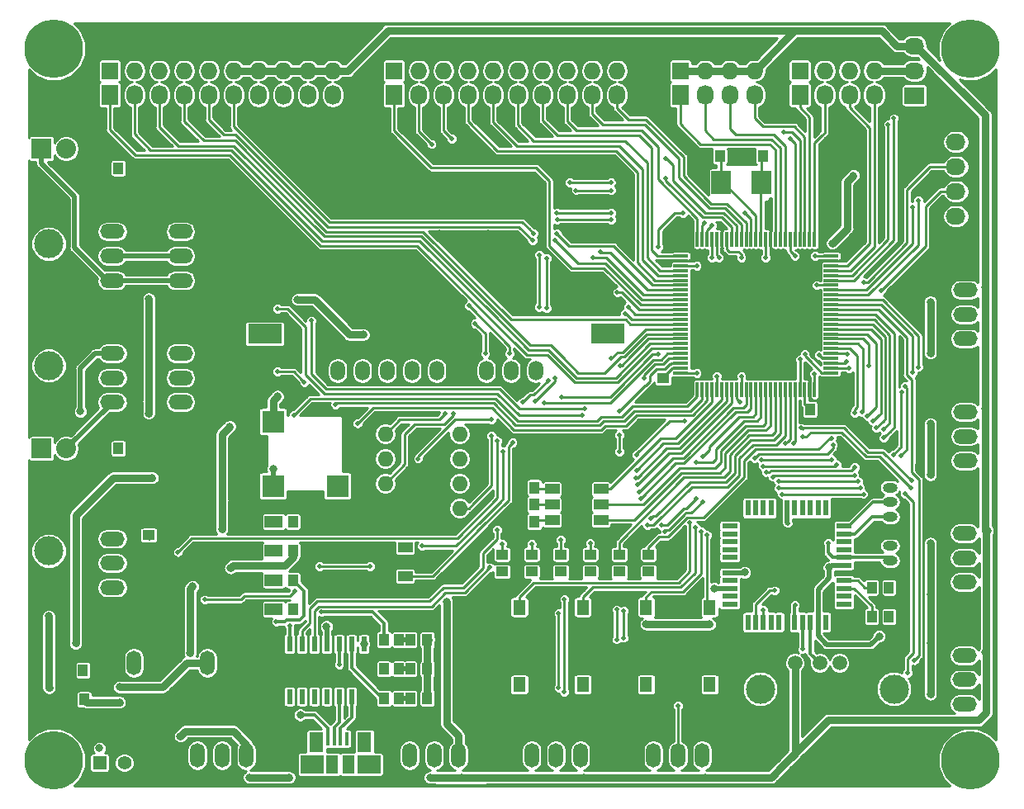
<source format=gbr>
G04 #@! TF.GenerationSoftware,KiCad,Pcbnew,(5.0.2)-1*
G04 #@! TF.CreationDate,2019-04-13T20:41:57+09:00*
G04 #@! TF.ProjectId,stm32f4_Centaurus,73746d33-3266-4345-9f43-656e74617572,rev?*
G04 #@! TF.SameCoordinates,Original*
G04 #@! TF.FileFunction,Copper,L1,Top*
G04 #@! TF.FilePolarity,Positive*
%FSLAX46Y46*%
G04 Gerber Fmt 4.6, Leading zero omitted, Abs format (unit mm)*
G04 Created by KiCad (PCBNEW (5.0.2)-1) date 2019/04/13 20:41:57*
%MOMM*%
%LPD*%
G01*
G04 APERTURE LIST*
G04 #@! TA.AperFunction,SMDPad,CuDef*
%ADD10R,2.300000X2.300000*%
G04 #@! TD*
G04 #@! TA.AperFunction,SMDPad,CuDef*
%ADD11R,1.300000X1.550000*%
G04 #@! TD*
G04 #@! TA.AperFunction,SMDPad,CuDef*
%ADD12R,0.560000X1.600000*%
G04 #@! TD*
G04 #@! TA.AperFunction,SMDPad,CuDef*
%ADD13R,1.600000X0.560000*%
G04 #@! TD*
G04 #@! TA.AperFunction,ComponentPad*
%ADD14O,1.727200X1.727200*%
G04 #@! TD*
G04 #@! TA.AperFunction,ComponentPad*
%ADD15R,1.727200X1.727200*%
G04 #@! TD*
G04 #@! TA.AperFunction,ComponentPad*
%ADD16O,2.500000X1.500000*%
G04 #@! TD*
G04 #@! TA.AperFunction,ComponentPad*
%ADD17C,1.501140*%
G04 #@! TD*
G04 #@! TA.AperFunction,ComponentPad*
%ADD18C,2.999740*%
G04 #@! TD*
G04 #@! TA.AperFunction,ComponentPad*
%ADD19O,1.500000X2.000000*%
G04 #@! TD*
G04 #@! TA.AperFunction,ComponentPad*
%ADD20R,3.500000X2.000000*%
G04 #@! TD*
G04 #@! TA.AperFunction,ComponentPad*
%ADD21C,3.000000*%
G04 #@! TD*
G04 #@! TA.AperFunction,ComponentPad*
%ADD22R,1.727200X2.032000*%
G04 #@! TD*
G04 #@! TA.AperFunction,ComponentPad*
%ADD23O,1.727200X2.032000*%
G04 #@! TD*
G04 #@! TA.AperFunction,ComponentPad*
%ADD24O,1.500000X2.500000*%
G04 #@! TD*
G04 #@! TA.AperFunction,SMDPad,CuDef*
%ADD25R,0.300000X1.500000*%
G04 #@! TD*
G04 #@! TA.AperFunction,SMDPad,CuDef*
%ADD26R,1.500000X0.300000*%
G04 #@! TD*
G04 #@! TA.AperFunction,SMDPad,CuDef*
%ADD27R,1.000000X1.200000*%
G04 #@! TD*
G04 #@! TA.AperFunction,SMDPad,CuDef*
%ADD28R,1.500000X1.100000*%
G04 #@! TD*
G04 #@! TA.AperFunction,ComponentPad*
%ADD29R,1.397000X1.397000*%
G04 #@! TD*
G04 #@! TA.AperFunction,ComponentPad*
%ADD30C,1.397000*%
G04 #@! TD*
G04 #@! TA.AperFunction,SMDPad,CuDef*
%ADD31R,1.175000X1.900000*%
G04 #@! TD*
G04 #@! TA.AperFunction,SMDPad,CuDef*
%ADD32R,2.375000X1.900000*%
G04 #@! TD*
G04 #@! TA.AperFunction,SMDPad,CuDef*
%ADD33R,1.475000X2.100000*%
G04 #@! TD*
G04 #@! TA.AperFunction,SMDPad,CuDef*
%ADD34R,0.450000X1.380000*%
G04 #@! TD*
G04 #@! TA.AperFunction,SMDPad,CuDef*
%ADD35R,1.200000X1.000000*%
G04 #@! TD*
G04 #@! TA.AperFunction,ComponentPad*
%ADD36R,2.032000X2.032000*%
G04 #@! TD*
G04 #@! TA.AperFunction,ComponentPad*
%ADD37O,2.032000X2.032000*%
G04 #@! TD*
G04 #@! TA.AperFunction,ComponentPad*
%ADD38O,2.032000X1.727200*%
G04 #@! TD*
G04 #@! TA.AperFunction,ComponentPad*
%ADD39R,2.032000X1.727200*%
G04 #@! TD*
G04 #@! TA.AperFunction,SMDPad,CuDef*
%ADD40R,2.000000X2.400000*%
G04 #@! TD*
G04 #@! TA.AperFunction,ComponentPad*
%ADD41O,1.524000X1.000000*%
G04 #@! TD*
G04 #@! TA.AperFunction,SMDPad,CuDef*
%ADD42R,0.600000X1.500000*%
G04 #@! TD*
G04 #@! TA.AperFunction,SMDPad,CuDef*
%ADD43R,1.500000X1.000000*%
G04 #@! TD*
G04 #@! TA.AperFunction,ComponentPad*
%ADD44O,1.600000X1.600000*%
G04 #@! TD*
G04 #@! TA.AperFunction,ViaPad*
%ADD45C,6.000000*%
G04 #@! TD*
G04 #@! TA.AperFunction,ViaPad*
%ADD46C,0.500000*%
G04 #@! TD*
G04 #@! TA.AperFunction,ViaPad*
%ADD47C,0.800000*%
G04 #@! TD*
G04 #@! TA.AperFunction,Conductor*
%ADD48C,0.350000*%
G04 #@! TD*
G04 #@! TA.AperFunction,Conductor*
%ADD49C,0.250000*%
G04 #@! TD*
G04 #@! TA.AperFunction,Conductor*
%ADD50C,0.800000*%
G04 #@! TD*
G04 #@! TA.AperFunction,Conductor*
%ADD51C,0.500000*%
G04 #@! TD*
G04 #@! TA.AperFunction,Conductor*
%ADD52C,0.254000*%
G04 #@! TD*
G04 APERTURE END LIST*
D10*
G04 #@! TO.P,SP1,3*
G04 #@! TO.N,N/C*
X85100000Y-106850000D03*
G04 #@! TO.P,SP1,2*
G04 #@! TO.N,Net-(D20-Pad1)*
X78500000Y-106850000D03*
G04 #@! TO.P,SP1,1*
G04 #@! TO.N,+3.3V*
X78500000Y-100250000D03*
G04 #@! TD*
D11*
G04 #@! TO.P,SW4,2*
G04 #@! TO.N,/PD4*
X116750000Y-119275000D03*
G04 #@! TO.P,SW4,1*
G04 #@! TO.N,GND*
X112250000Y-119275000D03*
X112250000Y-127225000D03*
G04 #@! TO.P,SW4,2*
G04 #@! TO.N,/PD4*
X116750000Y-127225000D03*
G04 #@! TD*
D12*
G04 #@! TO.P,IC1,1*
G04 #@! TO.N,Net-(IC1-Pad1)*
X127170000Y-120810000D03*
G04 #@! TO.P,IC1,2*
G04 #@! TO.N,/USART2_RX*
X127970000Y-120810000D03*
G04 #@! TO.P,IC1,3*
G04 #@! TO.N,/USART2_TX*
X128770000Y-120810000D03*
G04 #@! TO.P,IC1,4*
G04 #@! TO.N,Net-(IC1-Pad4)*
X129570000Y-120810000D03*
G04 #@! TO.P,IC1,5*
G04 #@! TO.N,Net-(IC1-Pad5)*
X130370000Y-120810000D03*
G04 #@! TO.P,IC1,6*
G04 #@! TO.N,GND*
X131170000Y-120810000D03*
G04 #@! TO.P,IC1,7*
G04 #@! TO.N,Net-(C1-Pad1)*
X131970000Y-120810000D03*
G04 #@! TO.P,IC1,8*
G04 #@! TO.N,/D+*
X132770000Y-120810000D03*
G04 #@! TO.P,IC1,9*
G04 #@! TO.N,/D-*
X133570000Y-120810000D03*
G04 #@! TO.P,IC1,10*
G04 #@! TO.N,+3.3V*
X134370000Y-120810000D03*
G04 #@! TO.P,IC1,11*
G04 #@! TO.N,Net-(IC1-Pad11)*
X135170000Y-120810000D03*
D13*
G04 #@! TO.P,IC1,12*
G04 #@! TO.N,Net-(IC1-Pad12)*
X137020000Y-118960000D03*
G04 #@! TO.P,IC1,13*
G04 #@! TO.N,Net-(IC1-Pad13)*
X137020000Y-118160000D03*
G04 #@! TO.P,IC1,14*
G04 #@! TO.N,Net-(D1-Pad2)*
X137020000Y-117360000D03*
G04 #@! TO.P,IC1,15*
G04 #@! TO.N,Net-(D2-Pad2)*
X137020000Y-116560000D03*
G04 #@! TO.P,IC1,16*
G04 #@! TO.N,GND*
X137020000Y-115760000D03*
G04 #@! TO.P,IC1,17*
G04 #@! TO.N,+3.3V*
X137020000Y-114960000D03*
G04 #@! TO.P,IC1,18*
G04 #@! TO.N,/MCLR*
X137020000Y-114160000D03*
G04 #@! TO.P,IC1,19*
G04 #@! TO.N,Net-(IC1-Pad19)*
X137020000Y-113360000D03*
G04 #@! TO.P,IC1,20*
G04 #@! TO.N,Net-(IC1-Pad20)*
X137020000Y-112560000D03*
G04 #@! TO.P,IC1,21*
G04 #@! TO.N,/PGED1*
X137020000Y-111760000D03*
G04 #@! TO.P,IC1,22*
G04 #@! TO.N,/PGEC1*
X137020000Y-110960000D03*
D12*
G04 #@! TO.P,IC1,23*
G04 #@! TO.N,Net-(IC1-Pad23)*
X135170000Y-109110000D03*
G04 #@! TO.P,IC1,24*
G04 #@! TO.N,Net-(IC1-Pad24)*
X134370000Y-109110000D03*
G04 #@! TO.P,IC1,25*
G04 #@! TO.N,Net-(IC1-Pad25)*
X133570000Y-109110000D03*
G04 #@! TO.P,IC1,26*
G04 #@! TO.N,Net-(IC1-Pad26)*
X132770000Y-109110000D03*
G04 #@! TO.P,IC1,27*
G04 #@! TO.N,Net-(IC1-Pad27)*
X131970000Y-109110000D03*
G04 #@! TO.P,IC1,28*
G04 #@! TO.N,+3.3V*
X131170000Y-109110000D03*
G04 #@! TO.P,IC1,29*
G04 #@! TO.N,GND*
X130370000Y-109110000D03*
G04 #@! TO.P,IC1,30*
G04 #@! TO.N,Net-(IC1-Pad30)*
X129570000Y-109110000D03*
G04 #@! TO.P,IC1,31*
G04 #@! TO.N,Net-(IC1-Pad31)*
X128770000Y-109110000D03*
G04 #@! TO.P,IC1,32*
G04 #@! TO.N,Net-(IC1-Pad32)*
X127970000Y-109110000D03*
G04 #@! TO.P,IC1,33*
G04 #@! TO.N,Net-(IC1-Pad33)*
X127170000Y-109110000D03*
D13*
G04 #@! TO.P,IC1,34*
G04 #@! TO.N,Net-(IC1-Pad34)*
X125320000Y-110960000D03*
G04 #@! TO.P,IC1,35*
G04 #@! TO.N,Net-(IC1-Pad35)*
X125320000Y-111760000D03*
G04 #@! TO.P,IC1,36*
G04 #@! TO.N,Net-(IC1-Pad36)*
X125320000Y-112560000D03*
G04 #@! TO.P,IC1,37*
G04 #@! TO.N,Net-(IC1-Pad37)*
X125320000Y-113360000D03*
G04 #@! TO.P,IC1,38*
G04 #@! TO.N,Net-(IC1-Pad38)*
X125320000Y-114160000D03*
G04 #@! TO.P,IC1,39*
G04 #@! TO.N,GND*
X125320000Y-114960000D03*
G04 #@! TO.P,IC1,40*
G04 #@! TO.N,+3.3V*
X125320000Y-115760000D03*
G04 #@! TO.P,IC1,41*
G04 #@! TO.N,Net-(IC1-Pad41)*
X125320000Y-116560000D03*
G04 #@! TO.P,IC1,42*
G04 #@! TO.N,+5V*
X125320000Y-117360000D03*
G04 #@! TO.P,IC1,43*
G04 #@! TO.N,Net-(IC1-Pad43)*
X125320000Y-118160000D03*
G04 #@! TO.P,IC1,44*
G04 #@! TO.N,Net-(IC1-Pad44)*
X125320000Y-118960000D03*
G04 #@! TD*
D14*
G04 #@! TO.P,P31,8*
G04 #@! TO.N,GND*
X140120000Y-61710000D03*
G04 #@! TO.P,P31,7*
G04 #@! TO.N,Net-(JP5-Pad2)*
X140120000Y-64250000D03*
G04 #@! TO.P,P31,6*
G04 #@! TO.N,GND*
X137580000Y-61710000D03*
G04 #@! TO.P,P31,5*
G04 #@! TO.N,Net-(JP5-Pad2)*
X137580000Y-64250000D03*
G04 #@! TO.P,P31,4*
G04 #@! TO.N,GND*
X135040000Y-61710000D03*
G04 #@! TO.P,P31,3*
G04 #@! TO.N,Net-(JP5-Pad2)*
X135040000Y-64250000D03*
G04 #@! TO.P,P31,2*
G04 #@! TO.N,GND*
X132500000Y-61710000D03*
D15*
G04 #@! TO.P,P31,1*
G04 #@! TO.N,Net-(JP5-Pad2)*
X132500000Y-64250000D03*
G04 #@! TD*
D16*
G04 #@! TO.P,P7,1*
G04 #@! TO.N,GND*
X149420000Y-109210000D03*
G04 #@! TO.P,P7,2*
G04 #@! TO.N,+5V*
X149420000Y-111710000D03*
G04 #@! TO.P,P7,3*
G04 #@! TO.N,Net-(P7-Pad3)*
X149420000Y-114210000D03*
G04 #@! TO.P,P7,4*
G04 #@! TO.N,Net-(P7-Pad4)*
X149420000Y-116710000D03*
G04 #@! TD*
D17*
G04 #@! TO.P,P2,4*
G04 #@! TO.N,GND*
X139112860Y-124995760D03*
G04 #@! TO.P,P2,3*
G04 #@! TO.N,/D+*
X136572860Y-124995760D03*
G04 #@! TO.P,P2,2*
G04 #@! TO.N,/D-*
X134540860Y-124995760D03*
G04 #@! TO.P,P2,1*
G04 #@! TO.N,+5V*
X132000860Y-124995760D03*
D18*
G04 #@! TO.P,P2,5*
G04 #@! TO.N,Net-(P2-Pad5)*
X142160860Y-127662760D03*
X128444860Y-127662760D03*
G04 #@! TD*
D19*
G04 #@! TO.P,U7,1*
G04 #@! TO.N,Net-(U7-Pad1)*
X85090000Y-95035000D03*
G04 #@! TO.P,U7,2*
G04 #@! TO.N,Net-(C29-Pad1)*
X87630000Y-95035000D03*
G04 #@! TO.P,U7,3*
G04 #@! TO.N,Net-(C30-Pad1)*
X90170000Y-95035000D03*
G04 #@! TO.P,U7,4*
G04 #@! TO.N,Net-(C30-Pad2)*
X92710000Y-95035000D03*
G04 #@! TO.P,U7,5*
G04 #@! TO.N,+3.3V*
X95250000Y-95035000D03*
G04 #@! TO.P,U7,6*
G04 #@! TO.N,GND*
X97790000Y-95035000D03*
G04 #@! TO.P,U7,7*
G04 #@! TO.N,/I2C1_SDA*
X100330000Y-95035000D03*
G04 #@! TO.P,U7,8*
G04 #@! TO.N,/I2C1_SCL*
X102870000Y-95035000D03*
G04 #@! TO.P,U7,9*
G04 #@! TO.N,+3.3V*
X105410000Y-95035000D03*
D20*
G04 #@! TO.P,U7,10*
X77650000Y-91235000D03*
G04 #@! TO.P,U7,11*
G04 #@! TO.N,Net-(R43-Pad1)*
X112850000Y-91235000D03*
G04 #@! TD*
D16*
G04 #@! TO.P,P27,1*
G04 #@! TO.N,GND*
X62000000Y-109750000D03*
G04 #@! TO.P,P27,2*
G04 #@! TO.N,XA4_12V*
X62000000Y-112250000D03*
G04 #@! TO.P,P27,3*
G04 #@! TO.N,Net-(D26-Pad2)*
X62000000Y-114750000D03*
G04 #@! TO.P,P27,4*
G04 #@! TO.N,Net-(P27-Pad4)*
X62000000Y-117250000D03*
D21*
G04 #@! TO.P,P27,*
G04 #@! TO.N,*
X55500000Y-113500000D03*
G04 #@! TD*
D22*
G04 #@! TO.P,P23,1*
G04 #@! TO.N,/ADC12_IN9*
X90890000Y-66750000D03*
D23*
G04 #@! TO.P,P23,2*
G04 #@! TO.N,/ADC12_IN15*
X93430000Y-66750000D03*
G04 #@! TO.P,P23,3*
G04 #@! TO.N,/ADC12_IN14*
X95970000Y-66750000D03*
G04 #@! TO.P,P23,4*
G04 #@! TO.N,/ADC12_IN6*
X98510000Y-66750000D03*
G04 #@! TO.P,P23,5*
G04 #@! TO.N,/ADC12_IN5*
X101050000Y-66750000D03*
G04 #@! TO.P,P23,6*
G04 #@! TO.N,/ADC12_IN4*
X103590000Y-66750000D03*
G04 #@! TO.P,P23,7*
G04 #@! TO.N,/ADC12_IN3*
X106130000Y-66750000D03*
G04 #@! TO.P,P23,8*
G04 #@! TO.N,/ADC12_IN2*
X108670000Y-66750000D03*
G04 #@! TO.P,P23,9*
G04 #@! TO.N,/ADC12_IN11*
X111210000Y-66750000D03*
G04 #@! TO.P,P23,10*
G04 #@! TO.N,/ADC12_IN10*
X113750000Y-66750000D03*
G04 #@! TD*
D24*
G04 #@! TO.P,P16,1*
G04 #@! TO.N,GND*
X78250000Y-134500000D03*
G04 #@! TO.P,P16,2*
G04 #@! TO.N,+5V*
X75750000Y-134500000D03*
G04 #@! TO.P,P16,3*
G04 #@! TO.N,/USART1_TX*
X73250000Y-134500000D03*
G04 #@! TO.P,P16,4*
G04 #@! TO.N,/USART1_RX*
X70750000Y-134500000D03*
G04 #@! TD*
D25*
G04 #@! TO.P,U1,1*
G04 #@! TO.N,/PE2*
X134000000Y-81550000D03*
G04 #@! TO.P,U1,2*
G04 #@! TO.N,/PE3*
X133500000Y-81550000D03*
G04 #@! TO.P,U1,3*
G04 #@! TO.N,/PE4*
X133000000Y-81550000D03*
G04 #@! TO.P,U1,4*
G04 #@! TO.N,/TIM9_CH1*
X132500000Y-81550000D03*
G04 #@! TO.P,U1,5*
G04 #@! TO.N,/TIM9_CH2*
X132000000Y-81550000D03*
G04 #@! TO.P,U1,6*
G04 #@! TO.N,+3.3V*
X131500000Y-81550000D03*
G04 #@! TO.P,U1,7*
G04 #@! TO.N,/PC13*
X131000000Y-81550000D03*
G04 #@! TO.P,U1,8*
G04 #@! TO.N,/PC14*
X130500000Y-81550000D03*
G04 #@! TO.P,U1,9*
G04 #@! TO.N,/PC15*
X130000000Y-81550000D03*
G04 #@! TO.P,U1,10*
G04 #@! TO.N,GND*
X129500000Y-81550000D03*
G04 #@! TO.P,U1,11*
G04 #@! TO.N,+3.3V*
X129000000Y-81550000D03*
G04 #@! TO.P,U1,12*
G04 #@! TO.N,/OSC_IN*
X128500000Y-81550000D03*
G04 #@! TO.P,U1,13*
G04 #@! TO.N,/OSC_OUT*
X128000000Y-81550000D03*
G04 #@! TO.P,U1,14*
G04 #@! TO.N,/NRST*
X127500000Y-81550000D03*
G04 #@! TO.P,U1,15*
G04 #@! TO.N,/ADC12_IN10*
X127000000Y-81550000D03*
G04 #@! TO.P,U1,16*
G04 #@! TO.N,/ADC12_IN11*
X126500000Y-81550000D03*
G04 #@! TO.P,U1,17*
G04 #@! TO.N,/SPI2_MISO*
X126000000Y-81550000D03*
G04 #@! TO.P,U1,18*
G04 #@! TO.N,/SPI2_MOSI*
X125500000Y-81550000D03*
G04 #@! TO.P,U1,19*
G04 #@! TO.N,+3.3V*
X125000000Y-81550000D03*
G04 #@! TO.P,U1,20*
G04 #@! TO.N,GND*
X124500000Y-81550000D03*
G04 #@! TO.P,U1,21*
G04 #@! TO.N,+3.3V*
X124000000Y-81550000D03*
G04 #@! TO.P,U1,22*
X123500000Y-81550000D03*
G04 #@! TO.P,U1,23*
G04 #@! TO.N,/TIM5_CH1*
X123000000Y-81550000D03*
G04 #@! TO.P,U1,24*
G04 #@! TO.N,/TIM5_CH2*
X122500000Y-81550000D03*
G04 #@! TO.P,U1,25*
G04 #@! TO.N,/ADC12_IN2*
X122000000Y-81550000D03*
D26*
G04 #@! TO.P,U1,26*
G04 #@! TO.N,/ADC12_IN3*
X120300000Y-83250000D03*
G04 #@! TO.P,U1,27*
G04 #@! TO.N,GND*
X120300000Y-83750000D03*
G04 #@! TO.P,U1,28*
G04 #@! TO.N,+3.3V*
X120300000Y-84250000D03*
G04 #@! TO.P,U1,29*
G04 #@! TO.N,/ADC12_IN4*
X120300000Y-84750000D03*
G04 #@! TO.P,U1,30*
G04 #@! TO.N,/ADC12_IN5*
X120300000Y-85250000D03*
G04 #@! TO.P,U1,31*
G04 #@! TO.N,/ADC12_IN6*
X120300000Y-85750000D03*
G04 #@! TO.P,U1,32*
G04 #@! TO.N,/TIM8_CH1*
X120300000Y-86250000D03*
G04 #@! TO.P,U1,33*
G04 #@! TO.N,/ADC12_IN14*
X120300000Y-86750000D03*
G04 #@! TO.P,U1,34*
G04 #@! TO.N,/ADC12_IN15*
X120300000Y-87250000D03*
G04 #@! TO.P,U1,35*
G04 #@! TO.N,/TIM8_CH2*
X120300000Y-87750000D03*
G04 #@! TO.P,U1,36*
G04 #@! TO.N,/ADC12_IN9*
X120300000Y-88250000D03*
G04 #@! TO.P,U1,37*
G04 #@! TO.N,/PB2*
X120300000Y-88750000D03*
G04 #@! TO.P,U1,38*
G04 #@! TO.N,/PE7*
X120300000Y-89250000D03*
G04 #@! TO.P,U1,39*
G04 #@! TO.N,/PE8*
X120300000Y-89750000D03*
G04 #@! TO.P,U1,40*
G04 #@! TO.N,/TIM1_CH1*
X120300000Y-90250000D03*
G04 #@! TO.P,U1,41*
G04 #@! TO.N,/PE10*
X120300000Y-90750000D03*
G04 #@! TO.P,U1,42*
G04 #@! TO.N,/TIM1_CH2*
X120300000Y-91250000D03*
G04 #@! TO.P,U1,43*
G04 #@! TO.N,/PE12*
X120300000Y-91750000D03*
G04 #@! TO.P,U1,44*
G04 #@! TO.N,/TIM1_CH3*
X120300000Y-92250000D03*
G04 #@! TO.P,U1,45*
G04 #@! TO.N,/TIM1_CH4*
X120300000Y-92750000D03*
G04 #@! TO.P,U1,46*
G04 #@! TO.N,/PE15*
X120300000Y-93250000D03*
G04 #@! TO.P,U1,47*
G04 #@! TO.N,/SPI2_SCK*
X120300000Y-93750000D03*
G04 #@! TO.P,U1,48*
G04 #@! TO.N,/PB11*
X120300000Y-94250000D03*
G04 #@! TO.P,U1,49*
G04 #@! TO.N,Net-(C26-Pad1)*
X120300000Y-94750000D03*
G04 #@! TO.P,U1,50*
G04 #@! TO.N,+3.3V*
X120300000Y-95250000D03*
D25*
G04 #@! TO.P,U1,51*
G04 #@! TO.N,/CAN2_RX*
X122000000Y-96950000D03*
G04 #@! TO.P,U1,52*
G04 #@! TO.N,/CAN2_TX*
X122500000Y-96950000D03*
G04 #@! TO.P,U1,53*
G04 #@! TO.N,/TIM12_CH1*
X123000000Y-96950000D03*
G04 #@! TO.P,U1,54*
G04 #@! TO.N,/TIM12_CH2*
X123500000Y-96950000D03*
G04 #@! TO.P,U1,55*
G04 #@! TO.N,/USART3_TX*
X124000000Y-96950000D03*
G04 #@! TO.P,U1,56*
G04 #@! TO.N,/USART3_RX*
X124500000Y-96950000D03*
G04 #@! TO.P,U1,57*
G04 #@! TO.N,/PD10*
X125000000Y-96950000D03*
G04 #@! TO.P,U1,58*
G04 #@! TO.N,/PD11*
X125500000Y-96950000D03*
G04 #@! TO.P,U1,59*
G04 #@! TO.N,/TIM4_CH1*
X126000000Y-96950000D03*
G04 #@! TO.P,U1,60*
G04 #@! TO.N,/TIM4_CH2*
X126500000Y-96950000D03*
G04 #@! TO.P,U1,61*
G04 #@! TO.N,/PD14*
X127000000Y-96950000D03*
G04 #@! TO.P,U1,62*
G04 #@! TO.N,/PD15*
X127500000Y-96950000D03*
G04 #@! TO.P,U1,63*
G04 #@! TO.N,/USART6_TX*
X128000000Y-96950000D03*
G04 #@! TO.P,U1,64*
G04 #@! TO.N,/USART6_RX*
X128500000Y-96950000D03*
G04 #@! TO.P,U1,65*
G04 #@! TO.N,/TIM8_CH3*
X129000000Y-96950000D03*
G04 #@! TO.P,U1,66*
G04 #@! TO.N,/TIM8_CH4*
X129500000Y-96950000D03*
G04 #@! TO.P,U1,67*
G04 #@! TO.N,/PA8*
X130000000Y-96950000D03*
G04 #@! TO.P,U1,68*
G04 #@! TO.N,/USART1_TX*
X130500000Y-96950000D03*
G04 #@! TO.P,U1,69*
G04 #@! TO.N,/USART1_RX*
X131000000Y-96950000D03*
G04 #@! TO.P,U1,70*
G04 #@! TO.N,/CAN1_RX*
X131500000Y-96950000D03*
G04 #@! TO.P,U1,71*
G04 #@! TO.N,/CAN1_TX*
X132000000Y-96950000D03*
G04 #@! TO.P,U1,72*
G04 #@! TO.N,/SWDIO*
X132500000Y-96950000D03*
G04 #@! TO.P,U1,73*
G04 #@! TO.N,Net-(C27-Pad1)*
X133000000Y-96950000D03*
G04 #@! TO.P,U1,74*
G04 #@! TO.N,GND*
X133500000Y-96950000D03*
G04 #@! TO.P,U1,75*
G04 #@! TO.N,+3.3V*
X134000000Y-96950000D03*
D26*
G04 #@! TO.P,U1,76*
G04 #@! TO.N,/SWCLK*
X135700000Y-95250000D03*
G04 #@! TO.P,U1,77*
G04 #@! TO.N,/TIM2_CH1*
X135700000Y-94750000D03*
G04 #@! TO.P,U1,78*
G04 #@! TO.N,/UART4_TX*
X135700000Y-94250000D03*
G04 #@! TO.P,U1,79*
G04 #@! TO.N,/UART4_RX*
X135700000Y-93750000D03*
G04 #@! TO.P,U1,80*
G04 #@! TO.N,/UART5_TX*
X135700000Y-93250000D03*
G04 #@! TO.P,U1,81*
G04 #@! TO.N,/PD0*
X135700000Y-92750000D03*
G04 #@! TO.P,U1,82*
G04 #@! TO.N,/PD1*
X135700000Y-92250000D03*
G04 #@! TO.P,U1,83*
G04 #@! TO.N,/UART5_RX*
X135700000Y-91750000D03*
G04 #@! TO.P,U1,84*
G04 #@! TO.N,/PD3*
X135700000Y-91250000D03*
G04 #@! TO.P,U1,85*
G04 #@! TO.N,/PD4*
X135700000Y-90750000D03*
G04 #@! TO.P,U1,86*
G04 #@! TO.N,/USART2_TX*
X135700000Y-90250000D03*
G04 #@! TO.P,U1,87*
G04 #@! TO.N,/USART2_RX*
X135700000Y-89750000D03*
G04 #@! TO.P,U1,88*
G04 #@! TO.N,/PD7*
X135700000Y-89250000D03*
G04 #@! TO.P,U1,89*
G04 #@! TO.N,/TIM2_CH2*
X135700000Y-88750000D03*
G04 #@! TO.P,U1,90*
G04 #@! TO.N,/TIM3_CH1*
X135700000Y-88250000D03*
G04 #@! TO.P,U1,91*
G04 #@! TO.N,/TIM3_CH2*
X135700000Y-87750000D03*
G04 #@! TO.P,U1,92*
G04 #@! TO.N,/I2C1_SCL*
X135700000Y-87250000D03*
G04 #@! TO.P,U1,93*
G04 #@! TO.N,/I2C1_SDA*
X135700000Y-86750000D03*
G04 #@! TO.P,U1,94*
G04 #@! TO.N,Net-(R25-Pad1)*
X135700000Y-86250000D03*
G04 #@! TO.P,U1,95*
G04 #@! TO.N,/TIM10_CH1*
X135700000Y-85750000D03*
G04 #@! TO.P,U1,96*
G04 #@! TO.N,/TIM11_CH1*
X135700000Y-85250000D03*
G04 #@! TO.P,U1,97*
G04 #@! TO.N,/PE0*
X135700000Y-84750000D03*
G04 #@! TO.P,U1,98*
G04 #@! TO.N,/PE1*
X135700000Y-84250000D03*
G04 #@! TO.P,U1,99*
G04 #@! TO.N,GND*
X135700000Y-83750000D03*
G04 #@! TO.P,U1,100*
G04 #@! TO.N,+3.3V*
X135700000Y-83250000D03*
G04 #@! TD*
D27*
G04 #@! TO.P,R24,2*
G04 #@! TO.N,/GP2*
X89860000Y-122620000D03*
G04 #@! TO.P,R24,1*
G04 #@! TO.N,Net-(D5-Pad2)*
X91420000Y-122620000D03*
G04 #@! TD*
D28*
G04 #@! TO.P,LED1,1*
G04 #@! TO.N,/NRST*
X92040000Y-116100000D03*
G04 #@! TO.P,LED1,3*
G04 #@! TO.N,Net-(LED1-Pad3)*
X92040000Y-113100000D03*
G04 #@! TO.P,LED1,2*
G04 #@! TO.N,GND*
X86140000Y-116100000D03*
G04 #@! TO.P,LED1,4*
X86140000Y-113100000D03*
G04 #@! TD*
D29*
G04 #@! TO.P,SW1,1*
G04 #@! TO.N,Net-(D27-Pad2)*
X60710000Y-135250000D03*
D30*
G04 #@! TO.P,SW1,2*
G04 #@! TO.N,Net-(Q6-Pad1)*
X63250000Y-135250000D03*
G04 #@! TO.P,SW1,3*
G04 #@! TO.N,GND*
X65790000Y-135250000D03*
G04 #@! TD*
D27*
G04 #@! TO.P,D36,2*
G04 #@! TO.N,GND*
X64380000Y-74250000D03*
G04 #@! TO.P,D36,1*
G04 #@! TO.N,Net-(D36-Pad1)*
X62620000Y-74250000D03*
G04 #@! TD*
G04 #@! TO.P,D37,1*
G04 #@! TO.N,Net-(D37-Pad1)*
X62620000Y-103000000D03*
G04 #@! TO.P,D37,2*
G04 #@! TO.N,GND*
X64380000Y-103000000D03*
G04 #@! TD*
D31*
G04 #@! TO.P,P5,6*
G04 #@! TO.N,Net-(P5-Pad6)*
X86240000Y-135410000D03*
X84560000Y-135410000D03*
D32*
X88310000Y-135410000D03*
X82490000Y-135410000D03*
D33*
X87862500Y-133110000D03*
X82937500Y-133110000D03*
D34*
G04 #@! TO.P,P5,5*
G04 #@! TO.N,GND*
X86700000Y-132750000D03*
G04 #@! TO.P,P5,4*
G04 #@! TO.N,Net-(P5-Pad4)*
X86050000Y-132750000D03*
G04 #@! TO.P,P5,3*
G04 #@! TO.N,/D+_USB*
X85400000Y-132750000D03*
G04 #@! TO.P,P5,2*
G04 #@! TO.N,/D-_USB*
X84750000Y-132750000D03*
G04 #@! TO.P,P5,1*
G04 #@! TO.N,/BUS_5V*
X84100000Y-132750000D03*
G04 #@! TD*
D27*
G04 #@! TO.P,D13,1*
G04 #@! TO.N,Net-(D13-Pad1)*
X59000000Y-125750000D03*
G04 #@! TO.P,D13,2*
G04 #@! TO.N,GND*
X57240000Y-125750000D03*
G04 #@! TD*
G04 #@! TO.P,D16,2*
G04 #@! TO.N,GND*
X57370000Y-128750000D03*
G04 #@! TO.P,D16,1*
G04 #@! TO.N,Net-(D16-Pad1)*
X59130000Y-128750000D03*
G04 #@! TD*
G04 #@! TO.P,D17,1*
G04 #@! TO.N,Net-(D17-Pad1)*
X78130000Y-113500000D03*
G04 #@! TO.P,D17,2*
G04 #@! TO.N,GND*
X76370000Y-113500000D03*
G04 #@! TD*
G04 #@! TO.P,D18,2*
G04 #@! TO.N,GND*
X76370000Y-116500000D03*
G04 #@! TO.P,D18,1*
G04 #@! TO.N,Net-(D18-Pad1)*
X78130000Y-116500000D03*
G04 #@! TD*
D35*
G04 #@! TO.P,D19,1*
G04 #@! TO.N,/PD10*
X101988703Y-113870000D03*
G04 #@! TO.P,D19,2*
G04 #@! TO.N,Net-(D19-Pad2)*
X101988703Y-115630000D03*
G04 #@! TD*
D27*
G04 #@! TO.P,D30,2*
G04 #@! TO.N,GND*
X76370000Y-110500000D03*
G04 #@! TO.P,D30,1*
G04 #@! TO.N,Net-(D30-Pad1)*
X78130000Y-110500000D03*
G04 #@! TD*
D24*
G04 #@! TO.P,P10,1*
G04 #@! TO.N,GND*
X66750000Y-125000000D03*
G04 #@! TO.P,P10,2*
G04 #@! TO.N,XA2_12V*
X64250000Y-125000000D03*
G04 #@! TD*
G04 #@! TO.P,P17,2*
G04 #@! TO.N,XA2_5V*
X71750000Y-125000000D03*
G04 #@! TO.P,P17,1*
G04 #@! TO.N,GND*
X74250000Y-125000000D03*
G04 #@! TD*
D11*
G04 #@! TO.P,SW2,2*
G04 #@! TO.N,/PD3*
X110250000Y-127225000D03*
G04 #@! TO.P,SW2,1*
G04 #@! TO.N,GND*
X105750000Y-127225000D03*
X105750000Y-119275000D03*
G04 #@! TO.P,SW2,2*
G04 #@! TO.N,/PD3*
X110250000Y-119275000D03*
G04 #@! TD*
G04 #@! TO.P,SW3,2*
G04 #@! TO.N,/PD1*
X103750000Y-119275000D03*
G04 #@! TO.P,SW3,1*
G04 #@! TO.N,GND*
X99250000Y-119275000D03*
X99250000Y-127225000D03*
G04 #@! TO.P,SW3,2*
G04 #@! TO.N,/PD1*
X103750000Y-127225000D03*
G04 #@! TD*
G04 #@! TO.P,SW5,2*
G04 #@! TO.N,/PD7*
X123250000Y-127225000D03*
G04 #@! TO.P,SW5,1*
G04 #@! TO.N,GND*
X118750000Y-127225000D03*
X118750000Y-119275000D03*
G04 #@! TO.P,SW5,2*
G04 #@! TO.N,/PD7*
X123250000Y-119275000D03*
G04 #@! TD*
D36*
G04 #@! TO.P,JP1,1*
G04 #@! TO.N,/CAN0_L*
X54750000Y-72250000D03*
D37*
G04 #@! TO.P,JP1,2*
G04 #@! TO.N,Net-(JP1-Pad2)*
X57290000Y-72250000D03*
G04 #@! TD*
G04 #@! TO.P,JP2,2*
G04 #@! TO.N,/CAN1_L*
X57290000Y-103000000D03*
D36*
G04 #@! TO.P,JP2,1*
G04 #@! TO.N,Net-(JP2-Pad1)*
X54750000Y-103000000D03*
G04 #@! TD*
D38*
G04 #@! TO.P,P18,5*
G04 #@! TO.N,/NRST*
X148500000Y-79160000D03*
G04 #@! TO.P,P18,4*
G04 #@! TO.N,/SWDIO*
X148500000Y-76620000D03*
G04 #@! TO.P,P18,3*
G04 #@! TO.N,/SWCLK*
X148500000Y-74080000D03*
G04 #@! TO.P,P18,2*
G04 #@! TO.N,Net-(D40-Pad1)*
X148500000Y-71540000D03*
D39*
G04 #@! TO.P,P18,1*
G04 #@! TO.N,GND*
X148500000Y-69000000D03*
G04 #@! TD*
D23*
G04 #@! TO.P,P24,10*
G04 #@! TO.N,/TIM10_CH1*
X84610000Y-66750000D03*
G04 #@! TO.P,P24,9*
G04 #@! TO.N,/TIM11_CH1*
X82070000Y-66750000D03*
G04 #@! TO.P,P24,8*
G04 #@! TO.N,/TIM9_CH1*
X79530000Y-66750000D03*
G04 #@! TO.P,P24,7*
G04 #@! TO.N,/TIM9_CH2*
X76990000Y-66750000D03*
G04 #@! TO.P,P24,6*
G04 #@! TO.N,/TIM8_CH1*
X74450000Y-66750000D03*
G04 #@! TO.P,P24,5*
G04 #@! TO.N,/TIM8_CH2*
X71910000Y-66750000D03*
G04 #@! TO.P,P24,4*
G04 #@! TO.N,/TIM1_CH1*
X69370000Y-66750000D03*
G04 #@! TO.P,P24,3*
G04 #@! TO.N,/TIM1_CH2*
X66830000Y-66750000D03*
G04 #@! TO.P,P24,2*
G04 #@! TO.N,/TIM1_CH3*
X64290000Y-66750000D03*
D22*
G04 #@! TO.P,P24,1*
G04 #@! TO.N,/TIM1_CH4*
X61750000Y-66750000D03*
G04 #@! TD*
D14*
G04 #@! TO.P,P25,20*
G04 #@! TO.N,GND*
X113750000Y-61710000D03*
G04 #@! TO.P,P25,19*
G04 #@! TO.N,+3.3V*
X113750000Y-64250000D03*
G04 #@! TO.P,P25,18*
G04 #@! TO.N,GND*
X111210000Y-61710000D03*
G04 #@! TO.P,P25,17*
G04 #@! TO.N,+3.3V*
X111210000Y-64250000D03*
G04 #@! TO.P,P25,16*
G04 #@! TO.N,GND*
X108670000Y-61710000D03*
G04 #@! TO.P,P25,15*
G04 #@! TO.N,+3.3V*
X108670000Y-64250000D03*
G04 #@! TO.P,P25,14*
G04 #@! TO.N,GND*
X106130000Y-61710000D03*
G04 #@! TO.P,P25,13*
G04 #@! TO.N,+3.3V*
X106130000Y-64250000D03*
G04 #@! TO.P,P25,12*
G04 #@! TO.N,GND*
X103590000Y-61710000D03*
G04 #@! TO.P,P25,11*
G04 #@! TO.N,+3.3V*
X103590000Y-64250000D03*
G04 #@! TO.P,P25,10*
G04 #@! TO.N,GND*
X101050000Y-61710000D03*
G04 #@! TO.P,P25,9*
G04 #@! TO.N,+3.3V*
X101050000Y-64250000D03*
G04 #@! TO.P,P25,8*
G04 #@! TO.N,GND*
X98510000Y-61710000D03*
G04 #@! TO.P,P25,7*
G04 #@! TO.N,+3.3V*
X98510000Y-64250000D03*
G04 #@! TO.P,P25,6*
G04 #@! TO.N,GND*
X95970000Y-61710000D03*
G04 #@! TO.P,P25,5*
G04 #@! TO.N,+3.3V*
X95970000Y-64250000D03*
G04 #@! TO.P,P25,4*
G04 #@! TO.N,GND*
X93430000Y-61710000D03*
G04 #@! TO.P,P25,3*
G04 #@! TO.N,+3.3V*
X93430000Y-64250000D03*
G04 #@! TO.P,P25,2*
G04 #@! TO.N,GND*
X90890000Y-61710000D03*
D15*
G04 #@! TO.P,P25,1*
G04 #@! TO.N,+3.3V*
X90890000Y-64250000D03*
G04 #@! TD*
G04 #@! TO.P,P26,1*
G04 #@! TO.N,+5V*
X61750000Y-64250000D03*
D14*
G04 #@! TO.P,P26,2*
G04 #@! TO.N,GND*
X61750000Y-61710000D03*
G04 #@! TO.P,P26,3*
G04 #@! TO.N,+5V*
X64290000Y-64250000D03*
G04 #@! TO.P,P26,4*
G04 #@! TO.N,GND*
X64290000Y-61710000D03*
G04 #@! TO.P,P26,5*
G04 #@! TO.N,+5V*
X66830000Y-64250000D03*
G04 #@! TO.P,P26,6*
G04 #@! TO.N,GND*
X66830000Y-61710000D03*
G04 #@! TO.P,P26,7*
G04 #@! TO.N,+5V*
X69370000Y-64250000D03*
G04 #@! TO.P,P26,8*
G04 #@! TO.N,GND*
X69370000Y-61710000D03*
G04 #@! TO.P,P26,9*
G04 #@! TO.N,+5V*
X71910000Y-64250000D03*
G04 #@! TO.P,P26,10*
G04 #@! TO.N,GND*
X71910000Y-61710000D03*
G04 #@! TO.P,P26,11*
G04 #@! TO.N,+5V*
X74450000Y-64250000D03*
G04 #@! TO.P,P26,12*
G04 #@! TO.N,GND*
X74450000Y-61710000D03*
G04 #@! TO.P,P26,13*
G04 #@! TO.N,+5V*
X76990000Y-64250000D03*
G04 #@! TO.P,P26,14*
G04 #@! TO.N,GND*
X76990000Y-61710000D03*
G04 #@! TO.P,P26,15*
G04 #@! TO.N,+5V*
X79530000Y-64250000D03*
G04 #@! TO.P,P26,16*
G04 #@! TO.N,GND*
X79530000Y-61710000D03*
G04 #@! TO.P,P26,17*
G04 #@! TO.N,+5V*
X82070000Y-64250000D03*
G04 #@! TO.P,P26,18*
G04 #@! TO.N,GND*
X82070000Y-61710000D03*
G04 #@! TO.P,P26,19*
G04 #@! TO.N,+5V*
X84610000Y-64250000D03*
G04 #@! TO.P,P26,20*
G04 #@! TO.N,GND*
X84610000Y-61710000D03*
G04 #@! TD*
D16*
G04 #@! TO.P,P3,4*
G04 #@! TO.N,Net-(P3-Pad4)*
X149420000Y-129210000D03*
G04 #@! TO.P,P3,3*
G04 #@! TO.N,Net-(P3-Pad3)*
X149420000Y-126710000D03*
G04 #@! TO.P,P3,2*
G04 #@! TO.N,+5V*
X149420000Y-124210000D03*
G04 #@! TO.P,P3,1*
G04 #@! TO.N,GND*
X149420000Y-121710000D03*
G04 #@! TD*
G04 #@! TO.P,P4,1*
G04 #@! TO.N,GND*
X149500000Y-96750000D03*
G04 #@! TO.P,P4,2*
G04 #@! TO.N,+5V*
X149500000Y-99250000D03*
G04 #@! TO.P,P4,3*
G04 #@! TO.N,Net-(P4-Pad3)*
X149500000Y-101750000D03*
G04 #@! TO.P,P4,4*
G04 #@! TO.N,Net-(P4-Pad4)*
X149500000Y-104250000D03*
G04 #@! TD*
G04 #@! TO.P,P6,4*
G04 #@! TO.N,Net-(P6-Pad4)*
X149500000Y-91750000D03*
G04 #@! TO.P,P6,3*
G04 #@! TO.N,Net-(P6-Pad3)*
X149500000Y-89250000D03*
G04 #@! TO.P,P6,2*
G04 #@! TO.N,+5V*
X149500000Y-86750000D03*
G04 #@! TO.P,P6,1*
G04 #@! TO.N,GND*
X149500000Y-84250000D03*
G04 #@! TD*
D24*
G04 #@! TO.P,P8,4*
G04 #@! TO.N,/UART5_RX*
X117500000Y-134500000D03*
G04 #@! TO.P,P8,3*
G04 #@! TO.N,/UART5_TX*
X120000000Y-134500000D03*
G04 #@! TO.P,P8,2*
G04 #@! TO.N,+5V*
X122500000Y-134500000D03*
G04 #@! TO.P,P8,1*
G04 #@! TO.N,GND*
X125000000Y-134500000D03*
G04 #@! TD*
G04 #@! TO.P,P9,1*
G04 #@! TO.N,GND*
X112500000Y-134500000D03*
G04 #@! TO.P,P9,2*
G04 #@! TO.N,+5V*
X110000000Y-134500000D03*
G04 #@! TO.P,P9,3*
G04 #@! TO.N,/UART4_TX*
X107500000Y-134500000D03*
G04 #@! TO.P,P9,4*
G04 #@! TO.N,/UART4_RX*
X105000000Y-134500000D03*
G04 #@! TD*
D16*
G04 #@! TO.P,P11,1*
G04 #@! TO.N,GND*
X69000000Y-78250000D03*
G04 #@! TO.P,P11,2*
G04 #@! TO.N,CAN0_BUS_Vdd*
X69000000Y-80750000D03*
G04 #@! TO.P,P11,3*
G04 #@! TO.N,/CAN0_H*
X69000000Y-83250000D03*
G04 #@! TO.P,P11,4*
G04 #@! TO.N,/CAN0_L*
X69000000Y-85750000D03*
G04 #@! TD*
G04 #@! TO.P,P12,4*
G04 #@! TO.N,/CAN1_L*
X69000000Y-98250000D03*
G04 #@! TO.P,P12,3*
G04 #@! TO.N,/CAN1_H*
X69000000Y-95750000D03*
G04 #@! TO.P,P12,2*
G04 #@! TO.N,CAN1_BUS_Vdd*
X69000000Y-93250000D03*
G04 #@! TO.P,P12,1*
G04 #@! TO.N,GND*
X69000000Y-90750000D03*
G04 #@! TD*
D21*
G04 #@! TO.P,P13,*
G04 #@! TO.N,*
X55500000Y-82000000D03*
D16*
G04 #@! TO.P,P13,4*
G04 #@! TO.N,/CAN0_L*
X62000000Y-85750000D03*
G04 #@! TO.P,P13,3*
G04 #@! TO.N,/CAN0_H*
X62000000Y-83250000D03*
G04 #@! TO.P,P13,2*
G04 #@! TO.N,CAN0_BUS_Vdd*
X62000000Y-80750000D03*
G04 #@! TO.P,P13,1*
G04 #@! TO.N,GND*
X62000000Y-78250000D03*
G04 #@! TD*
G04 #@! TO.P,P14,1*
G04 #@! TO.N,GND*
X62000000Y-90750000D03*
G04 #@! TO.P,P14,2*
G04 #@! TO.N,CAN1_BUS_Vdd*
X62000000Y-93250000D03*
G04 #@! TO.P,P14,3*
G04 #@! TO.N,/CAN1_H*
X62000000Y-95750000D03*
G04 #@! TO.P,P14,4*
G04 #@! TO.N,/CAN1_L*
X62000000Y-98250000D03*
D21*
G04 #@! TO.P,P14,*
G04 #@! TO.N,*
X55500000Y-94500000D03*
G04 #@! TD*
D24*
G04 #@! TO.P,P15,4*
G04 #@! TO.N,/USART6_RX*
X92500000Y-134500000D03*
G04 #@! TO.P,P15,3*
G04 #@! TO.N,/USART6_TX*
X95000000Y-134500000D03*
G04 #@! TO.P,P15,2*
G04 #@! TO.N,+5V*
X97500000Y-134500000D03*
G04 #@! TO.P,P15,1*
G04 #@! TO.N,GND*
X100000000Y-134500000D03*
G04 #@! TD*
D22*
G04 #@! TO.P,P28,1*
G04 #@! TO.N,/PC15*
X120250000Y-66750000D03*
D23*
G04 #@! TO.P,P28,2*
G04 #@! TO.N,/PC14*
X122790000Y-66750000D03*
G04 #@! TO.P,P28,3*
G04 #@! TO.N,/PC13*
X125330000Y-66750000D03*
G04 #@! TO.P,P28,4*
G04 #@! TO.N,/PE4*
X127870000Y-66750000D03*
G04 #@! TD*
G04 #@! TO.P,P29,4*
G04 #@! TO.N,/PE0*
X140120000Y-66750000D03*
G04 #@! TO.P,P29,3*
G04 #@! TO.N,/PE1*
X137580000Y-66750000D03*
G04 #@! TO.P,P29,2*
G04 #@! TO.N,/PE2*
X135040000Y-66750000D03*
D22*
G04 #@! TO.P,P29,1*
G04 #@! TO.N,/PE3*
X132500000Y-66750000D03*
G04 #@! TD*
D15*
G04 #@! TO.P,P30,1*
G04 #@! TO.N,+5V*
X120250000Y-64250000D03*
D14*
G04 #@! TO.P,P30,2*
G04 #@! TO.N,GND*
X120250000Y-61710000D03*
G04 #@! TO.P,P30,3*
G04 #@! TO.N,+5V*
X122790000Y-64250000D03*
G04 #@! TO.P,P30,4*
G04 #@! TO.N,GND*
X122790000Y-61710000D03*
G04 #@! TO.P,P30,5*
G04 #@! TO.N,+5V*
X125330000Y-64250000D03*
G04 #@! TO.P,P30,6*
G04 #@! TO.N,GND*
X125330000Y-61710000D03*
G04 #@! TO.P,P30,7*
G04 #@! TO.N,+5V*
X127870000Y-64250000D03*
G04 #@! TO.P,P30,8*
G04 #@! TO.N,GND*
X127870000Y-61710000D03*
G04 #@! TD*
D40*
G04 #@! TO.P,X1,1*
G04 #@! TO.N,/OSC_OUT*
X124450000Y-75750000D03*
G04 #@! TO.P,X1,2*
G04 #@! TO.N,/OSC_IN*
X128550000Y-75750000D03*
G04 #@! TD*
D27*
G04 #@! TO.P,D1,2*
G04 #@! TO.N,Net-(D1-Pad2)*
X139870000Y-120250000D03*
G04 #@! TO.P,D1,1*
G04 #@! TO.N,Net-(D1-Pad1)*
X141630000Y-120250000D03*
G04 #@! TD*
G04 #@! TO.P,D2,1*
G04 #@! TO.N,Net-(D2-Pad1)*
X141630000Y-117250000D03*
G04 #@! TO.P,D2,2*
G04 #@! TO.N,Net-(D2-Pad2)*
X139870000Y-117250000D03*
G04 #@! TD*
G04 #@! TO.P,D3,2*
G04 #@! TO.N,Net-(D3-Pad2)*
X92540000Y-128620000D03*
G04 #@! TO.P,D3,1*
G04 #@! TO.N,+3.3V*
X94300000Y-128620000D03*
G04 #@! TD*
G04 #@! TO.P,D4,1*
G04 #@! TO.N,+3.3V*
X94300000Y-125620000D03*
G04 #@! TO.P,D4,2*
G04 #@! TO.N,Net-(D4-Pad2)*
X92540000Y-125620000D03*
G04 #@! TD*
G04 #@! TO.P,D5,1*
G04 #@! TO.N,+3.3V*
X94300000Y-122620000D03*
G04 #@! TO.P,D5,2*
G04 #@! TO.N,Net-(D5-Pad2)*
X92540000Y-122620000D03*
G04 #@! TD*
D35*
G04 #@! TO.P,D21,2*
G04 #@! TO.N,Net-(D21-Pad2)*
X105000000Y-115630000D03*
G04 #@! TO.P,D21,1*
G04 #@! TO.N,/PD11*
X105000000Y-113870000D03*
G04 #@! TD*
G04 #@! TO.P,D22,1*
G04 #@! TO.N,/PD14*
X108000000Y-113870000D03*
G04 #@! TO.P,D22,2*
G04 #@! TO.N,Net-(D22-Pad2)*
X108000000Y-115630000D03*
G04 #@! TD*
G04 #@! TO.P,D23,2*
G04 #@! TO.N,Net-(D23-Pad2)*
X114000000Y-115630000D03*
G04 #@! TO.P,D23,1*
G04 #@! TO.N,/PA8*
X114000000Y-113870000D03*
G04 #@! TD*
G04 #@! TO.P,D24,2*
G04 #@! TO.N,Net-(D24-Pad2)*
X111000000Y-115630000D03*
G04 #@! TO.P,D24,1*
G04 #@! TO.N,/PD15*
X111000000Y-113870000D03*
G04 #@! TD*
G04 #@! TO.P,D25,2*
G04 #@! TO.N,Net-(D25-Pad2)*
X117000000Y-115630000D03*
G04 #@! TO.P,D25,1*
G04 #@! TO.N,/PD0*
X117000000Y-113870000D03*
G04 #@! TD*
G04 #@! TO.P,D35,1*
G04 #@! TO.N,Net-(D35-Pad1)*
X65750000Y-111880000D03*
G04 #@! TO.P,D35,2*
G04 #@! TO.N,GND*
X65750000Y-110120000D03*
G04 #@! TD*
D41*
G04 #@! TO.P,P1,1*
G04 #@! TO.N,/MCLR*
X141750000Y-114500000D03*
G04 #@! TO.P,P1,2*
G04 #@! TO.N,Net-(D28-Pad1)*
X141750000Y-113000000D03*
G04 #@! TO.P,P1,3*
G04 #@! TO.N,GND*
X141750000Y-111500000D03*
G04 #@! TO.P,P1,4*
G04 #@! TO.N,/PGED1*
X141750000Y-110000000D03*
G04 #@! TO.P,P1,5*
G04 #@! TO.N,/PGEC1*
X141750000Y-108500000D03*
G04 #@! TO.P,P1,6*
G04 #@! TO.N,Net-(P1-Pad6)*
X141750000Y-107000000D03*
G04 #@! TD*
D42*
G04 #@! TO.P,U3,1*
G04 #@! TO.N,+3.3V*
X87810000Y-123050000D03*
G04 #@! TO.P,U3,2*
G04 #@! TO.N,/GP0*
X86540000Y-123050000D03*
G04 #@! TO.P,U3,3*
G04 #@! TO.N,/GP1*
X85270000Y-123050000D03*
G04 #@! TO.P,U3,4*
G04 #@! TO.N,Net-(R12-Pad1)*
X84000000Y-123050000D03*
G04 #@! TO.P,U3,5*
G04 #@! TO.N,/USART3_TX*
X82730000Y-123050000D03*
G04 #@! TO.P,U3,6*
G04 #@! TO.N,/USART3_RX*
X81460000Y-123050000D03*
G04 #@! TO.P,U3,7*
G04 #@! TO.N,/GP2*
X80190000Y-123050000D03*
G04 #@! TO.P,U3,8*
G04 #@! TO.N,Net-(U3-Pad8)*
X80190000Y-128450000D03*
G04 #@! TO.P,U3,9*
G04 #@! TO.N,Net-(U3-Pad9)*
X81460000Y-128450000D03*
G04 #@! TO.P,U3,10*
G04 #@! TO.N,Net-(U3-Pad10)*
X82730000Y-128450000D03*
G04 #@! TO.P,U3,11*
G04 #@! TO.N,+3.3V*
X84000000Y-128450000D03*
G04 #@! TO.P,U3,12*
G04 #@! TO.N,/D-_USB*
X85270000Y-128450000D03*
G04 #@! TO.P,U3,13*
G04 #@! TO.N,/D+_USB*
X86540000Y-128450000D03*
G04 #@! TO.P,U3,14*
G04 #@! TO.N,GND*
X87810000Y-128450000D03*
G04 #@! TD*
D43*
G04 #@! TO.P,U8,6*
G04 #@! TO.N,Net-(R46-Pad2)*
X107100000Y-110350000D03*
G04 #@! TO.P,U8,5*
G04 #@! TO.N,Net-(R47-Pad2)*
X107100000Y-108750000D03*
G04 #@! TO.P,U8,4*
G04 #@! TO.N,Net-(R48-Pad2)*
X107100000Y-107150000D03*
G04 #@! TO.P,U8,3*
G04 #@! TO.N,/TIM12_CH2*
X112100000Y-107150000D03*
G04 #@! TO.P,U8,2*
G04 #@! TO.N,/TIM8_CH3*
X112100000Y-108750000D03*
G04 #@! TO.P,U8,1*
G04 #@! TO.N,/TIM8_CH4*
X112100000Y-110350000D03*
G04 #@! TD*
D27*
G04 #@! TO.P,C11,2*
G04 #@! TO.N,GND*
X126180000Y-73000000D03*
G04 #@! TO.P,C11,1*
G04 #@! TO.N,/OSC_OUT*
X124300000Y-73000000D03*
G04 #@! TD*
G04 #@! TO.P,C13,1*
G04 #@! TO.N,/OSC_IN*
X128700000Y-73000000D03*
G04 #@! TO.P,C13,2*
G04 #@! TO.N,GND*
X126820000Y-73000000D03*
G04 #@! TD*
D35*
G04 #@! TO.P,C26,2*
G04 #@! TO.N,GND*
X118500000Y-97680000D03*
G04 #@! TO.P,C26,1*
G04 #@! TO.N,Net-(C26-Pad1)*
X118500000Y-95800000D03*
G04 #@! TD*
D27*
G04 #@! TO.P,C27,1*
G04 #@! TO.N,Net-(C27-Pad1)*
X133550000Y-99000000D03*
G04 #@! TO.P,C27,2*
G04 #@! TO.N,GND*
X135430000Y-99000000D03*
G04 #@! TD*
G04 #@! TO.P,R22,1*
G04 #@! TO.N,Net-(D3-Pad2)*
X91420000Y-128620000D03*
G04 #@! TO.P,R22,2*
G04 #@! TO.N,/GP0*
X89860000Y-128620000D03*
G04 #@! TD*
G04 #@! TO.P,R23,1*
G04 #@! TO.N,Net-(D4-Pad2)*
X91420000Y-125620000D03*
G04 #@! TO.P,R23,2*
G04 #@! TO.N,/GP1*
X89860000Y-125620000D03*
G04 #@! TD*
G04 #@! TO.P,R37,2*
G04 #@! TO.N,/12V_TO_5V*
X80530000Y-113500000D03*
G04 #@! TO.P,R37,1*
G04 #@! TO.N,Net-(D17-Pad1)*
X78970000Y-113500000D03*
G04 #@! TD*
G04 #@! TO.P,R44,1*
G04 #@! TO.N,Net-(D18-Pad1)*
X78970000Y-116500000D03*
G04 #@! TO.P,R44,2*
G04 #@! TO.N,/BUS_5V*
X80530000Y-116500000D03*
G04 #@! TD*
G04 #@! TO.P,R46,1*
G04 #@! TO.N,GND*
X103720000Y-110500000D03*
G04 #@! TO.P,R46,2*
G04 #@! TO.N,Net-(R46-Pad2)*
X105280000Y-110500000D03*
G04 #@! TD*
G04 #@! TO.P,R47,2*
G04 #@! TO.N,Net-(R47-Pad2)*
X105280000Y-108750000D03*
G04 #@! TO.P,R47,1*
G04 #@! TO.N,GND*
X103720000Y-108750000D03*
G04 #@! TD*
G04 #@! TO.P,R48,1*
G04 #@! TO.N,GND*
X103720000Y-107000000D03*
G04 #@! TO.P,R48,2*
G04 #@! TO.N,Net-(R48-Pad2)*
X105280000Y-107000000D03*
G04 #@! TD*
G04 #@! TO.P,R65,1*
G04 #@! TO.N,Net-(D30-Pad1)*
X78970000Y-110500000D03*
G04 #@! TO.P,R65,2*
G04 #@! TO.N,+5V*
X80530000Y-110500000D03*
G04 #@! TD*
G04 #@! TO.P,D31,2*
G04 #@! TO.N,GND*
X76370000Y-119500000D03*
G04 #@! TO.P,D31,1*
G04 #@! TO.N,Net-(D31-Pad1)*
X78130000Y-119500000D03*
G04 #@! TD*
G04 #@! TO.P,R72,1*
G04 #@! TO.N,Net-(D31-Pad1)*
X78970000Y-119500000D03*
G04 #@! TO.P,R72,2*
G04 #@! TO.N,+3.3V*
X80530000Y-119500000D03*
G04 #@! TD*
D44*
G04 #@! TO.P,U12,8*
G04 #@! TO.N,+3.3V*
X97620000Y-101500000D03*
G04 #@! TO.P,U12,7*
G04 #@! TO.N,/PE7*
X97620000Y-104040000D03*
G04 #@! TO.P,U12,6*
G04 #@! TO.N,Net-(R63-Pad2)*
X97620000Y-106580000D03*
G04 #@! TO.P,U12,5*
G04 #@! TO.N,Net-(R64-Pad2)*
X97620000Y-109120000D03*
G04 #@! TO.P,U12,4*
G04 #@! TO.N,GND*
X90000000Y-109120000D03*
G04 #@! TO.P,U12,3*
G04 #@! TO.N,/PE10*
X90000000Y-106580000D03*
G04 #@! TO.P,U12,2*
G04 #@! TO.N,Net-(R62-Pad1)*
X90000000Y-104040000D03*
G04 #@! TO.P,U12,1*
G04 #@! TO.N,/PE8*
X90000000Y-101500000D03*
G04 #@! TD*
D38*
G04 #@! TO.P,JP5,3*
G04 #@! TO.N,+5V*
X144250000Y-61710000D03*
G04 #@! TO.P,JP5,2*
G04 #@! TO.N,Net-(JP5-Pad2)*
X144250000Y-64250000D03*
D39*
G04 #@! TO.P,JP5,1*
G04 #@! TO.N,+3.3V*
X144250000Y-66790000D03*
G04 #@! TD*
D45*
G04 #@! TO.N,*
X150000000Y-62000000D03*
X56000000Y-62000000D03*
X56000000Y-135000000D03*
X150000000Y-135000000D03*
D46*
G04 #@! TO.N,Net-(C1-Pad1)*
X132000000Y-119050000D03*
G04 #@! TO.N,GND*
X142850000Y-95050000D03*
X114000000Y-118250000D03*
X126820000Y-73000000D03*
X126180000Y-73000000D03*
D47*
X76000000Y-125250000D03*
X77750000Y-125250000D03*
X89250000Y-124000000D03*
X121500000Y-117750000D03*
X135590000Y-97630000D03*
X130370000Y-116220000D03*
X134310000Y-116220000D03*
X107500000Y-102000000D03*
X110500000Y-102000000D03*
X113000000Y-103750000D03*
X106000000Y-131500000D03*
X108500000Y-132750000D03*
X98750000Y-131750000D03*
X116250000Y-132750000D03*
X115000000Y-130250000D03*
X117000000Y-130250000D03*
X112500000Y-129250000D03*
X108500000Y-129250000D03*
X91750000Y-131000000D03*
X90750000Y-133250000D03*
X81250000Y-133500000D03*
X65500000Y-130250000D03*
X75250000Y-131000000D03*
X61500000Y-130500000D03*
X62750000Y-133000000D03*
X68250000Y-134250000D03*
X60250000Y-137250000D03*
X63500000Y-137250000D03*
X67000000Y-137250000D03*
X70500000Y-137250000D03*
X74000000Y-137250000D03*
X133250000Y-131250000D03*
X146250000Y-137000000D03*
X142750000Y-137000000D03*
X139250000Y-137000000D03*
X135750000Y-137000000D03*
X131750000Y-137000000D03*
X129000000Y-135500000D03*
X136000000Y-132000000D03*
X139750000Y-132000000D03*
X143250000Y-132000000D03*
X146500000Y-132000000D03*
X152000000Y-131500000D03*
X146500000Y-129750000D03*
X139750000Y-129500000D03*
X136000000Y-129500000D03*
X133250000Y-126500000D03*
X130750000Y-126500000D03*
X130750000Y-133750000D03*
X117750000Y-125000000D03*
X123000000Y-125000000D03*
X115500000Y-125000000D03*
X112500000Y-125000000D03*
X109250000Y-125000000D03*
X106750000Y-125000000D03*
X112500000Y-115750000D03*
X88250000Y-131000000D03*
X71750000Y-130000000D03*
X89000000Y-99750000D03*
X87000000Y-99250000D03*
X83500000Y-90000000D03*
X86750000Y-90000000D03*
X81000000Y-86250000D03*
X83500000Y-86250000D03*
X92400000Y-65500000D03*
X94700000Y-65500000D03*
X97200000Y-65500000D03*
X99700000Y-65500000D03*
X102300000Y-65500000D03*
X104900000Y-65500000D03*
X107400000Y-65500000D03*
X109950000Y-65500000D03*
X112500000Y-65500000D03*
X115150000Y-65500000D03*
X115150000Y-67600000D03*
X112500000Y-67900000D03*
X109950000Y-67900000D03*
X107400000Y-67900000D03*
X104900000Y-67900000D03*
X102300000Y-67900000D03*
X99800000Y-67900000D03*
X97200000Y-67900000D03*
X94700000Y-67900000D03*
X92400000Y-68000000D03*
X89100000Y-67900000D03*
X89100000Y-65500000D03*
X87750000Y-64250000D03*
X120250000Y-112000000D03*
X120250000Y-114000000D03*
X118500000Y-115750000D03*
X112500000Y-118250000D03*
X100250000Y-117000000D03*
X103500000Y-117000000D03*
X106500000Y-117750000D03*
X106500000Y-116000000D03*
X109250000Y-113000000D03*
X109500000Y-108500000D03*
X103500000Y-105500000D03*
X106500000Y-113000000D03*
X103500000Y-113000000D03*
X99000000Y-114250000D03*
X97750000Y-116250000D03*
X59500000Y-133250000D03*
X58250000Y-131500000D03*
X56000000Y-131000000D03*
X54000000Y-131500000D03*
X54000000Y-128500000D03*
X54000000Y-125500000D03*
X54000000Y-122500000D03*
X54000000Y-115250000D03*
X54000000Y-111500000D03*
X54000000Y-108000000D03*
X54000000Y-104750000D03*
X54000000Y-100500000D03*
X54000000Y-96750000D03*
X54000000Y-92250000D03*
X54000000Y-88750000D03*
X54000000Y-84750000D03*
X54000000Y-79750000D03*
X54000000Y-75250000D03*
X54000000Y-69500000D03*
X54000000Y-65500000D03*
X56500000Y-66000000D03*
X58750000Y-65500000D03*
X59750000Y-63500000D03*
X59500000Y-60250000D03*
X146500000Y-59750000D03*
X150250000Y-65750000D03*
X152000000Y-65500000D03*
X152000000Y-67750000D03*
X150250000Y-70500000D03*
X150250000Y-73000000D03*
X150250000Y-75250000D03*
X150250000Y-78000000D03*
X150250000Y-80500000D03*
X150250000Y-93750000D03*
X150250000Y-106500000D03*
X150250000Y-118750000D03*
X105750000Y-73250000D03*
X101000000Y-73250000D03*
X107750000Y-77750000D03*
X115000000Y-76500000D03*
X113250000Y-73250000D03*
X114750000Y-80750000D03*
X106000000Y-78000000D03*
X105000000Y-75000000D03*
X102750000Y-79000000D03*
X84750000Y-79000000D03*
X75750000Y-68250000D03*
X86000000Y-65500000D03*
X90500000Y-71500000D03*
X95000000Y-73250000D03*
X82000000Y-69250000D03*
X78500000Y-69250000D03*
X73250000Y-69250000D03*
X70750000Y-69250000D03*
X68250000Y-69250000D03*
X65500000Y-69250000D03*
X63000000Y-69250000D03*
X60250000Y-68500000D03*
X73750000Y-73750000D03*
X98250000Y-90000000D03*
X83000000Y-83000000D03*
X82000000Y-76250000D03*
X80250000Y-80250000D03*
X77000000Y-77000000D03*
X78000000Y-72250000D03*
X80750000Y-71500000D03*
X85500000Y-71500000D03*
X94750000Y-75250000D03*
X88500000Y-79000000D03*
X88500000Y-83000000D03*
X92750000Y-79000000D03*
X96500000Y-79000000D03*
X99750000Y-79000000D03*
X103500000Y-84750000D03*
X105000000Y-86500000D03*
X104250000Y-89000000D03*
X107500000Y-86000000D03*
X107500000Y-88500000D03*
X113750000Y-88750000D03*
X112250000Y-81500000D03*
X107500000Y-75000000D03*
X120750000Y-72000000D03*
X121500000Y-74750000D03*
X123000000Y-72750000D03*
X118500000Y-67750000D03*
X118500000Y-65500000D03*
X129250000Y-65500000D03*
X129250000Y-67750000D03*
X131000000Y-67750000D03*
X131000000Y-65500000D03*
X142250000Y-65500000D03*
X142250000Y-67750000D03*
X146250000Y-67750000D03*
X147000000Y-65750000D03*
X143000000Y-71250000D03*
X146750000Y-71750000D03*
X147000000Y-75250000D03*
X147000000Y-78000000D03*
X146750000Y-80500000D03*
X135000000Y-76750000D03*
X138250000Y-73750000D03*
X135000000Y-72000000D03*
X138750000Y-70500000D03*
X136000000Y-70500000D03*
X136250000Y-68000000D03*
X139000000Y-68000000D03*
X136250000Y-65500000D03*
X138750000Y-65500000D03*
X134000000Y-65500000D03*
X90500000Y-90000000D03*
X94250000Y-90000000D03*
X83750000Y-111250000D03*
X87750000Y-111250000D03*
X92750000Y-111250000D03*
X97000000Y-111250000D03*
X99000000Y-107500000D03*
X100000000Y-105750000D03*
X100000000Y-103250000D03*
X100000000Y-101000000D03*
X94500000Y-101250000D03*
X91000000Y-102750000D03*
X88750000Y-102750000D03*
X88750000Y-105500000D03*
X91750000Y-106250000D03*
X82250000Y-99250000D03*
X86250000Y-104500000D03*
X81750000Y-113250000D03*
X82750000Y-117500000D03*
X87000000Y-117750000D03*
X71250000Y-111250000D03*
X63250000Y-104500000D03*
X60750000Y-113500000D03*
X60750000Y-116000000D03*
X60250000Y-97000000D03*
X60250000Y-94750000D03*
X67500000Y-94500000D03*
X70500000Y-94500000D03*
X67500000Y-99750000D03*
X70500000Y-99750000D03*
X63500000Y-99750000D03*
X63500000Y-94500000D03*
X63500000Y-84500000D03*
X63500000Y-87000000D03*
X60250000Y-87000000D03*
X67250000Y-87000000D03*
X67250000Y-84500000D03*
X72000000Y-84500000D03*
X63500000Y-82000000D03*
X60250000Y-82000000D03*
X60250000Y-92000000D03*
X67500000Y-92000000D03*
X70500000Y-92000000D03*
X62750000Y-72750000D03*
X56250000Y-73750000D03*
X56250000Y-70500000D03*
X59250000Y-73750000D03*
X56250000Y-104750000D03*
X56250000Y-101250000D03*
X58750000Y-104750000D03*
X80250000Y-83250000D03*
X77000000Y-83250000D03*
X70500000Y-73750000D03*
X67250000Y-73750000D03*
X98250000Y-75250000D03*
X101750000Y-75250000D03*
X132500000Y-84500000D03*
X129250000Y-87500000D03*
X129250000Y-93500000D03*
X130750000Y-95000000D03*
X127000000Y-92000000D03*
X122000000Y-93500000D03*
X119250000Y-81250000D03*
X120250000Y-82250000D03*
X126000000Y-84550000D03*
X127000000Y-85500000D03*
X129150000Y-84550000D03*
X124250000Y-92000000D03*
X129250000Y-90000000D03*
X127000000Y-89750000D03*
X127000000Y-87750000D03*
X103500000Y-81250000D03*
X100500000Y-81000000D03*
X95500000Y-81000000D03*
X98000000Y-83500000D03*
X100000000Y-85750000D03*
X92750000Y-83000000D03*
X97750000Y-87750000D03*
X95250000Y-85500000D03*
X89000000Y-59750000D03*
X87250000Y-61750000D03*
X97500000Y-128250000D03*
X105750000Y-128250000D03*
X72000000Y-104750000D03*
G04 #@! TO.N,+3.3V*
X145890000Y-112710000D03*
X145890000Y-117960000D03*
X145890000Y-105710000D03*
X145890000Y-100460000D03*
X145890000Y-93210000D03*
X145890000Y-87960000D03*
X145890000Y-122960000D03*
X145890000Y-128210000D03*
X135490000Y-115210000D03*
X140635000Y-122250000D03*
D46*
X132000000Y-83250000D03*
X134070000Y-83250000D03*
X129000000Y-83430000D03*
X123500000Y-83430000D03*
X121930000Y-95250000D03*
X134000000Y-95320000D03*
D47*
X123250000Y-121030000D03*
X116750000Y-121030000D03*
X126850000Y-115710000D03*
D46*
X121930000Y-84250000D03*
X126500000Y-83430000D03*
X124210000Y-83430000D03*
D47*
X80995000Y-87725000D03*
X87750000Y-91320000D03*
D46*
X131250000Y-110640000D03*
D47*
X78950000Y-97635000D03*
X78500000Y-100250000D03*
X87810000Y-123050000D03*
X80530000Y-119500000D03*
D46*
X84000000Y-128450000D03*
D47*
X94440740Y-122594980D03*
X135830000Y-81950000D03*
X138000000Y-75000000D03*
G04 #@! TO.N,+5V*
X94590000Y-136750000D03*
X151500000Y-123930000D03*
X122820000Y-136750000D03*
X110320000Y-136750000D03*
X97820000Y-136750000D03*
X80140000Y-136750000D03*
X76070000Y-136750000D03*
X151750000Y-111430000D03*
X151500000Y-98930000D03*
X151500000Y-86430000D03*
X123720000Y-117360000D03*
X96290000Y-118700000D03*
X80530000Y-110500000D03*
X68998220Y-132500000D03*
D46*
G04 #@! TO.N,/NRST*
X126890000Y-78830000D03*
X120510000Y-78830000D03*
X118000000Y-82300000D03*
X92040000Y-116100000D03*
X118000000Y-93335000D03*
X103050000Y-102370000D03*
X108040914Y-97685913D03*
D47*
G04 #@! TO.N,Net-(C18-Pad1)*
X73250000Y-111250000D03*
X74050000Y-100750000D03*
G04 #@! TO.N,+12V*
X58250000Y-122998220D03*
X66115000Y-106000000D03*
G04 #@! TO.N,/BUS_5V*
X81280000Y-130330000D03*
D46*
X78820000Y-120740000D03*
G04 #@! TO.N,/USART1_TX*
X117250000Y-110210000D03*
X108360000Y-118460000D03*
X108350000Y-127940000D03*
G04 #@! TO.N,/USART1_RX*
X116860000Y-110840000D03*
X107770000Y-119890000D03*
X107770000Y-127540000D03*
G04 #@! TO.N,/D+*
X132770000Y-123550000D03*
G04 #@! TO.N,/MCLR*
X135390000Y-112710000D03*
G04 #@! TO.N,/USART3_TX*
X100720000Y-115200000D03*
X115743413Y-103623413D03*
X120700000Y-100170000D03*
X124000000Y-95580000D03*
G04 #@! TO.N,/USART3_RX*
X115738449Y-105298378D03*
X101460000Y-111370000D03*
G04 #@! TO.N,/UART5_TX*
X142096587Y-103633413D03*
X120000000Y-129400000D03*
X137358414Y-93325000D03*
X142915000Y-97203782D03*
X130340490Y-107073498D03*
X138680000Y-107060000D03*
G04 #@! TO.N,/UART5_RX*
X142850000Y-103720000D03*
X143270000Y-96587650D03*
X139550000Y-94470000D03*
X130690000Y-107680000D03*
X139020000Y-107680000D03*
G04 #@! TO.N,Net-(R25-Pad1)*
X134220000Y-86250000D03*
D47*
G04 #@! TO.N,Net-(D20-Pad1)*
X78500000Y-105135000D03*
D46*
G04 #@! TO.N,Net-(LED1-Pad3)*
X92040000Y-113100000D03*
G04 #@! TO.N,/SWCLK*
X133010000Y-93290000D03*
X139090000Y-85950000D03*
G04 #@! TO.N,/SWDIO*
X132504999Y-93865001D03*
X140870000Y-86770000D03*
G04 #@! TO.N,/TIM2_CH2*
X144240000Y-124710000D03*
G04 #@! TO.N,/TIM2_CH1*
X143270000Y-107620000D03*
X143570000Y-126000000D03*
X137545000Y-94750000D03*
G04 #@! TO.N,/TIM3_CH2*
X144670000Y-94640000D03*
G04 #@! TO.N,/TIM3_CH1*
X144070000Y-95180000D03*
D47*
G04 #@! TO.N,Net-(R12-Pad1)*
X83970000Y-121250000D03*
D46*
G04 #@! TO.N,/TIM4_CH2*
X143930000Y-106280000D03*
X126500000Y-95570000D03*
X132661587Y-100898413D03*
G04 #@! TO.N,/TIM4_CH1*
X143880000Y-107070000D03*
X132770000Y-101820000D03*
X126380000Y-98235000D03*
G04 #@! TO.N,/TIM5_CH2*
X122730000Y-79890000D03*
G04 #@! TO.N,/TIM5_CH1*
X123490000Y-80140000D03*
G04 #@! TO.N,/GP1*
X89860000Y-125620000D03*
X85270000Y-125150000D03*
G04 #@! TO.N,/GP2*
X83470000Y-119770000D03*
X80190000Y-121200000D03*
G04 #@! TO.N,/I2C1_SDA*
X100250000Y-93280000D03*
X99210000Y-90170000D03*
X144085000Y-78250000D03*
X113150000Y-79530003D03*
X107610000Y-79530000D03*
G04 #@! TO.N,/TIM10_CH1*
X142140000Y-69140000D03*
G04 #@! TO.N,/I2C1_SCL*
X102750000Y-93280000D03*
X98580000Y-88370000D03*
X144660000Y-77590000D03*
X113160000Y-78830000D03*
X107550000Y-78830000D03*
G04 #@! TO.N,/TIM8_CH1*
X107560000Y-80950000D03*
X105181587Y-80928413D03*
G04 #@! TO.N,/ADC12_IN14*
X96790000Y-71215000D03*
X112035023Y-82835000D03*
G04 #@! TO.N,/ADC12_IN15*
X94750000Y-71790000D03*
X111270000Y-83410000D03*
G04 #@! TO.N,/TIM8_CH2*
X107410000Y-81660000D03*
X105100000Y-81660000D03*
G04 #@! TO.N,/TIM12_CH1*
X87180000Y-100410000D03*
G04 #@! TO.N,/TIM11_CH1*
X141550000Y-69750000D03*
G04 #@! TO.N,/CAN1_RX*
X78950000Y-88655000D03*
X131020000Y-102500000D03*
X110170000Y-99599037D03*
G04 #@! TO.N,/CAN1_TX*
X82440000Y-89890000D03*
X131886587Y-102446587D03*
X110440963Y-98950000D03*
G04 #@! TO.N,/CAN2_TX*
X81690000Y-96180000D03*
X78950000Y-95095000D03*
X84900000Y-98475000D03*
G04 #@! TO.N,/CAN2_RX*
X80640000Y-99570000D03*
G04 #@! TO.N,/PD11*
X105000000Y-112800000D03*
X115870000Y-106720000D03*
G04 #@! TO.N,/TIM9_CH2*
X131500000Y-71240000D03*
G04 #@! TO.N,/TIM9_CH1*
X130840000Y-70580000D03*
G04 #@! TO.N,/PD3*
X121800000Y-111070000D03*
X139430000Y-99670000D03*
X128534724Y-104120488D03*
X135760000Y-104120000D03*
X110250000Y-119470000D03*
G04 #@! TO.N,/PD10*
X101990000Y-112790000D03*
X115730000Y-106000000D03*
G04 #@! TO.N,/PD14*
X108000000Y-112360000D03*
X116040000Y-107450000D03*
G04 #@! TO.N,/PD15*
X111000000Y-112730000D03*
X116190000Y-108140000D03*
G04 #@! TO.N,/PD4*
X122380000Y-111510000D03*
X140014999Y-100190000D03*
X128707053Y-104798947D03*
X136300000Y-104640000D03*
X116750000Y-119470000D03*
G04 #@! TO.N,/PD7*
X122980000Y-111890000D03*
X141095000Y-101910000D03*
X141095000Y-101910000D03*
X129030000Y-105420000D03*
X138131177Y-104935650D03*
X123250000Y-119470000D03*
G04 #@! TO.N,/SPI2_MISO*
X118780000Y-73250000D03*
G04 #@! TO.N,/SPI2_MOSI*
X118780000Y-75250000D03*
G04 #@! TO.N,/PB2*
X113780000Y-87000000D03*
G04 #@! TO.N,/PE7*
X114900000Y-88520000D03*
G04 #@! TO.N,/PE8*
X114591551Y-89148380D03*
X96145913Y-99405913D03*
G04 #@! TO.N,/PE10*
X96960000Y-99405000D03*
X113140000Y-93780000D03*
G04 #@! TO.N,/PE12*
X93780000Y-113000000D03*
X114108413Y-94498413D03*
X102074999Y-103300000D03*
G04 #@! TO.N,/PE15*
X68740000Y-113620000D03*
X101500000Y-102240001D03*
X106290000Y-98290000D03*
G04 #@! TO.N,/SPI2_SCK*
X116550000Y-95810000D03*
G04 #@! TO.N,/PB11*
X71470000Y-118500000D03*
X80700000Y-117650000D03*
X83260000Y-115090000D03*
X114000000Y-103324999D03*
X114000000Y-99195000D03*
X88460000Y-115090000D03*
X114000000Y-101598573D03*
G04 #@! TO.N,/USART6_TX*
X122540000Y-108460000D03*
X118690000Y-111490000D03*
X114440000Y-119670000D03*
X114440000Y-122420000D03*
X122542277Y-103840000D03*
G04 #@! TO.N,/USART6_RX*
X121910000Y-108110000D03*
X121907996Y-104415000D03*
X118310000Y-110870000D03*
X113710000Y-119520000D03*
X113710000Y-122590000D03*
G04 #@! TO.N,/USART2_TX*
X140340000Y-100900000D03*
X128761587Y-119561587D03*
G04 #@! TO.N,/USART2_RX*
X141070000Y-101000000D03*
X129936587Y-117566587D03*
G04 #@! TO.N,Net-(R62-Pad1)*
X113128413Y-75718413D03*
X108911587Y-75718413D03*
X105780000Y-83130000D03*
X105770000Y-88480000D03*
X106703413Y-96003413D03*
X100900000Y-100040000D03*
X93370000Y-104040000D03*
X104090000Y-98260000D03*
G04 #@! TO.N,Net-(R64-Pad2)*
X113140000Y-76520000D03*
X109550000Y-76520000D03*
X106540000Y-83490000D03*
X106540000Y-88620000D03*
X100880000Y-101690000D03*
X105360000Y-98160000D03*
X107400000Y-95780000D03*
G04 #@! TO.N,Net-(D19-Pad2)*
X101988703Y-115630000D03*
G04 #@! TO.N,Net-(D21-Pad2)*
X105000000Y-115630000D03*
G04 #@! TO.N,Net-(D22-Pad2)*
X108000000Y-115630000D03*
G04 #@! TO.N,Net-(D23-Pad2)*
X114000000Y-115630000D03*
G04 #@! TO.N,Net-(D24-Pad2)*
X111000000Y-115630000D03*
G04 #@! TO.N,Net-(D25-Pad2)*
X117000000Y-115630000D03*
G04 #@! TO.N,/PD0*
X138120000Y-99370000D03*
X135788413Y-101928413D03*
G04 #@! TO.N,/PD1*
X121220000Y-110630000D03*
X135900000Y-102630000D03*
X138855000Y-99255741D03*
X127843981Y-103997843D03*
X103750000Y-119470000D03*
D47*
G04 #@! TO.N,/12V_TO_5V*
X74140001Y-115250000D03*
G04 #@! TO.N,CAN1_BUS_Vdd*
X58740000Y-99190000D03*
G04 #@! TO.N,/CAN_BUS_12V*
X65750000Y-87635000D03*
X65750000Y-99385000D03*
G04 #@! TO.N,Net-(D35-Pad1)*
X65810000Y-112000000D03*
G04 #@! TO.N,Net-(D36-Pad1)*
X62530000Y-74250000D03*
G04 #@! TO.N,Net-(D37-Pad1)*
X62620000Y-103000000D03*
D46*
G04 #@! TO.N,/UART4_TX*
X137307569Y-94063350D03*
X130360000Y-106370000D03*
X138490000Y-106370000D03*
G04 #@! TO.N,/UART4_RX*
X134470000Y-93430000D03*
X129764719Y-105910210D03*
X138100000Y-105770000D03*
D47*
G04 #@! TO.N,/XA_12V*
X55540000Y-127555000D03*
X55500000Y-120180000D03*
G04 #@! TO.N,Net-(D10-Pad2)*
X70250000Y-117135000D03*
X70000760Y-123950000D03*
G04 #@! TO.N,XA2_5V*
X62750000Y-127470000D03*
D46*
G04 #@! TO.N,Net-(D13-Pad1)*
X59000000Y-125750000D03*
D47*
G04 #@! TO.N,Net-(D16-Pad1)*
X62750000Y-129030000D03*
D46*
X61250000Y-129030000D03*
D47*
G04 #@! TO.N,Net-(D27-Pad2)*
X60700000Y-133741500D03*
D46*
G04 #@! TO.N,Net-(D1-Pad1)*
X141630000Y-120250000D03*
G04 #@! TO.N,Net-(D2-Pad1)*
X141630000Y-117250000D03*
G04 #@! TD*
D48*
G04 #@! TO.N,Net-(C1-Pad1)*
X131970000Y-119080000D02*
X132000000Y-119050000D01*
X131970000Y-120810000D02*
X131970000Y-119080000D01*
D49*
G04 #@! TO.N,GND*
X133500000Y-97950000D02*
X133510000Y-97960000D01*
X133500000Y-96950000D02*
X133500000Y-97950000D01*
X133524999Y-97960001D02*
X133604998Y-98040000D01*
X133510000Y-97960000D02*
X133524999Y-97960001D01*
X133604998Y-98040000D02*
X133860000Y-98040000D01*
X133500000Y-96950000D02*
X133500000Y-95780000D01*
X133500000Y-95780000D02*
X133260000Y-95540000D01*
X133260000Y-95540000D02*
X133260000Y-95050000D01*
X121300000Y-83750000D02*
X121480000Y-83570000D01*
X120300000Y-83750000D02*
X121300000Y-83750000D01*
X121480000Y-83570000D02*
X121880000Y-83570000D01*
D50*
G04 #@! TO.N,+3.3V*
X145890000Y-117960000D02*
X145890000Y-112710000D01*
X145890000Y-105710000D02*
X145890000Y-100460000D01*
X145890000Y-93210000D02*
X145890000Y-87960000D01*
X145890000Y-128210000D02*
X145890000Y-122960000D01*
X145890000Y-122960000D02*
X145890000Y-121550000D01*
D51*
X135740000Y-114960000D02*
X135490000Y-115210000D01*
X137020000Y-114960000D02*
X135740000Y-114960000D01*
D50*
X145890000Y-119200000D02*
X145890000Y-117960000D01*
X145890000Y-121550000D02*
X145890000Y-119200000D01*
D51*
X140635000Y-122250000D02*
X140630000Y-122250000D01*
X140630000Y-122250000D02*
X139780000Y-123100000D01*
X139780000Y-123100000D02*
X135280000Y-123100000D01*
X134370000Y-122190000D02*
X134370000Y-120810000D01*
X135280000Y-123100000D02*
X134370000Y-122190000D01*
X134370000Y-119510000D02*
X134370000Y-120810000D01*
X134370000Y-117430000D02*
X134370000Y-119510000D01*
X135490000Y-116310000D02*
X134370000Y-117430000D01*
X135490000Y-115210000D02*
X135490000Y-116310000D01*
D49*
X131500000Y-82750000D02*
X132000000Y-83250000D01*
X131500000Y-81550000D02*
X131500000Y-82750000D01*
X135700000Y-83250000D02*
X134070000Y-83250000D01*
X129000000Y-81550000D02*
X129000000Y-83430000D01*
X123500000Y-81550000D02*
X123500000Y-83430000D01*
X120300000Y-95250000D02*
X121930000Y-95250000D01*
X134000000Y-96950000D02*
X134000000Y-95320000D01*
D50*
X116750000Y-121030000D02*
X123250000Y-121030000D01*
D51*
X126800000Y-115760000D02*
X126850000Y-115710000D01*
X125320000Y-115760000D02*
X126800000Y-115760000D01*
D49*
X120300000Y-84250000D02*
X121930000Y-84250000D01*
X125000000Y-82550000D02*
X125240000Y-82790000D01*
X125000000Y-81550000D02*
X125000000Y-82550000D01*
X125240000Y-82790000D02*
X126180000Y-82790000D01*
X126500000Y-83110000D02*
X126500000Y-83430000D01*
X126180000Y-82790000D02*
X126500000Y-83110000D01*
X124000000Y-81550000D02*
X124000000Y-83180000D01*
X124210000Y-83390000D02*
X124210000Y-83430000D01*
X124000000Y-83180000D02*
X124210000Y-83390000D01*
D51*
X131170000Y-110560000D02*
X131250000Y-110640000D01*
X131170000Y-109110000D02*
X131170000Y-110560000D01*
D50*
X82395000Y-87725000D02*
X80995000Y-87725000D01*
X82755000Y-87725000D02*
X82395000Y-87725000D01*
X86350000Y-91320000D02*
X82755000Y-87725000D01*
X87750000Y-91320000D02*
X86350000Y-91320000D01*
X78500000Y-98100000D02*
X78960000Y-97640000D01*
X78500000Y-100250000D02*
X78500000Y-98100000D01*
X78950000Y-97635000D02*
X78955000Y-97640000D01*
X78955000Y-97640000D02*
X78960000Y-97640000D01*
X94300000Y-122735720D02*
X94440740Y-122594980D01*
X94300000Y-125620000D02*
X94300000Y-122735720D01*
X94300000Y-128620000D02*
X94300000Y-125620000D01*
X135830000Y-81950000D02*
X137350000Y-80430000D01*
X137350000Y-75650000D02*
X137350000Y-75750000D01*
X138000000Y-75000000D02*
X137350000Y-75650000D01*
X137350000Y-80430000D02*
X137350000Y-75750000D01*
G04 #@! TO.N,+5V*
X84610000Y-64250000D02*
X82070000Y-64250000D01*
X82070000Y-64250000D02*
X79530000Y-64250000D01*
X79530000Y-64250000D02*
X76990000Y-64250000D01*
X76990000Y-64250000D02*
X74450000Y-64250000D01*
X76070000Y-136750000D02*
X80140000Y-136750000D01*
D51*
X125320000Y-117360000D02*
X123720000Y-117360000D01*
D50*
X100257530Y-136762470D02*
X95168155Y-136762470D01*
X100270000Y-136750000D02*
X100257530Y-136762470D01*
X129550000Y-136750000D02*
X100270000Y-136750000D01*
X95155685Y-136750000D02*
X94590000Y-136750000D01*
X95168155Y-136762470D02*
X95155685Y-136750000D01*
X132000860Y-134299140D02*
X130790000Y-135510000D01*
X132000860Y-124995760D02*
X132000860Y-134299140D01*
X130790000Y-135510000D02*
X129550000Y-136750000D01*
X96290000Y-118700000D02*
X96290000Y-129540000D01*
X69498220Y-132000000D02*
X68998220Y-132500000D01*
X74420000Y-132000000D02*
X69498220Y-132000000D01*
X75750000Y-133330000D02*
X74420000Y-132000000D01*
X75750000Y-134500000D02*
X75750000Y-133330000D01*
X96290000Y-131240000D02*
X96290000Y-129540000D01*
X97500000Y-132450000D02*
X96290000Y-131240000D01*
X97500000Y-134500000D02*
X97500000Y-132450000D01*
X86183870Y-64250000D02*
X84610000Y-64250000D01*
X90263870Y-60170000D02*
X86183870Y-64250000D01*
X142434000Y-61710000D02*
X140894000Y-60170000D01*
X144250000Y-61710000D02*
X142434000Y-61710000D01*
X150850000Y-130870000D02*
X135430000Y-130870000D01*
X144250000Y-61710000D02*
X144402400Y-61710000D01*
X135430000Y-130870000D02*
X130790000Y-135510000D01*
X144402400Y-61710000D02*
X151500000Y-68807600D01*
X151500000Y-68807600D02*
X151500000Y-111480000D01*
X151500000Y-111480000D02*
X151612010Y-111592010D01*
X151612010Y-111592010D02*
X151612010Y-130107990D01*
X151612010Y-130107990D02*
X150850000Y-130870000D01*
X131950000Y-60170000D02*
X127870000Y-64250000D01*
X133750000Y-60170000D02*
X131950000Y-60170000D01*
X133750000Y-60170000D02*
X90263870Y-60170000D01*
X140894000Y-60170000D02*
X133750000Y-60170000D01*
X127870000Y-64250000D02*
X125330000Y-64250000D01*
X125330000Y-64250000D02*
X122790000Y-64250000D01*
X122790000Y-64250000D02*
X120250000Y-64250000D01*
D49*
G04 #@! TO.N,/OSC_OUT*
X124660000Y-75750000D02*
X124450000Y-75750000D01*
X128000000Y-81550000D02*
X128000000Y-79090000D01*
X128000000Y-79090000D02*
X124660000Y-75750000D01*
X124450000Y-73400000D02*
X124050000Y-73000000D01*
X124450000Y-75750000D02*
X124450000Y-73400000D01*
G04 #@! TO.N,/NRST*
X127500000Y-79440000D02*
X126890000Y-78830000D01*
X127500000Y-79570000D02*
X127500000Y-79440000D01*
X127500000Y-81550000D02*
X127500000Y-79570000D01*
X92040000Y-116100000D02*
X94850000Y-116100000D01*
X100070000Y-110880000D02*
X100280010Y-110669990D01*
X94850000Y-116100000D02*
X100070000Y-110880000D01*
X117401410Y-93335000D02*
X118000000Y-93335000D01*
X116880009Y-93856401D02*
X117401410Y-93335000D01*
X116880009Y-93866401D02*
X116880009Y-93856401D01*
X114056410Y-96690000D02*
X116880009Y-93866401D01*
X100070000Y-110880000D02*
X102400000Y-108550000D01*
X102400000Y-108550000D02*
X102590000Y-108360000D01*
X102590000Y-108360000D02*
X102650000Y-108300000D01*
X102650000Y-108300000D02*
X102650000Y-102770000D01*
X102650000Y-102770000D02*
X103050000Y-102370000D01*
X108394467Y-97685913D02*
X108398554Y-97690000D01*
X108040914Y-97685913D02*
X108394467Y-97685913D01*
X113056410Y-97690000D02*
X114056410Y-96690000D01*
X108398554Y-97690000D02*
X113056410Y-97690000D01*
X118000000Y-82300000D02*
X118000000Y-80530000D01*
X119700000Y-78830000D02*
X118000000Y-80530000D01*
X120510000Y-78830000D02*
X119700000Y-78830000D01*
G04 #@! TO.N,/OSC_IN*
X128500000Y-75800000D02*
X128550000Y-75750000D01*
X128500000Y-81550000D02*
X128500000Y-75800000D01*
X128550000Y-73400000D02*
X128950000Y-73000000D01*
X128550000Y-75750000D02*
X128550000Y-73400000D01*
D50*
G04 #@! TO.N,Net-(C18-Pad1)*
X73250000Y-108350000D02*
X73260000Y-108340000D01*
X73250000Y-111250000D02*
X73250000Y-108350000D01*
X73250000Y-108350000D02*
X73250000Y-101550000D01*
X73250000Y-101550000D02*
X74050000Y-100750000D01*
G04 #@! TO.N,+12V*
X58250000Y-121798170D02*
X58260000Y-121788170D01*
X58250000Y-122998220D02*
X58250000Y-121798170D01*
X58260000Y-121788170D02*
X58260000Y-109840000D01*
X58260000Y-109840000D02*
X62100000Y-106000000D01*
X62100000Y-106000000D02*
X66115000Y-106000000D01*
D49*
G04 #@! TO.N,Net-(D1-Pad2)*
X138070000Y-117360000D02*
X137020000Y-117360000D01*
X139870000Y-119160000D02*
X138070000Y-117360000D01*
X139870000Y-120250000D02*
X139870000Y-119160000D01*
G04 #@! TO.N,Net-(D2-Pad2)*
X138070000Y-116560000D02*
X137020000Y-116560000D01*
X138430000Y-116560000D02*
X138070000Y-116560000D01*
X139120000Y-117250000D02*
X138430000Y-116560000D01*
X139870000Y-117250000D02*
X139120000Y-117250000D01*
D48*
G04 #@! TO.N,/BUS_5V*
X81845685Y-130330000D02*
X81280000Y-130330000D01*
X82720000Y-130330000D02*
X81845685Y-130330000D01*
X84100000Y-131710000D02*
X82720000Y-130330000D01*
X84100000Y-132750000D02*
X84100000Y-131710000D01*
X79690000Y-120740000D02*
X78820000Y-120740000D01*
X79855001Y-120574999D02*
X79690000Y-120740000D01*
X81205001Y-120574999D02*
X79855001Y-120574999D01*
X81650000Y-120130000D02*
X81205001Y-120574999D01*
X80530000Y-116500000D02*
X81650000Y-117620000D01*
X81650000Y-117620000D02*
X81650000Y-120130000D01*
D49*
G04 #@! TO.N,/USART1_TX*
X121240000Y-106440000D02*
X117730000Y-109950000D01*
X124930000Y-106440000D02*
X121240000Y-106440000D01*
X130500000Y-101470000D02*
X129840000Y-102130000D01*
X130500000Y-96950000D02*
X130500000Y-101470000D01*
X129840000Y-102130000D02*
X127470000Y-102130000D01*
X127470000Y-102130000D02*
X125840000Y-103760000D01*
X125840000Y-103760000D02*
X125840000Y-105530000D01*
X125840000Y-105530000D02*
X124930000Y-106440000D01*
X117730000Y-109950000D02*
X117510000Y-109950000D01*
X117510000Y-109950000D02*
X117250000Y-110210000D01*
X108360000Y-120151002D02*
X108350000Y-120161002D01*
X108360000Y-118460000D02*
X108360000Y-120151002D01*
X108350000Y-120161002D02*
X108350000Y-127940000D01*
G04 #@! TO.N,/USART1_RX*
X121420000Y-106930000D02*
X117890000Y-110460000D01*
X131000000Y-96950000D02*
X131000000Y-101670000D01*
X125130000Y-106930000D02*
X121420000Y-106930000D01*
X130060000Y-102610000D02*
X127730000Y-102610000D01*
X127730000Y-102610000D02*
X126310000Y-104030000D01*
X126310000Y-104030000D02*
X126310000Y-105750000D01*
X126310000Y-105750000D02*
X125130000Y-106930000D01*
X117890000Y-110460000D02*
X117680000Y-110670000D01*
X117680000Y-110670000D02*
X117510000Y-110840000D01*
X117510000Y-110840000D02*
X116860000Y-110840000D01*
X107770000Y-119890000D02*
X107770000Y-127540000D01*
X131000000Y-101670000D02*
X130060000Y-102610000D01*
D48*
G04 #@! TO.N,/D+*
X132770000Y-122530000D02*
X132770000Y-120810000D01*
X132770000Y-123550000D02*
X132770000Y-122530000D01*
G04 #@! TO.N,/D-*
X133570000Y-124024900D02*
X133570000Y-120810000D01*
X134540860Y-124995760D02*
X133570000Y-124024900D01*
G04 #@! TO.N,/MCLR*
X135390000Y-113680000D02*
X135390000Y-112710000D01*
X135870000Y-114160000D02*
X135390000Y-113680000D01*
X137020000Y-114160000D02*
X135870000Y-114160000D01*
X141410000Y-114160000D02*
X141750000Y-114500000D01*
X137020000Y-114160000D02*
X141410000Y-114160000D01*
G04 #@! TO.N,/PGED1*
X139930000Y-110000000D02*
X140340000Y-110000000D01*
X138170000Y-111760000D02*
X139930000Y-110000000D01*
X137020000Y-111760000D02*
X138170000Y-111760000D01*
X140340000Y-110000000D02*
X141750000Y-110000000D01*
G04 #@! TO.N,/PGEC1*
X137540000Y-110960000D02*
X140010000Y-108490000D01*
X137020000Y-110960000D02*
X137540000Y-110960000D01*
X140020000Y-108500000D02*
X141750000Y-108500000D01*
X140010000Y-108490000D02*
X140020000Y-108500000D01*
D49*
G04 #@! TO.N,/USART3_TX*
X82730000Y-119658998D02*
X83198998Y-119190000D01*
X83198998Y-119190000D02*
X94774682Y-119190000D01*
X82730000Y-123050000D02*
X82730000Y-119658998D01*
X96174682Y-117790000D02*
X98130000Y-117790000D01*
X94774682Y-119190000D02*
X96174682Y-117790000D01*
X98130000Y-117790000D02*
X100720000Y-115200000D01*
X124000000Y-96950000D02*
X124000000Y-95580000D01*
X120700000Y-100170000D02*
X119140000Y-100170000D01*
X119140000Y-100170000D02*
X115700000Y-103610000D01*
G04 #@! TO.N,/USART3_RX*
X83000000Y-118680000D02*
X94560000Y-118680000D01*
X94560000Y-118680000D02*
X95990000Y-117250000D01*
X99990000Y-113760000D02*
X101460000Y-112290000D01*
X95990000Y-117250000D02*
X98000000Y-117250000D01*
X99990000Y-115260000D02*
X99990000Y-113760000D01*
X98000000Y-117250000D02*
X99990000Y-115260000D01*
X124500000Y-96950000D02*
X124500000Y-98010000D01*
X124500000Y-98010000D02*
X122820000Y-99690000D01*
X122820000Y-99690000D02*
X122500000Y-100010000D01*
X122500000Y-100010000D02*
X120000000Y-102510000D01*
X120000000Y-102510000D02*
X118526827Y-102510000D01*
X118526827Y-102510000D02*
X115738449Y-105298378D01*
X101460000Y-111600000D02*
X101460000Y-111370000D01*
X101460000Y-112290000D02*
X101460000Y-111600000D01*
X81460000Y-123050000D02*
X81460000Y-121710000D01*
X82240000Y-120930000D02*
X82240000Y-119440000D01*
X81460000Y-121710000D02*
X82240000Y-120930000D01*
X82240000Y-119440000D02*
X83000000Y-118680000D01*
G04 #@! TO.N,/TIM8_CH4*
X112350000Y-110350000D02*
X112100000Y-110350000D01*
X115510000Y-110350000D02*
X112100000Y-110350000D01*
X124320000Y-105480000D02*
X120380000Y-105480000D01*
X129500000Y-96950000D02*
X129500000Y-100650000D01*
X129010000Y-101140000D02*
X127187180Y-101140000D01*
X129500000Y-100650000D02*
X129010000Y-101140000D01*
X127187180Y-101140000D02*
X124867180Y-103460000D01*
X124867180Y-103460000D02*
X124867180Y-104932820D01*
X120380000Y-105480000D02*
X115510000Y-110350000D01*
X124867180Y-104932820D02*
X124320000Y-105480000D01*
G04 #@! TO.N,/UART5_TX*
X120000000Y-134500000D02*
X120000000Y-129400000D01*
X142740000Y-102990000D02*
X142096587Y-103633413D01*
X142864991Y-102865009D02*
X142740000Y-102990000D01*
X142864991Y-97478544D02*
X142864991Y-97174983D01*
X142864991Y-97174983D02*
X142866189Y-97173785D01*
X137283414Y-93250000D02*
X137358414Y-93325000D01*
X135900000Y-93250000D02*
X137283414Y-93250000D01*
X142864991Y-97253791D02*
X142915000Y-97203782D01*
X142864991Y-97640000D02*
X142864991Y-97253791D01*
X142864991Y-97640000D02*
X142864991Y-102865009D01*
X142864991Y-97478544D02*
X142864991Y-97640000D01*
X130694043Y-107073498D02*
X130697541Y-107070000D01*
X130340490Y-107073498D02*
X130694043Y-107073498D01*
X130697541Y-107070000D02*
X138670000Y-107070000D01*
X138670000Y-107070000D02*
X138680000Y-107060000D01*
G04 #@! TO.N,/UART5_RX*
X142850000Y-103720000D02*
X143490000Y-103080000D01*
X143490000Y-96807650D02*
X143362819Y-96680469D01*
X143490000Y-103080000D02*
X143490000Y-96807650D01*
X135900000Y-91750000D02*
X138400000Y-91750000D01*
X143270000Y-96587650D02*
X143362819Y-96680469D01*
X139000000Y-91750000D02*
X138400000Y-91750000D01*
X139550000Y-94470000D02*
X139550000Y-92300000D01*
X139550000Y-92300000D02*
X139000000Y-91750000D01*
X130690000Y-107680000D02*
X131043553Y-107680000D01*
X131043553Y-107680000D02*
X139020000Y-107680000D01*
G04 #@! TO.N,Net-(R25-Pad1)*
X135700000Y-86250000D02*
X134220000Y-86250000D01*
G04 #@! TO.N,Net-(C26-Pad1)*
X118500000Y-95660000D02*
X118500000Y-95800000D01*
X120300000Y-94750000D02*
X119410000Y-94750000D01*
X119410000Y-94750000D02*
X118500000Y-95660000D01*
G04 #@! TO.N,Net-(C27-Pad1)*
X133000000Y-98450000D02*
X133550000Y-99000000D01*
X133000000Y-96950000D02*
X133000000Y-98450000D01*
D51*
G04 #@! TO.N,Net-(D18-Pad1)*
X78970000Y-116500000D02*
X78130000Y-116500000D01*
G04 #@! TO.N,Net-(D20-Pad1)*
X78500000Y-106850000D02*
X78500000Y-105135000D01*
G04 #@! TO.N,/CAN0_H*
X67250000Y-83250000D02*
X62000000Y-83250000D01*
X69000000Y-83250000D02*
X67250000Y-83250000D01*
D48*
G04 #@! TO.N,/D-_USB*
X84750000Y-132750000D02*
X84750001Y-131582169D01*
X85270000Y-131062170D02*
X85270000Y-128450000D01*
X84750001Y-131582169D02*
X85270000Y-131062170D01*
G04 #@! TO.N,/D+_USB*
X86540000Y-129550000D02*
X86540000Y-128450000D01*
X86540000Y-130570000D02*
X86540000Y-129550000D01*
X85400000Y-131710000D02*
X86540000Y-130570000D01*
X85400000Y-132750000D02*
X85400000Y-131710000D01*
D51*
G04 #@! TO.N,/CAN0_L*
X63750000Y-85750000D02*
X69000000Y-85750000D01*
X62000000Y-85750000D02*
X63750000Y-85750000D01*
X61500000Y-85750000D02*
X58150000Y-82400000D01*
X62000000Y-85750000D02*
X61500000Y-85750000D01*
X54750000Y-73766000D02*
X54750000Y-72250000D01*
X58150000Y-77166000D02*
X54750000Y-73766000D01*
X58150000Y-82400000D02*
X58150000Y-77166000D01*
G04 #@! TO.N,/CAN1_L*
X62000000Y-98290000D02*
X62000000Y-98250000D01*
X57290000Y-103000000D02*
X62000000Y-98290000D01*
D49*
G04 #@! TO.N,/SWCLK*
X135700000Y-95250000D02*
X134781002Y-95250000D01*
X133518998Y-93988998D02*
X133010000Y-93480000D01*
X133520000Y-93988998D02*
X133518998Y-93988998D01*
X133520000Y-93988998D02*
X133251002Y-93720000D01*
X134781002Y-95250000D02*
X133520000Y-93988998D01*
X133010000Y-93480000D02*
X133010000Y-93290000D01*
X145850000Y-74080000D02*
X148500000Y-74080000D01*
X139443553Y-85950000D02*
X139613553Y-85780000D01*
X139613553Y-85780000D02*
X139613553Y-85776447D01*
X139090000Y-85950000D02*
X139443553Y-85950000D01*
X139613553Y-85776447D02*
X143480000Y-81910000D01*
X143480000Y-81910000D02*
X143480000Y-76450000D01*
X143480000Y-76450000D02*
X145850000Y-74080000D01*
G04 #@! TO.N,/SWDIO*
X132500000Y-95340000D02*
X132500000Y-94400000D01*
X132500000Y-96950000D02*
X132500000Y-95340000D01*
X132500000Y-95340000D02*
X132500000Y-93921863D01*
X140870000Y-86770000D02*
X145370000Y-82270000D01*
X145370000Y-82270000D02*
X145370000Y-78170000D01*
X146920000Y-76620000D02*
X148500000Y-76620000D01*
X145370000Y-78170000D02*
X146920000Y-76620000D01*
G04 #@! TO.N,/TIM2_CH2*
X144710000Y-111560000D02*
X144710000Y-111170000D01*
X144489999Y-124460001D02*
X144710000Y-124240000D01*
X144240000Y-124710000D02*
X144489999Y-124460001D01*
X144710000Y-124240000D02*
X144710000Y-111560000D01*
X144710000Y-110600000D02*
X144710000Y-111560000D01*
X144710000Y-106200000D02*
X144710000Y-110600000D01*
X143980000Y-105470000D02*
X144710000Y-106200000D01*
X143980000Y-104511002D02*
X143980000Y-105470000D01*
X135900000Y-88750000D02*
X140570000Y-88750000D01*
X140570000Y-88750000D02*
X143450000Y-91630000D01*
X143450000Y-91630000D02*
X143450000Y-95410000D01*
X143450000Y-95410000D02*
X144000000Y-95960000D01*
X144000000Y-95960000D02*
X144000000Y-104491002D01*
X144000000Y-104491002D02*
X143980000Y-104511002D01*
G04 #@! TO.N,/TIM2_CH1*
X144120000Y-108470000D02*
X143580000Y-107930000D01*
X144120000Y-108470000D02*
X143270000Y-107620000D01*
X143570000Y-124530000D02*
X143570000Y-126000000D01*
X144120000Y-123980000D02*
X143570000Y-124530000D01*
X144120000Y-108470000D02*
X144120000Y-123980000D01*
X135910000Y-94740000D02*
X135900000Y-94750000D01*
X135900000Y-94750000D02*
X137545000Y-94750000D01*
G04 #@! TO.N,/TIM3_CH2*
X140976410Y-87750000D02*
X135900000Y-87750000D01*
X144670000Y-91443590D02*
X140976410Y-87750000D01*
X144670000Y-94640000D02*
X144670000Y-91443590D01*
G04 #@! TO.N,/TIM3_CH1*
X140840000Y-88250000D02*
X135900000Y-88250000D01*
X144070000Y-95180000D02*
X144070000Y-91480000D01*
X144070000Y-91480000D02*
X140840000Y-88250000D01*
D48*
G04 #@! TO.N,Net-(R12-Pad1)*
X83970000Y-123020000D02*
X84000000Y-123050000D01*
X84000000Y-121280000D02*
X83970000Y-121250000D01*
D51*
X84000000Y-123050000D02*
X84000000Y-121280000D01*
D49*
G04 #@! TO.N,/TIM4_CH2*
X141020000Y-103370000D02*
X140680000Y-103370000D01*
X143930000Y-106280000D02*
X141020000Y-103370000D01*
X126500000Y-96950000D02*
X126500000Y-95570000D01*
X132783174Y-101020000D02*
X132776587Y-101013413D01*
X132661587Y-100898413D02*
X136478413Y-100898413D01*
X136478413Y-100898413D02*
X137008413Y-100898413D01*
X139480000Y-103370000D02*
X139810000Y-103370000D01*
X137008413Y-100898413D02*
X139480000Y-103370000D01*
X140680000Y-103370000D02*
X139810000Y-103370000D01*
G04 #@! TO.N,/TIM4_CH1*
X126000000Y-97855000D02*
X126380000Y-98235000D01*
X126000000Y-96950000D02*
X126000000Y-97855000D01*
X140630010Y-103820010D02*
X143880000Y-107070000D01*
X139280010Y-103820010D02*
X140630010Y-103820010D01*
X136808423Y-101348423D02*
X139280010Y-103820010D01*
X133631577Y-101348423D02*
X136808423Y-101348423D01*
X133160000Y-101820000D02*
X133631577Y-101348423D01*
X132770000Y-101820000D02*
X133160000Y-101820000D01*
G04 #@! TO.N,/TIM5_CH2*
X122500000Y-81550000D02*
X122500000Y-80120000D01*
X122500000Y-80120000D02*
X122730000Y-79890000D01*
G04 #@! TO.N,/TIM5_CH1*
X123000000Y-81550000D02*
X123000000Y-80630000D01*
X123000000Y-80630000D02*
X123490000Y-80140000D01*
D48*
G04 #@! TO.N,/GP0*
X86540000Y-123050000D02*
X86540000Y-125270000D01*
X89860000Y-128620000D02*
X89680000Y-128620000D01*
X86540000Y-125480000D02*
X86540000Y-125270000D01*
X89680000Y-128620000D02*
X86540000Y-125480000D01*
G04 #@! TO.N,/GP1*
X85270000Y-123050000D02*
X85270000Y-124150000D01*
X85270000Y-124150000D02*
X85270000Y-125150000D01*
G04 #@! TO.N,/GP2*
X89860000Y-122620000D02*
X89860000Y-121690000D01*
X89860000Y-121870000D02*
X89860000Y-121690000D01*
X83470000Y-119770000D02*
X88710000Y-119770000D01*
X89860000Y-121690000D02*
X89860000Y-120920000D01*
X89860000Y-120920000D02*
X89120000Y-120180000D01*
X88710000Y-119770000D02*
X89120000Y-120180000D01*
X80190000Y-123050000D02*
X80190000Y-121200000D01*
D49*
G04 #@! TO.N,/I2C1_SDA*
X99459999Y-90419999D02*
X100250000Y-91210000D01*
X99210000Y-90170000D02*
X99459999Y-90419999D01*
X100250000Y-93280000D02*
X100250000Y-91210000D01*
X108220003Y-79530003D02*
X108220000Y-79530000D01*
X113150000Y-79530003D02*
X108220003Y-79530003D01*
X107610000Y-79530000D02*
X108220000Y-79530000D01*
X144085000Y-81880000D02*
X144085000Y-78250000D01*
X144085000Y-81973998D02*
X144085000Y-81880000D01*
X139308998Y-86750000D02*
X144085000Y-81973998D01*
X135700000Y-86750000D02*
X139308998Y-86750000D01*
G04 #@! TO.N,/TIM10_CH1*
X135700000Y-85750000D02*
X137400000Y-85750000D01*
X142140000Y-81660000D02*
X142140000Y-69140000D01*
X138050000Y-85750000D02*
X142140000Y-81660000D01*
X137400000Y-85750000D02*
X138050000Y-85750000D01*
G04 #@! TO.N,/I2C1_SCL*
X98580000Y-88370000D02*
X98829999Y-88619999D01*
X102750000Y-92530000D02*
X102750000Y-93280000D01*
X98839999Y-88619999D02*
X102750000Y-92530000D01*
X98829999Y-88619999D02*
X98839999Y-88619999D01*
X107550000Y-78830000D02*
X108770000Y-78830000D01*
X113160000Y-78830000D02*
X108770000Y-78830000D01*
X108770000Y-78830000D02*
X108350000Y-78830000D01*
X144660000Y-81950000D02*
X144660000Y-77590000D01*
X144660000Y-82110000D02*
X144660000Y-81950000D01*
X139520000Y-87250000D02*
X144660000Y-82110000D01*
X135700000Y-87250000D02*
X139520000Y-87250000D01*
G04 #@! TO.N,/ADC12_IN10*
X127000000Y-79860770D02*
X127000000Y-81550000D01*
X125029230Y-77890000D02*
X127000000Y-79860770D01*
X123420000Y-77890000D02*
X125029230Y-77890000D01*
X123010000Y-77480000D02*
X123420000Y-77890000D01*
X113750000Y-68090000D02*
X114920000Y-69260000D01*
X113750000Y-66750000D02*
X113750000Y-68090000D01*
X114920000Y-69260000D02*
X116736410Y-69260000D01*
X116736410Y-69260000D02*
X120580000Y-73103590D01*
X123000000Y-77480000D02*
X123010000Y-77480000D01*
X120580000Y-73103590D02*
X120580000Y-75060000D01*
X120580000Y-75060000D02*
X123000000Y-77480000D01*
G04 #@! TO.N,/ADC12_IN11*
X126500000Y-79997180D02*
X126500000Y-81550000D01*
X124842830Y-78340010D02*
X126500000Y-79997180D01*
X123210010Y-78340010D02*
X124842830Y-78340010D01*
X111210000Y-68660000D02*
X112310000Y-69760000D01*
X111210000Y-66750000D02*
X111210000Y-68660000D01*
X112310000Y-69760000D02*
X116600000Y-69760000D01*
X116600000Y-69760000D02*
X120080000Y-73240000D01*
X120080000Y-73240000D02*
X120080000Y-75210000D01*
X120080000Y-75210000D02*
X123210010Y-78340010D01*
G04 #@! TO.N,/ADC12_IN2*
X108670000Y-69440000D02*
X108670000Y-66750000D01*
X116260000Y-70340000D02*
X109570000Y-70340000D01*
X109570000Y-70340000D02*
X108670000Y-69440000D01*
X117960000Y-72040000D02*
X116260000Y-70340000D01*
X117960000Y-75410000D02*
X117960000Y-75280000D01*
X122000000Y-79450000D02*
X117960000Y-75410000D01*
X122000000Y-81550000D02*
X122000000Y-79450000D01*
X117960000Y-75280000D02*
X117960000Y-72040000D01*
G04 #@! TO.N,/ADC12_IN3*
X120300000Y-83250000D02*
X119300000Y-83250000D01*
X119300000Y-83250000D02*
X117940000Y-83250000D01*
X117940000Y-83250000D02*
X117910000Y-83220000D01*
X117910000Y-83220000D02*
X117320000Y-82630000D01*
X106130000Y-69360000D02*
X106130000Y-66750000D01*
X107630000Y-70860000D02*
X106130000Y-69360000D01*
X115990000Y-70860000D02*
X107630000Y-70860000D01*
X117310000Y-72180000D02*
X115990000Y-70860000D01*
X117910000Y-83220000D02*
X117310000Y-82620000D01*
X117310000Y-82620000D02*
X117310000Y-72180000D01*
G04 #@! TO.N,/ADC12_IN4*
X120300000Y-84750000D02*
X118180000Y-84750000D01*
X118180000Y-84750000D02*
X116850000Y-83420000D01*
X116850000Y-83420000D02*
X116850000Y-73700000D01*
X116850000Y-73700000D02*
X114590000Y-71440000D01*
X114590000Y-71440000D02*
X105220000Y-71440000D01*
X103590000Y-69810000D02*
X103590000Y-66750000D01*
X105220000Y-71440000D02*
X103590000Y-69810000D01*
G04 #@! TO.N,/TIM8_CH1*
X74450000Y-66902400D02*
X74450000Y-66750000D01*
X105181587Y-80928413D02*
X104733172Y-80480000D01*
X104730000Y-80480000D02*
X104040000Y-79790000D01*
X104040000Y-79790000D02*
X84300000Y-79790000D01*
X104733172Y-80480000D02*
X104730000Y-80480000D01*
X84300000Y-79790000D02*
X74450000Y-69940000D01*
X74450000Y-69940000D02*
X74450000Y-66902400D01*
X107809999Y-81199999D02*
X107560000Y-80950000D01*
X108869999Y-82259999D02*
X107809999Y-81199999D01*
X113379999Y-82259999D02*
X108869999Y-82259999D01*
X117370000Y-86250000D02*
X113379999Y-82259999D01*
X120300000Y-86250000D02*
X117370000Y-86250000D01*
G04 #@! TO.N,/ADC12_IN14*
X96025000Y-70450000D02*
X96790000Y-71215000D01*
X95970000Y-70395000D02*
X96025000Y-70450000D01*
X95970000Y-69860000D02*
X95970000Y-70395000D01*
X95970000Y-66750000D02*
X95970000Y-69860000D01*
X116920000Y-86750000D02*
X120300000Y-86750000D01*
X112110023Y-82910000D02*
X112035023Y-82835000D01*
X113080000Y-82910000D02*
X112110023Y-82910000D01*
X113080000Y-82910000D02*
X116920000Y-86750000D01*
G04 #@! TO.N,/ADC12_IN15*
X114760000Y-85550000D02*
X113560000Y-84350000D01*
X116460000Y-87250000D02*
X114760000Y-85550000D01*
X116710000Y-87250000D02*
X116460000Y-87250000D01*
X119360000Y-87250000D02*
X116710000Y-87250000D01*
X93430000Y-70470000D02*
X94750000Y-71790000D01*
X93430000Y-66750000D02*
X93430000Y-70470000D01*
X112606398Y-83410000D02*
X113553199Y-84356801D01*
X120300000Y-87250000D02*
X119360000Y-87250000D01*
X112150000Y-83410000D02*
X112606398Y-83410000D01*
X112150000Y-83410000D02*
X111270000Y-83410000D01*
G04 #@! TO.N,/TIM8_CH2*
X112560000Y-84000000D02*
X111690000Y-84000000D01*
X116310000Y-87750000D02*
X112560000Y-84000000D01*
X120100000Y-87750000D02*
X116310000Y-87750000D01*
X111850000Y-84000000D02*
X111690000Y-84000000D01*
X84092820Y-80270000D02*
X103710000Y-80270000D01*
X105100000Y-81660000D02*
X103710000Y-80270000D01*
X71910000Y-66750000D02*
X71910000Y-69250000D01*
X73460000Y-70800000D02*
X74622820Y-70800000D01*
X71910000Y-69250000D02*
X73460000Y-70800000D01*
X74622820Y-70800000D02*
X84092820Y-80270000D01*
X108510000Y-82760000D02*
X107410000Y-81660000D01*
X111690000Y-84000000D02*
X109750000Y-84000000D01*
X109750000Y-84000000D02*
X108510000Y-82760000D01*
G04 #@! TO.N,/ADC12_IN9*
X90890000Y-70370000D02*
X90890000Y-66750000D01*
X105480000Y-74210000D02*
X94730000Y-74210000D01*
X120300000Y-88250000D02*
X116173590Y-88250000D01*
X112423590Y-84500000D02*
X109131002Y-84500000D01*
X109131002Y-84500000D02*
X106834999Y-82203997D01*
X94730000Y-74210000D02*
X90890000Y-70370000D01*
X106834999Y-82203997D02*
X106834999Y-75564999D01*
X116173590Y-88250000D02*
X112423590Y-84500000D01*
X106834999Y-75564999D02*
X105480000Y-74210000D01*
G04 #@! TO.N,/TIM1_CH1*
X69370000Y-69410000D02*
X69370000Y-66750000D01*
X74616410Y-71430000D02*
X71390000Y-71430000D01*
X115140000Y-90250000D02*
X114640000Y-89750000D01*
X114640000Y-89750000D02*
X102870000Y-89750000D01*
X102870000Y-89750000D02*
X93890000Y-80770000D01*
X71390000Y-71430000D02*
X69370000Y-69410000D01*
X120300000Y-90250000D02*
X115140000Y-90250000D01*
X93890000Y-80770000D02*
X83956410Y-80770000D01*
X83956410Y-80770000D02*
X74616410Y-71430000D01*
G04 #@! TO.N,/TIM1_CH2*
X101206410Y-88770000D02*
X93666410Y-81230000D01*
X102326419Y-89879991D02*
X102326410Y-89880000D01*
X108120000Y-93580000D02*
X108120000Y-93570000D01*
X102326410Y-89880000D02*
X101216410Y-88770000D01*
X109780000Y-95240000D02*
X108120000Y-93580000D01*
X104826428Y-92380000D02*
X102326419Y-89879991D01*
X120100000Y-91250000D02*
X116830000Y-91250000D01*
X74500000Y-71950000D02*
X68780000Y-71950000D01*
X112500000Y-95240000D02*
X109780000Y-95240000D01*
X116830000Y-91250000D02*
X114510000Y-93570000D01*
X101216410Y-88770000D02*
X101206410Y-88770000D01*
X106930000Y-92380000D02*
X104826428Y-92380000D01*
X114510000Y-93570000D02*
X114170000Y-93570000D01*
X114170000Y-93570000D02*
X112500000Y-95240000D01*
X108120000Y-93570000D02*
X106930000Y-92380000D01*
X93666410Y-81230000D02*
X83780000Y-81230000D01*
X83780000Y-81230000D02*
X74500000Y-71950000D01*
X68780000Y-71950000D02*
X66830000Y-70000000D01*
X66830000Y-70000000D02*
X66830000Y-66750000D01*
G04 #@! TO.N,/TIM1_CH3*
X65950000Y-72420000D02*
X64290000Y-70760000D01*
X104693590Y-92883590D02*
X101100000Y-89290000D01*
X93500000Y-81700000D02*
X83486410Y-81700000D01*
X101100000Y-89290000D02*
X101090000Y-89290000D01*
X101090000Y-89290000D02*
X93500000Y-81700000D01*
X83486410Y-81700000D02*
X74206410Y-72420000D01*
X113680000Y-95740000D02*
X109616410Y-95740000D01*
X109616410Y-95740000D02*
X106760000Y-92883590D01*
X117170000Y-92250000D02*
X113680000Y-95740000D01*
X74206410Y-72420000D02*
X65950000Y-72420000D01*
X64290000Y-70760000D02*
X64290000Y-66750000D01*
X120300000Y-92250000D02*
X117170000Y-92250000D01*
X106760000Y-92883590D02*
X104693590Y-92883590D01*
G04 #@! TO.N,/TIM1_CH4*
X113840000Y-96220000D02*
X115549990Y-94510010D01*
X105530000Y-93420000D02*
X106660000Y-93420000D01*
X115549990Y-94510010D02*
X115559990Y-94510010D01*
X115559990Y-94510010D02*
X117310000Y-92760000D01*
X105530000Y-93420000D02*
X105940000Y-93420000D01*
X93290000Y-82200000D02*
X104510000Y-93420000D01*
X117310000Y-92760000D02*
X119380000Y-92760000D01*
X104510000Y-93420000D02*
X105530000Y-93420000D01*
X83350000Y-82200000D02*
X93290000Y-82200000D01*
X74040000Y-72890000D02*
X83350000Y-82200000D01*
X109460000Y-96220000D02*
X113840000Y-96220000D01*
X61750000Y-66750000D02*
X61750000Y-70290000D01*
X61750000Y-70290000D02*
X64350000Y-72890000D01*
X106660000Y-93420000D02*
X109460000Y-96220000D01*
X64350000Y-72890000D02*
X74040000Y-72890000D01*
X119380000Y-92760000D02*
X119390000Y-92750000D01*
X119390000Y-92750000D02*
X120300000Y-92750000D01*
G04 #@! TO.N,/TIM12_CH1*
X123000000Y-98086410D02*
X123000000Y-96950000D01*
X121496410Y-99590000D02*
X123000000Y-98086410D01*
X120970000Y-99590000D02*
X120428998Y-99590000D01*
X120970000Y-99590000D02*
X121496410Y-99590000D01*
X120790000Y-99590000D02*
X120310000Y-99590000D01*
X120790000Y-99590000D02*
X120970000Y-99590000D01*
X107339990Y-101080010D02*
X103180010Y-101080010D01*
X103180010Y-101080010D02*
X100930000Y-98830000D01*
X120790000Y-99590000D02*
X115790020Y-99590000D01*
X100930000Y-98830000D02*
X88760000Y-98830000D01*
X88760000Y-98830000D02*
X87180000Y-100410000D01*
X115790020Y-99590000D02*
X114710000Y-100670020D01*
X107340000Y-101080000D02*
X107339990Y-101080010D01*
X112160020Y-101080000D02*
X107340000Y-101080000D01*
X112570000Y-100670020D02*
X112160020Y-101080000D01*
X114710000Y-100670020D02*
X112570000Y-100670020D01*
G04 #@! TO.N,/TIM12_CH2*
X123500000Y-98222820D02*
X123500000Y-96950000D01*
X119762820Y-101960000D02*
X123500000Y-98222820D01*
X118220000Y-101960000D02*
X119762820Y-101960000D01*
X112100000Y-107150000D02*
X113030000Y-107150000D01*
X113030000Y-107150000D02*
X118220000Y-101960000D01*
G04 #@! TO.N,/TIM8_CH3*
X116420000Y-108750000D02*
X112100000Y-108750000D01*
X123830000Y-104990000D02*
X120180000Y-104990000D01*
X120180000Y-104990000D02*
X116420000Y-108750000D01*
X129000000Y-100400000D02*
X128730000Y-100670000D01*
X129000000Y-96950000D02*
X129000000Y-100400000D01*
X128730000Y-100670000D02*
X126970000Y-100670000D01*
X126970000Y-100670000D02*
X124390000Y-103250000D01*
X124390000Y-103250000D02*
X124390000Y-104430000D01*
X124390000Y-104430000D02*
X123830000Y-104990000D01*
G04 #@! TO.N,/TIM11_CH1*
X135700000Y-85250000D02*
X136700000Y-85250000D01*
X136700000Y-85250000D02*
X137430000Y-85250000D01*
X141550000Y-81536410D02*
X141550000Y-69750000D01*
X137836410Y-85250000D02*
X141550000Y-81536410D01*
X137430000Y-85250000D02*
X137836410Y-85250000D01*
G04 #@! TO.N,/CAN1_RX*
X131500000Y-96950000D02*
X131500000Y-99280000D01*
X131500000Y-99280000D02*
X131500000Y-100327957D01*
X100530000Y-97380000D02*
X100520000Y-97390000D01*
X131500000Y-102020000D02*
X131230000Y-102290000D01*
X131500000Y-101780000D02*
X131500000Y-102020000D01*
X131500000Y-100327957D02*
X131500000Y-101780000D01*
X131230000Y-102290000D02*
X131020000Y-102500000D01*
X100520000Y-97390000D02*
X100240000Y-97390000D01*
X110169999Y-99599036D02*
X110170000Y-99599037D01*
X109816447Y-99599037D02*
X110170000Y-99599037D01*
X103719036Y-99599036D02*
X109816447Y-99599037D01*
X100240000Y-97390000D02*
X101510000Y-97390000D01*
X101510000Y-97390000D02*
X103719036Y-99599036D01*
X79975000Y-88655000D02*
X78950000Y-88655000D01*
X81810000Y-90490000D02*
X79975000Y-88655000D01*
X81810000Y-95448998D02*
X81810000Y-90490000D01*
X100240000Y-97390000D02*
X83751002Y-97390000D01*
X83751002Y-97390000D02*
X81810000Y-95448998D01*
G04 #@! TO.N,/CAN1_TX*
X132000000Y-96950000D02*
X132000000Y-97950000D01*
X132000000Y-97950000D02*
X132000000Y-98570000D01*
X132000000Y-98790000D02*
X132000000Y-99943174D01*
X132000000Y-98570000D02*
X132000000Y-98790000D01*
X132000000Y-102330000D02*
X132010000Y-102340000D01*
X132000000Y-101140000D02*
X132000000Y-101420000D01*
X132000000Y-99943174D02*
X132000000Y-101140000D01*
X132000000Y-102333174D02*
X131886587Y-102446587D01*
X132000000Y-101880000D02*
X132000000Y-102333174D01*
X132000000Y-101880000D02*
X132000000Y-102330000D01*
X132000000Y-101680000D02*
X132000000Y-102333174D01*
X132000000Y-101680000D02*
X132000000Y-101880000D01*
X132000000Y-101140000D02*
X132000000Y-101680000D01*
X82440000Y-94230000D02*
X82440000Y-89890000D01*
X82440000Y-95390000D02*
X82440000Y-94230000D01*
X83960000Y-96910000D02*
X82440000Y-95390000D01*
X101740000Y-96910000D02*
X83960000Y-96910000D01*
X110440963Y-98950000D02*
X103780000Y-98950000D01*
X103780000Y-98950000D02*
X101740000Y-96910000D01*
G04 #@! TO.N,/CAN2_TX*
X81440001Y-95930001D02*
X81690000Y-96180000D01*
X80605000Y-95095000D02*
X81440001Y-95930001D01*
X78950000Y-95095000D02*
X80605000Y-95095000D01*
X106860000Y-100630000D02*
X103366410Y-100630000D01*
X114470000Y-100220010D02*
X112360000Y-100220010D01*
X122500000Y-97950000D02*
X121320000Y-99130000D01*
X103366410Y-100630000D02*
X101096410Y-98360000D01*
X85015000Y-98360000D02*
X84900000Y-98475000D01*
X101096410Y-98360000D02*
X85015000Y-98360000D01*
X112360000Y-100220010D02*
X111955964Y-100624046D01*
X121320000Y-99130000D02*
X115560010Y-99130000D01*
X122500000Y-96950000D02*
X122500000Y-97950000D01*
X115560010Y-99130000D02*
X114470000Y-100220010D01*
X106865953Y-100624047D02*
X106860000Y-100630000D01*
X111955964Y-100624046D02*
X106865953Y-100624047D01*
G04 #@! TO.N,/CAN2_RX*
X122000000Y-96950000D02*
X122000000Y-97390000D01*
X91940000Y-97900000D02*
X91950000Y-97890000D01*
X91950000Y-97890000D02*
X101300000Y-97890000D01*
X103584037Y-100174037D02*
X102630000Y-99220000D01*
X104370000Y-100174037D02*
X103584037Y-100174037D01*
X102630000Y-99220000D02*
X102930000Y-99520000D01*
X101300000Y-97890000D02*
X102630000Y-99220000D01*
X103657627Y-100174037D02*
X104370000Y-100174037D01*
X122000000Y-97630000D02*
X120960000Y-98670000D01*
X114276002Y-99770000D02*
X112140000Y-99770000D01*
X112140000Y-99770000D02*
X111735963Y-100174037D01*
X111735963Y-100174037D02*
X104370000Y-100174037D01*
X120960000Y-98670000D02*
X115376002Y-98670000D01*
X115376002Y-98670000D02*
X114276002Y-99770000D01*
X122000000Y-96950000D02*
X122000000Y-97630000D01*
X80889999Y-99320001D02*
X80899999Y-99320001D01*
X80640000Y-99570000D02*
X80889999Y-99320001D01*
X82320000Y-97900000D02*
X83290000Y-97900000D01*
X80899999Y-99320001D02*
X82320000Y-97900000D01*
X83290000Y-97900000D02*
X91940000Y-97900000D01*
G04 #@! TO.N,/PC15*
X120250000Y-69110000D02*
X120250000Y-66750000D01*
X120250000Y-69720000D02*
X120250000Y-69110000D01*
X122330000Y-71800000D02*
X120250000Y-69720000D01*
X129435002Y-71800000D02*
X122330000Y-71800000D01*
X130000000Y-81550000D02*
X130000000Y-72364998D01*
X130000000Y-72364998D02*
X129435002Y-71800000D01*
G04 #@! TO.N,/PC13*
X131000000Y-72806410D02*
X131000000Y-74040000D01*
X125330000Y-66750000D02*
X125330000Y-67136410D01*
X131000000Y-81350000D02*
X131000000Y-74040000D01*
X125330000Y-66750000D02*
X125330000Y-66902400D01*
X125330000Y-68016000D02*
X125330000Y-66750000D01*
X125330000Y-70180000D02*
X125330000Y-68016000D01*
X125940000Y-70790000D02*
X125330000Y-70180000D01*
X129830000Y-70790000D02*
X125940000Y-70790000D01*
X131000000Y-74040000D02*
X131000000Y-71960000D01*
X131000000Y-71960000D02*
X129830000Y-70790000D01*
G04 #@! TO.N,/PD11*
X105000000Y-113870000D02*
X105000000Y-112800000D01*
X125500000Y-98330000D02*
X123120000Y-100710000D01*
X125500000Y-96950000D02*
X125500000Y-98330000D01*
X123120000Y-100710000D02*
X122670000Y-101160000D01*
X122670000Y-101160000D02*
X120340000Y-103490000D01*
X120340000Y-103490000D02*
X119100000Y-103490000D01*
X119100000Y-103490000D02*
X115870000Y-106720000D01*
G04 #@! TO.N,/TIM9_CH2*
X132000000Y-71740000D02*
X131500000Y-71240000D01*
X132000000Y-81350000D02*
X132000000Y-71740000D01*
G04 #@! TO.N,/TIM9_CH1*
X132500000Y-81350000D02*
X132500000Y-72340000D01*
X132500000Y-72340000D02*
X132500000Y-71380000D01*
X131700000Y-70580000D02*
X130840000Y-70580000D01*
X132500000Y-71380000D02*
X131700000Y-70580000D01*
G04 #@! TO.N,/PD3*
X110250000Y-118250000D02*
X110650000Y-117850000D01*
X110250000Y-119275000D02*
X110250000Y-118250000D01*
X110650000Y-117850000D02*
X111010000Y-117490000D01*
X111010000Y-117490000D02*
X111260000Y-117240000D01*
X111260000Y-117240000D02*
X120280000Y-117240000D01*
X120280000Y-117240000D02*
X121800000Y-115720000D01*
X121800000Y-115720000D02*
X121800000Y-111070000D01*
X138630000Y-91250000D02*
X135900000Y-91250000D01*
X139410000Y-91250000D02*
X138630000Y-91250000D01*
X140360000Y-92200000D02*
X139410000Y-91250000D01*
X140360000Y-98740000D02*
X140360000Y-92200000D01*
X139430000Y-99670000D02*
X140360000Y-98740000D01*
X128888277Y-104120488D02*
X128888765Y-104120000D01*
X128534724Y-104120488D02*
X128888277Y-104120488D01*
X128888765Y-104120000D02*
X135760000Y-104120000D01*
G04 #@! TO.N,/PD10*
X101988703Y-112791297D02*
X101990000Y-112790000D01*
X101988703Y-113990000D02*
X101988703Y-112791297D01*
X125000000Y-96950000D02*
X125000000Y-97950000D01*
X125000000Y-97950000D02*
X125000000Y-98170000D01*
X125000000Y-98170000D02*
X122990000Y-100180000D01*
X122990000Y-100180000D02*
X122250000Y-100920000D01*
X122250000Y-100920000D02*
X120180000Y-102990000D01*
X120180000Y-102990000D02*
X118860000Y-102990000D01*
X118860000Y-102990000D02*
X115850000Y-106000000D01*
X115850000Y-106000000D02*
X115730000Y-106000000D01*
G04 #@! TO.N,/PD14*
X108000000Y-113300000D02*
X108000000Y-112360000D01*
X108000000Y-113870000D02*
X108000000Y-113300000D01*
X127000000Y-96950000D02*
X127000000Y-97950000D01*
X127000000Y-97950000D02*
X127000000Y-98500000D01*
X127000000Y-98500000D02*
X126690000Y-98810000D01*
X125722588Y-98810000D02*
X120562588Y-103970000D01*
X126690000Y-98810000D02*
X125722588Y-98810000D01*
X120562588Y-103970000D02*
X119520000Y-103970000D01*
X119520000Y-103970000D02*
X116040000Y-107450000D01*
G04 #@! TO.N,/PD15*
X111000000Y-113870000D02*
X111000000Y-112730000D01*
X127500000Y-98510000D02*
X127500000Y-96950000D01*
X127500000Y-98510000D02*
X127500000Y-98930000D01*
X127500000Y-98930000D02*
X127160000Y-99270000D01*
X127160000Y-99270000D02*
X126060000Y-99270000D01*
X120629008Y-104539990D02*
X119890010Y-104539990D01*
X126060000Y-99270000D02*
X125898998Y-99270000D01*
X125898998Y-99270000D02*
X120629008Y-104539990D01*
X119890010Y-104539990D02*
X119790010Y-104539990D01*
X119790010Y-104539990D02*
X116190000Y-108140000D01*
G04 #@! TO.N,/PD4*
X116750000Y-119275000D02*
X116750000Y-118250000D01*
X116750000Y-118250000D02*
X117300000Y-117700000D01*
X117300000Y-117700000D02*
X120500000Y-117700000D01*
X120500000Y-117700000D02*
X122380000Y-115820000D01*
X122380000Y-115820000D02*
X122380000Y-111510000D01*
X138766410Y-90750000D02*
X135900000Y-90750000D01*
X140610000Y-99594999D02*
X140615001Y-99594999D01*
X140014999Y-100190000D02*
X140610000Y-99594999D01*
X140615001Y-99594999D02*
X140810000Y-99400000D01*
X140810000Y-99400000D02*
X140810000Y-91760000D01*
X140810000Y-91760000D02*
X139800000Y-90750000D01*
X139800000Y-90750000D02*
X138766410Y-90750000D01*
X129060606Y-104798947D02*
X129061659Y-104800000D01*
X128707053Y-104798947D02*
X129060606Y-104798947D01*
X129061659Y-104800000D02*
X136140000Y-104800000D01*
X136140000Y-104800000D02*
X136300000Y-104640000D01*
G04 #@! TO.N,/PD7*
X122980000Y-119005000D02*
X123250000Y-119275000D01*
X122980000Y-112050000D02*
X122980000Y-111890000D01*
X122980000Y-112050000D02*
X122980000Y-119005000D01*
X141344999Y-101660001D02*
X141344999Y-101655001D01*
X141095000Y-101910000D02*
X141344999Y-101660001D01*
X141344999Y-101655001D02*
X141730000Y-101270000D01*
X141730000Y-101270000D02*
X141730000Y-101260000D01*
X140280000Y-89250000D02*
X135900000Y-89250000D01*
X142210000Y-91180000D02*
X140280000Y-89250000D01*
X141730000Y-101270000D02*
X142210000Y-100790000D01*
X142210000Y-100790000D02*
X142210000Y-91180000D01*
X129403927Y-105420000D02*
X129533927Y-105290000D01*
X129030000Y-105420000D02*
X129403927Y-105420000D01*
X129533927Y-105290000D02*
X137776827Y-105290000D01*
X137776827Y-105290000D02*
X138131177Y-104935650D01*
G04 #@! TO.N,/PE0*
X137700000Y-84750000D02*
X135900000Y-84750000D01*
X140120000Y-82330000D02*
X139750000Y-82700000D01*
X140120000Y-66750000D02*
X140120000Y-82330000D01*
X139750000Y-82700000D02*
X137700000Y-84750000D01*
G04 #@! TO.N,/PE1*
X137400000Y-84250000D02*
X135900000Y-84250000D01*
X139650000Y-70086000D02*
X139650000Y-82000000D01*
X137580000Y-68016000D02*
X139650000Y-70086000D01*
X137580000Y-66750000D02*
X137580000Y-68016000D01*
X139650000Y-82000000D02*
X137400000Y-84250000D01*
G04 #@! TO.N,/PC14*
X122790000Y-68980000D02*
X122790000Y-66750000D01*
X122790000Y-70390000D02*
X122790000Y-68980000D01*
X123680000Y-71280000D02*
X122790000Y-70390000D01*
X129620000Y-71280000D02*
X123680000Y-71280000D01*
X130500000Y-81550000D02*
X130500000Y-72160000D01*
X130500000Y-72160000D02*
X129620000Y-71280000D01*
G04 #@! TO.N,/PE2*
X134000000Y-81350000D02*
X134000000Y-71640000D01*
X135040000Y-70600000D02*
X134750000Y-70890000D01*
X135040000Y-66750000D02*
X135040000Y-70600000D01*
X134000000Y-71640000D02*
X134750000Y-70890000D01*
G04 #@! TO.N,/PE3*
X133500000Y-81350000D02*
X133500000Y-71330000D01*
X133500000Y-69016000D02*
X133500000Y-71330000D01*
X132500000Y-68016000D02*
X133500000Y-69016000D01*
X132500000Y-66750000D02*
X132500000Y-68016000D01*
G04 #@! TO.N,/PE4*
X133000000Y-71020000D02*
X133000000Y-81350000D01*
X131930000Y-69950000D02*
X133000000Y-71020000D01*
X128730000Y-69950000D02*
X131930000Y-69950000D01*
X127870000Y-69090000D02*
X128730000Y-69950000D01*
X127870000Y-66750000D02*
X127870000Y-69090000D01*
G04 #@! TO.N,/SPI2_MISO*
X119490000Y-73950000D02*
X118790000Y-73250000D01*
X119490000Y-75520000D02*
X119490000Y-73950000D01*
X122800000Y-78830000D02*
X119490000Y-75520000D01*
X124696410Y-78830000D02*
X122800000Y-78830000D01*
X126000000Y-80133590D02*
X124696410Y-78830000D01*
X118790000Y-73250000D02*
X118780000Y-73250000D01*
X126000000Y-81550000D02*
X126000000Y-80133590D01*
G04 #@! TO.N,/SPI2_MOSI*
X125500000Y-81550000D02*
X125500000Y-80830000D01*
X125500000Y-80830000D02*
X125475001Y-80805001D01*
X125475001Y-80245001D02*
X124540000Y-79310000D01*
X124540000Y-79310000D02*
X122550000Y-79310000D01*
X118780000Y-75540000D02*
X118780000Y-75250000D01*
X125475001Y-80805001D02*
X125475001Y-80245001D01*
X122550000Y-79310000D02*
X118780000Y-75540000D01*
G04 #@! TO.N,/ADC12_IN5*
X117960000Y-85250000D02*
X116370000Y-83660000D01*
X120300000Y-85250000D02*
X117960000Y-85250000D01*
X116370000Y-83660000D02*
X116370000Y-74340000D01*
X116370000Y-74340000D02*
X113980000Y-71950000D01*
X113980000Y-71950000D02*
X103490000Y-71950000D01*
X101050000Y-69510000D02*
X101050000Y-66750000D01*
X103490000Y-71950000D02*
X101050000Y-69510000D01*
G04 #@! TO.N,/ADC12_IN6*
X120300000Y-85750000D02*
X117680000Y-85750000D01*
X117680000Y-85750000D02*
X115850000Y-83920000D01*
X115850000Y-83920000D02*
X115850000Y-74660000D01*
X115850000Y-74660000D02*
X113660000Y-72470000D01*
X113660000Y-72470000D02*
X101510000Y-72470000D01*
X98510000Y-69470000D02*
X98510000Y-66750000D01*
X101510000Y-72470000D02*
X98510000Y-69470000D01*
G04 #@! TO.N,/PB2*
X116130000Y-88750000D02*
X120300000Y-88750000D01*
X116000000Y-88750000D02*
X116130000Y-88750000D01*
X113780000Y-87000000D02*
X114250000Y-87000000D01*
X114250000Y-87000000D02*
X116000000Y-88750000D01*
G04 #@! TO.N,/PE7*
X120300000Y-89250000D02*
X119300000Y-89250000D01*
X119300000Y-89250000D02*
X117450000Y-89250000D01*
X117450000Y-89250000D02*
X116855262Y-89250000D01*
X116855262Y-89250000D02*
X115950000Y-89250000D01*
X115950000Y-89250000D02*
X115630000Y-89250000D01*
X115630000Y-89250000D02*
X114900000Y-88520000D01*
G04 #@! TO.N,/PE8*
X120300000Y-89750000D02*
X119300000Y-89750000D01*
X119300000Y-89750000D02*
X119000000Y-89750000D01*
X119000000Y-89750000D02*
X118600000Y-89750000D01*
X118600000Y-89750000D02*
X117300000Y-89750000D01*
X117300000Y-89750000D02*
X117300000Y-89750000D01*
X114674790Y-89148380D02*
X114591551Y-89148380D01*
X117300000Y-89750000D02*
X115276410Y-89750000D01*
X115276410Y-89750000D02*
X114674790Y-89148380D01*
X91458174Y-100041826D02*
X90000000Y-101500000D01*
X95510000Y-100041826D02*
X91458174Y-100041826D01*
X95510000Y-100041826D02*
X96145913Y-99405913D01*
G04 #@! TO.N,/PE10*
X119460000Y-90750000D02*
X120300000Y-90750000D01*
X116680000Y-90750000D02*
X119460000Y-90750000D01*
X114311308Y-93118692D02*
X116680000Y-90750000D01*
X113801308Y-93118692D02*
X114311308Y-93118692D01*
X113140000Y-93780000D02*
X113801308Y-93118692D01*
X96960000Y-99620000D02*
X96960000Y-99405000D01*
X96088164Y-100491836D02*
X96960000Y-99620000D01*
X93028164Y-100491836D02*
X96088164Y-100491836D01*
X91970000Y-101550000D02*
X93028164Y-100491836D01*
X91970000Y-104610000D02*
X91970000Y-101550000D01*
X90000000Y-106580000D02*
X91970000Y-104610000D01*
G04 #@! TO.N,/PE12*
X97260000Y-113000000D02*
X93780000Y-113000000D01*
X99830000Y-110430000D02*
X97260000Y-113000000D01*
X117570000Y-91750000D02*
X120100000Y-91750000D01*
X116980000Y-91750000D02*
X117570000Y-91750000D01*
X115120000Y-93610000D02*
X116980000Y-91750000D01*
X115120000Y-93610000D02*
X115120000Y-93620000D01*
X99830000Y-110430000D02*
X101800000Y-108460000D01*
X101800000Y-108460000D02*
X102090000Y-108170000D01*
X102090000Y-108170000D02*
X102075000Y-108155000D01*
X114231587Y-94498413D02*
X114108413Y-94498413D01*
X115120000Y-93610000D02*
X114231587Y-94498413D01*
X102075000Y-103520000D02*
X102075000Y-103465000D01*
X102075000Y-108155000D02*
X102075000Y-103520000D01*
X102075000Y-103520000D02*
X102075000Y-103300001D01*
X102075000Y-103300001D02*
X102074999Y-103300000D01*
G04 #@! TO.N,/PE15*
X120300000Y-93250000D02*
X119300000Y-93250000D01*
X118936002Y-93250000D02*
X118276002Y-93910000D01*
X119300000Y-93250000D02*
X118936002Y-93250000D01*
X118276002Y-93910000D02*
X117480000Y-93910000D01*
X114249990Y-97140010D02*
X114242810Y-97140010D01*
X117480000Y-93910000D02*
X114249990Y-97140010D01*
X114090000Y-97300000D02*
X114249990Y-97140010D01*
X113100000Y-98290000D02*
X113000000Y-98290000D01*
X114090000Y-97300000D02*
X113100000Y-98290000D01*
X106290000Y-98290000D02*
X113000000Y-98290000D01*
X101499999Y-102240002D02*
X101500000Y-102240001D01*
X101499999Y-108059999D02*
X101499999Y-102240002D01*
X101510000Y-108070000D02*
X101499999Y-108059999D01*
X97380000Y-112200000D02*
X101510000Y-108070000D01*
X68740000Y-113620000D02*
X70160000Y-112200000D01*
X70160000Y-112200000D02*
X97380000Y-112200000D01*
G04 #@! TO.N,/SPI2_SCK*
X120300000Y-93750000D02*
X119072412Y-93750000D01*
X119072412Y-93750000D02*
X118452412Y-94370000D01*
X118452412Y-94370000D02*
X117660000Y-94370000D01*
X117610000Y-94420000D02*
X117606410Y-94420000D01*
X117660000Y-94370000D02*
X117610000Y-94420000D01*
X117656410Y-94370000D02*
X117660000Y-94370000D01*
X116550000Y-95810000D02*
X116550000Y-95476410D01*
X116550000Y-95476410D02*
X117656410Y-94370000D01*
G04 #@! TO.N,/PB11*
X71470000Y-118500000D02*
X75190000Y-118500000D01*
X75190000Y-118500000D02*
X75580000Y-118110000D01*
X119250010Y-94299990D02*
X119190010Y-94299990D01*
X120300000Y-94250000D02*
X119300000Y-94250000D01*
X119300000Y-94250000D02*
X119250010Y-94299990D01*
X118669991Y-94820009D02*
X118149991Y-94820009D01*
X119190010Y-94299990D02*
X118669991Y-94820009D01*
X118149991Y-94820009D02*
X118149982Y-94820000D01*
X75580000Y-118110000D02*
X80240000Y-118110000D01*
X80240000Y-118110000D02*
X80700000Y-117650000D01*
X83260000Y-115090000D02*
X88460000Y-115090000D01*
X118149991Y-94820009D02*
X117842811Y-94820009D01*
X114005000Y-99195000D02*
X114000000Y-99195000D01*
X116671002Y-96540000D02*
X116660000Y-96540000D01*
X117130000Y-96081002D02*
X116671002Y-96540000D01*
X117842811Y-94820009D02*
X117130000Y-95532820D01*
X116660000Y-96540000D02*
X114005000Y-99195000D01*
X117130000Y-95532820D02*
X117130000Y-96000000D01*
X117130000Y-96000000D02*
X117130000Y-96081002D01*
X114000000Y-102150000D02*
X114000000Y-101598573D01*
X114000000Y-102150000D02*
X114000000Y-103324999D01*
G04 #@! TO.N,/USART6_TX*
X128000000Y-96950000D02*
X128000000Y-98830000D01*
X128000000Y-98830000D02*
X128000000Y-99430000D01*
X128000000Y-99430000D02*
X127700000Y-99730000D01*
X127700000Y-99730000D02*
X126290000Y-99730000D01*
X126290000Y-99730000D02*
X123250000Y-102770000D01*
X114440000Y-119670000D02*
X114440000Y-122420000D01*
X122792276Y-103587724D02*
X123250000Y-103130000D01*
X122792276Y-103590001D02*
X122792276Y-103587724D01*
X122542277Y-103840000D02*
X122792276Y-103590001D01*
X123250000Y-103130000D02*
X123250000Y-102770000D01*
X119070009Y-111326401D02*
X118853599Y-111326401D01*
X122540000Y-108460000D02*
X121400010Y-109599990D01*
X118853599Y-111326401D02*
X118690000Y-111490000D01*
X120796418Y-109599990D02*
X120676408Y-109720000D01*
X121400010Y-109599990D02*
X120796418Y-109599990D01*
X120676408Y-109720000D02*
X119070009Y-111326401D01*
G04 #@! TO.N,/USART6_RX*
X122535000Y-104415000D02*
X121907996Y-104415000D01*
X123545000Y-104415000D02*
X122535000Y-104415000D01*
X128500000Y-99800000D02*
X128110000Y-100190000D01*
X128500000Y-96950000D02*
X128500000Y-99800000D01*
X128110000Y-100190000D02*
X126760000Y-100190000D01*
X126760000Y-100190000D02*
X123920000Y-103030000D01*
X123920000Y-103030000D02*
X123920000Y-104040000D01*
X123920000Y-104040000D02*
X123545000Y-104415000D01*
X113710000Y-119520000D02*
X113710000Y-122590000D01*
X120890000Y-109130000D02*
X120629998Y-109130000D01*
X121910000Y-108110000D02*
X121660001Y-108359999D01*
X118890000Y-110870000D02*
X118310000Y-110870000D01*
X120629998Y-109130000D02*
X119210000Y-110549998D01*
X119210000Y-110549998D02*
X119210000Y-110550000D01*
X119210000Y-110550000D02*
X118890000Y-110870000D01*
X121660001Y-108359999D02*
X120890000Y-109130000D01*
G04 #@! TO.N,/USART2_TX*
X141090000Y-100150000D02*
X141090000Y-100140000D01*
X140340000Y-100900000D02*
X141090000Y-100150000D01*
X141090000Y-100140000D02*
X141270000Y-99960000D01*
X141270000Y-99960000D02*
X141270000Y-91540000D01*
X141270000Y-91540000D02*
X139980000Y-90250000D01*
X139020000Y-90250000D02*
X135900000Y-90250000D01*
X139980000Y-90250000D02*
X139020000Y-90250000D01*
X128770000Y-119570000D02*
X128761587Y-119561587D01*
X128770000Y-120810000D02*
X128770000Y-119570000D01*
G04 #@! TO.N,/USART2_RX*
X139162818Y-89750000D02*
X135900000Y-89750000D01*
X140130000Y-89750000D02*
X139162818Y-89750000D01*
X141720000Y-91340000D02*
X140130000Y-89750000D01*
X141070000Y-101000000D02*
X141720000Y-100350000D01*
X141720000Y-100350000D02*
X141720000Y-91340000D01*
X129403413Y-117566587D02*
X127970000Y-119000000D01*
X129936587Y-117566587D02*
X129403413Y-117566587D01*
X127970000Y-119000000D02*
X127970000Y-120810000D01*
G04 #@! TO.N,Net-(R62-Pad1)*
X113128413Y-75718413D02*
X108911587Y-75718413D01*
X105780000Y-83130000D02*
X105780000Y-88470000D01*
X105780000Y-88470000D02*
X105770000Y-88480000D01*
X106703413Y-96003413D02*
X105196826Y-97510000D01*
X105196826Y-97510000D02*
X104840000Y-97510000D01*
X93370000Y-103846410D02*
X93370000Y-104040000D01*
X100900000Y-100040000D02*
X97176410Y-100040000D01*
X97176410Y-100040000D02*
X93370000Y-103846410D01*
X104840000Y-97510000D02*
X104090000Y-98260000D01*
G04 #@! TO.N,Net-(R64-Pad2)*
X113140000Y-76520000D02*
X112786447Y-76520000D01*
X112786447Y-76520000D02*
X109550000Y-76520000D01*
X106540000Y-83490000D02*
X106540000Y-88620000D01*
X99050000Y-108620000D02*
X100880000Y-106790000D01*
X105360000Y-98160000D02*
X107400000Y-96120000D01*
X107400000Y-96120000D02*
X107400000Y-95780000D01*
X98550000Y-109120000D02*
X97620000Y-109120000D01*
X99050000Y-108620000D02*
X98550000Y-109120000D01*
X100880000Y-106790000D02*
X100880000Y-101690000D01*
G04 #@! TO.N,/PA8*
X114000000Y-112610000D02*
X114000000Y-113870000D01*
X120630000Y-105980000D02*
X114000000Y-112610000D01*
X124720000Y-105980000D02*
X120630000Y-105980000D01*
X130000000Y-101270000D02*
X129630000Y-101640000D01*
X129630000Y-101640000D02*
X127323590Y-101640000D01*
X127323590Y-101640000D02*
X125343590Y-103620000D01*
X130000000Y-96950000D02*
X130000000Y-101270000D01*
X125343590Y-103620000D02*
X125343590Y-105356410D01*
X125343590Y-105356410D02*
X124720000Y-105980000D01*
G04 #@! TO.N,Net-(D21-Pad2)*
X105000000Y-115870000D02*
X105000000Y-115500000D01*
G04 #@! TO.N,Net-(D22-Pad2)*
X108000000Y-115870000D02*
X108000000Y-115520000D01*
G04 #@! TO.N,Net-(D23-Pad2)*
X114000000Y-115870000D02*
X114000000Y-115510000D01*
G04 #@! TO.N,Net-(D24-Pad2)*
X111000000Y-115870000D02*
X111000000Y-115550000D01*
G04 #@! TO.N,Net-(R46-Pad2)*
X105430000Y-110350000D02*
X105280000Y-110500000D01*
X107100000Y-110350000D02*
X105430000Y-110350000D01*
G04 #@! TO.N,Net-(R47-Pad2)*
X107100000Y-108750000D02*
X105280000Y-108750000D01*
G04 #@! TO.N,Net-(R48-Pad2)*
X105430000Y-107150000D02*
X105280000Y-107000000D01*
X107100000Y-107150000D02*
X105430000Y-107150000D01*
G04 #@! TO.N,/PD0*
X138120000Y-99016447D02*
X138120000Y-99370000D01*
X135900000Y-92750000D02*
X137630000Y-92750000D01*
X138120000Y-99016447D02*
X138370000Y-98766447D01*
X138370000Y-93490000D02*
X137630000Y-92750000D01*
X138370000Y-98766447D02*
X138370000Y-93490000D01*
X117000000Y-113120000D02*
X117000000Y-113870000D01*
X118047182Y-112072818D02*
X117000000Y-113120000D01*
X118960000Y-112072818D02*
X118047182Y-112072818D01*
X120982818Y-110050000D02*
X118960000Y-112072818D01*
X122646410Y-110050000D02*
X120982818Y-110050000D01*
X126780000Y-105916410D02*
X122646410Y-110050000D01*
X126780000Y-104230000D02*
X126780000Y-105916410D01*
X135560000Y-101930000D02*
X134410000Y-103080000D01*
X127930000Y-103080000D02*
X126780000Y-104230000D01*
X135786826Y-101930000D02*
X135560000Y-101930000D01*
X134410000Y-103080000D02*
X127930000Y-103080000D01*
X135788413Y-101928413D02*
X135786826Y-101930000D01*
G04 #@! TO.N,/PD1*
X103750000Y-118250000D02*
X105230000Y-116770000D01*
X103750000Y-119275000D02*
X103750000Y-118250000D01*
X105230000Y-116770000D02*
X120060000Y-116770000D01*
X120060000Y-116770000D02*
X121220000Y-115610000D01*
X121220000Y-115610000D02*
X121220000Y-110630000D01*
X127843981Y-103997843D02*
X128311824Y-103530000D01*
X135353553Y-103530000D02*
X135210000Y-103530000D01*
X135900000Y-102983553D02*
X135353553Y-103530000D01*
X135900000Y-102630000D02*
X135900000Y-102983553D01*
X128311824Y-103530000D02*
X135210000Y-103530000D01*
X138440000Y-92250000D02*
X135900000Y-92250000D01*
X138974999Y-92784999D02*
X138440000Y-92250000D01*
X138974999Y-99125001D02*
X138974999Y-92784999D01*
X138855000Y-99255741D02*
X138855000Y-99245000D01*
X138855000Y-99245000D02*
X138974999Y-99125001D01*
D51*
G04 #@! TO.N,Net-(D3-Pad2)*
X91420000Y-128620000D02*
X92540000Y-128620000D01*
G04 #@! TO.N,Net-(D4-Pad2)*
X92540000Y-125620000D02*
X91420000Y-125620000D01*
G04 #@! TO.N,Net-(D5-Pad2)*
X91420000Y-122620000D02*
X92540000Y-122620000D01*
D50*
G04 #@! TO.N,/12V_TO_5V*
X74140001Y-115249999D02*
X74140001Y-115250000D01*
X74380000Y-115010000D02*
X74140001Y-115249999D01*
X79690000Y-115010000D02*
X74380000Y-115010000D01*
X80530000Y-113500000D02*
X80530000Y-114170000D01*
X80530000Y-114170000D02*
X79690000Y-115010000D01*
G04 #@! TO.N,CAN0_BUS_Vdd*
X62000000Y-80750000D02*
X61240000Y-80750000D01*
D51*
G04 #@! TO.N,CAN1_BUS_Vdd*
X60250000Y-93250000D02*
X58740000Y-94760000D01*
X62000000Y-93250000D02*
X60250000Y-93250000D01*
X58740000Y-94760000D02*
X58740000Y-99190000D01*
D50*
G04 #@! TO.N,/CAN_BUS_12V*
X65750000Y-98130000D02*
X65760000Y-98120000D01*
X65750000Y-99385000D02*
X65750000Y-98130000D01*
X65750000Y-98110000D02*
X65750000Y-87635000D01*
X65760000Y-98120000D02*
X65750000Y-98110000D01*
D49*
G04 #@! TO.N,/UART4_TX*
X137120919Y-94250000D02*
X135900000Y-94250000D01*
X137307569Y-94063350D02*
X137120919Y-94250000D01*
X130360000Y-106370000D02*
X138490000Y-106370000D01*
G04 #@! TO.N,/UART4_RX*
X135900000Y-93750000D02*
X134790000Y-93750000D01*
X134790000Y-93750000D02*
X134470000Y-93430000D01*
X129764719Y-105910210D02*
X129764719Y-105835281D01*
X129764719Y-105835281D02*
X129830000Y-105770000D01*
X129830000Y-105770000D02*
X138100000Y-105770000D01*
D50*
G04 #@! TO.N,/XA_12V*
X55500000Y-127515000D02*
X55540000Y-127555000D01*
X55500000Y-120970000D02*
X55500000Y-127515000D01*
X55500000Y-120180000D02*
X55500000Y-120970000D01*
G04 #@! TO.N,Net-(D10-Pad2)*
X70000760Y-117384240D02*
X70250000Y-117135000D01*
X70000760Y-123950000D02*
X70000760Y-117384240D01*
G04 #@! TO.N,XA2_5V*
X69650000Y-125000000D02*
X71750000Y-125000000D01*
X62750000Y-127470000D02*
X67180000Y-127470000D01*
X67180000Y-127470000D02*
X69650000Y-125000000D01*
G04 #@! TO.N,Net-(D16-Pad1)*
X59410000Y-129030000D02*
X59130000Y-128750000D01*
X62750000Y-129030000D02*
X61250000Y-129030000D01*
X61250000Y-129030000D02*
X59410000Y-129030000D01*
D51*
G04 #@! TO.N,Net-(D17-Pad1)*
X78130000Y-113500000D02*
X78970000Y-113500000D01*
G04 #@! TO.N,Net-(D30-Pad1)*
X78970000Y-110500000D02*
X78130000Y-110500000D01*
G04 #@! TO.N,Net-(D31-Pad1)*
X78970000Y-119500000D02*
X78130000Y-119500000D01*
D49*
G04 #@! TO.N,Net-(R43-Pad1)*
X113080000Y-91000000D02*
X112720000Y-91360000D01*
D50*
G04 #@! TO.N,Net-(JP5-Pad2)*
X144250000Y-64250000D02*
X140120000Y-64250000D01*
G04 #@! TD*
D52*
G04 #@! TO.N,GND*
G36*
X147179505Y-60115406D02*
X146673000Y-61338219D01*
X146673000Y-62661781D01*
X146878546Y-63158014D01*
X145585500Y-61864968D01*
X145616325Y-61710000D01*
X145523920Y-61245451D01*
X145260775Y-60851625D01*
X144866949Y-60588480D01*
X144519662Y-60519400D01*
X143980338Y-60519400D01*
X143633051Y-60588480D01*
X143239225Y-60851625D01*
X143151443Y-60983000D01*
X142735133Y-60983000D01*
X141458696Y-59706564D01*
X141418137Y-59645863D01*
X141177661Y-59485182D01*
X140965599Y-59443000D01*
X140965595Y-59443000D01*
X140894000Y-59428759D01*
X140822405Y-59443000D01*
X132021593Y-59443000D01*
X131949999Y-59428759D01*
X131878405Y-59443000D01*
X90335463Y-59443000D01*
X90263869Y-59428759D01*
X90192275Y-59443000D01*
X90192271Y-59443000D01*
X89980209Y-59485182D01*
X89739733Y-59645863D01*
X89699176Y-59706561D01*
X85882738Y-63523000D01*
X85556157Y-63523000D01*
X85468375Y-63391625D01*
X85074549Y-63128480D01*
X84727262Y-63059400D01*
X84492738Y-63059400D01*
X84145451Y-63128480D01*
X83751625Y-63391625D01*
X83663843Y-63523000D01*
X83016157Y-63523000D01*
X82928375Y-63391625D01*
X82534549Y-63128480D01*
X82187262Y-63059400D01*
X81952738Y-63059400D01*
X81605451Y-63128480D01*
X81211625Y-63391625D01*
X81123843Y-63523000D01*
X80476157Y-63523000D01*
X80388375Y-63391625D01*
X79994549Y-63128480D01*
X79647262Y-63059400D01*
X79412738Y-63059400D01*
X79065451Y-63128480D01*
X78671625Y-63391625D01*
X78583843Y-63523000D01*
X77936157Y-63523000D01*
X77848375Y-63391625D01*
X77454549Y-63128480D01*
X77107262Y-63059400D01*
X76872738Y-63059400D01*
X76525451Y-63128480D01*
X76131625Y-63391625D01*
X76043843Y-63523000D01*
X75396157Y-63523000D01*
X75308375Y-63391625D01*
X74914549Y-63128480D01*
X74567262Y-63059400D01*
X74332738Y-63059400D01*
X73985451Y-63128480D01*
X73591625Y-63391625D01*
X73328480Y-63785451D01*
X73236075Y-64250000D01*
X73328480Y-64714549D01*
X73591625Y-65108375D01*
X73985451Y-65371520D01*
X74248279Y-65423800D01*
X73985451Y-65476080D01*
X73591625Y-65739225D01*
X73328480Y-66133052D01*
X73259400Y-66480339D01*
X73259400Y-67019662D01*
X73328480Y-67366949D01*
X73591626Y-67760775D01*
X73985452Y-68023920D01*
X73998001Y-68026416D01*
X73998000Y-69895482D01*
X73989145Y-69940000D01*
X74009935Y-70044518D01*
X74024225Y-70116361D01*
X74124126Y-70265874D01*
X74161869Y-70291093D01*
X74218776Y-70348000D01*
X73647225Y-70348000D01*
X72362000Y-69062776D01*
X72362000Y-68026416D01*
X72374549Y-68023920D01*
X72768375Y-67760775D01*
X73031520Y-67366948D01*
X73100600Y-67019661D01*
X73100600Y-66480338D01*
X73031520Y-66133051D01*
X72768375Y-65739225D01*
X72374548Y-65476080D01*
X72111721Y-65423800D01*
X72374549Y-65371520D01*
X72768375Y-65108375D01*
X73031520Y-64714549D01*
X73123925Y-64250000D01*
X73031520Y-63785451D01*
X72768375Y-63391625D01*
X72374549Y-63128480D01*
X72027262Y-63059400D01*
X71792738Y-63059400D01*
X71445451Y-63128480D01*
X71051625Y-63391625D01*
X70788480Y-63785451D01*
X70696075Y-64250000D01*
X70788480Y-64714549D01*
X71051625Y-65108375D01*
X71445451Y-65371520D01*
X71708279Y-65423800D01*
X71445451Y-65476080D01*
X71051625Y-65739225D01*
X70788480Y-66133052D01*
X70719400Y-66480339D01*
X70719400Y-67019662D01*
X70788480Y-67366949D01*
X71051626Y-67760775D01*
X71445452Y-68023920D01*
X71458001Y-68026416D01*
X71458001Y-69205478D01*
X71449145Y-69250000D01*
X71484225Y-69426361D01*
X71557725Y-69536361D01*
X71584127Y-69575874D01*
X71621867Y-69601091D01*
X72998775Y-70978000D01*
X71577224Y-70978000D01*
X69822000Y-69222776D01*
X69822000Y-68026416D01*
X69834549Y-68023920D01*
X70228375Y-67760775D01*
X70491520Y-67366948D01*
X70560600Y-67019661D01*
X70560600Y-66480338D01*
X70491520Y-66133051D01*
X70228375Y-65739225D01*
X69834548Y-65476080D01*
X69571721Y-65423800D01*
X69834549Y-65371520D01*
X70228375Y-65108375D01*
X70491520Y-64714549D01*
X70583925Y-64250000D01*
X70491520Y-63785451D01*
X70228375Y-63391625D01*
X69834549Y-63128480D01*
X69487262Y-63059400D01*
X69252738Y-63059400D01*
X68905451Y-63128480D01*
X68511625Y-63391625D01*
X68248480Y-63785451D01*
X68156075Y-64250000D01*
X68248480Y-64714549D01*
X68511625Y-65108375D01*
X68905451Y-65371520D01*
X69168279Y-65423800D01*
X68905451Y-65476080D01*
X68511625Y-65739225D01*
X68248480Y-66133052D01*
X68179400Y-66480339D01*
X68179400Y-67019662D01*
X68248480Y-67366949D01*
X68511626Y-67760775D01*
X68905452Y-68023920D01*
X68918001Y-68026416D01*
X68918000Y-69365482D01*
X68909145Y-69410000D01*
X68937891Y-69554517D01*
X68944225Y-69586361D01*
X69044126Y-69735874D01*
X69081869Y-69761093D01*
X70818776Y-71498000D01*
X68967224Y-71498000D01*
X67282000Y-69812776D01*
X67282000Y-68026416D01*
X67294549Y-68023920D01*
X67688375Y-67760775D01*
X67951520Y-67366948D01*
X68020600Y-67019661D01*
X68020600Y-66480338D01*
X67951520Y-66133051D01*
X67688375Y-65739225D01*
X67294548Y-65476080D01*
X67031721Y-65423800D01*
X67294549Y-65371520D01*
X67688375Y-65108375D01*
X67951520Y-64714549D01*
X68043925Y-64250000D01*
X67951520Y-63785451D01*
X67688375Y-63391625D01*
X67294549Y-63128480D01*
X66947262Y-63059400D01*
X66712738Y-63059400D01*
X66365451Y-63128480D01*
X65971625Y-63391625D01*
X65708480Y-63785451D01*
X65616075Y-64250000D01*
X65708480Y-64714549D01*
X65971625Y-65108375D01*
X66365451Y-65371520D01*
X66628279Y-65423800D01*
X66365451Y-65476080D01*
X65971625Y-65739225D01*
X65708480Y-66133052D01*
X65639400Y-66480339D01*
X65639400Y-67019662D01*
X65708480Y-67366949D01*
X65971626Y-67760775D01*
X66365452Y-68023920D01*
X66378001Y-68026416D01*
X66378000Y-69955482D01*
X66369145Y-70000000D01*
X66394280Y-70126362D01*
X66404225Y-70176361D01*
X66504126Y-70325874D01*
X66541869Y-70351093D01*
X68158776Y-71968000D01*
X66137224Y-71968000D01*
X64742000Y-70572776D01*
X64742000Y-68026416D01*
X64754549Y-68023920D01*
X65148375Y-67760775D01*
X65411520Y-67366948D01*
X65480600Y-67019661D01*
X65480600Y-66480338D01*
X65411520Y-66133051D01*
X65148375Y-65739225D01*
X64754548Y-65476080D01*
X64491721Y-65423800D01*
X64754549Y-65371520D01*
X65148375Y-65108375D01*
X65411520Y-64714549D01*
X65503925Y-64250000D01*
X65411520Y-63785451D01*
X65148375Y-63391625D01*
X64754549Y-63128480D01*
X64407262Y-63059400D01*
X64172738Y-63059400D01*
X63825451Y-63128480D01*
X63431625Y-63391625D01*
X63168480Y-63785451D01*
X63076075Y-64250000D01*
X63168480Y-64714549D01*
X63431625Y-65108375D01*
X63825451Y-65371520D01*
X64088279Y-65423800D01*
X63825451Y-65476080D01*
X63431625Y-65739225D01*
X63168480Y-66133052D01*
X63099400Y-66480339D01*
X63099400Y-67019662D01*
X63168480Y-67366949D01*
X63431626Y-67760775D01*
X63825452Y-68023920D01*
X63838001Y-68026416D01*
X63838000Y-70715482D01*
X63829145Y-70760000D01*
X63845782Y-70843639D01*
X63864225Y-70936361D01*
X63964126Y-71085874D01*
X64001869Y-71111093D01*
X65328776Y-72438000D01*
X64537225Y-72438000D01*
X62202000Y-70102776D01*
X62202000Y-68099406D01*
X62613600Y-68099406D01*
X62741189Y-68074027D01*
X62849354Y-68001754D01*
X62921627Y-67893589D01*
X62947006Y-67766000D01*
X62947006Y-65734000D01*
X62921627Y-65606411D01*
X62849354Y-65498246D01*
X62741189Y-65425973D01*
X62730265Y-65423800D01*
X62741189Y-65421627D01*
X62849354Y-65349354D01*
X62921627Y-65241189D01*
X62947006Y-65113600D01*
X62947006Y-63386400D01*
X62921627Y-63258811D01*
X62849354Y-63150646D01*
X62741189Y-63078373D01*
X62613600Y-63052994D01*
X60886400Y-63052994D01*
X60758811Y-63078373D01*
X60650646Y-63150646D01*
X60578373Y-63258811D01*
X60552994Y-63386400D01*
X60552994Y-65113600D01*
X60578373Y-65241189D01*
X60650646Y-65349354D01*
X60758811Y-65421627D01*
X60769735Y-65423800D01*
X60758811Y-65425973D01*
X60650646Y-65498246D01*
X60578373Y-65606411D01*
X60552994Y-65734000D01*
X60552994Y-67766000D01*
X60578373Y-67893589D01*
X60650646Y-68001754D01*
X60758811Y-68074027D01*
X60886400Y-68099406D01*
X61298000Y-68099406D01*
X61298001Y-70245478D01*
X61289145Y-70290000D01*
X61324225Y-70466361D01*
X61391043Y-70566361D01*
X61424127Y-70615874D01*
X61461867Y-70641091D01*
X63998908Y-73178133D01*
X64024126Y-73215874D01*
X64173638Y-73315775D01*
X64305482Y-73342000D01*
X64305483Y-73342000D01*
X64349999Y-73350855D01*
X64394516Y-73342000D01*
X73852776Y-73342000D01*
X82998908Y-82488133D01*
X83024126Y-82525874D01*
X83173638Y-82625775D01*
X83305482Y-82652000D01*
X83305483Y-82652000D01*
X83349999Y-82660855D01*
X83394516Y-82652000D01*
X93102776Y-82652000D01*
X98308637Y-87857862D01*
X98253156Y-87880843D01*
X98090843Y-88043156D01*
X98003000Y-88255228D01*
X98003000Y-88484772D01*
X98090843Y-88696844D01*
X98253156Y-88859157D01*
X98465228Y-88947000D01*
X98505812Y-88947000D01*
X98572005Y-88991229D01*
X99173776Y-89593000D01*
X99095228Y-89593000D01*
X98883156Y-89680843D01*
X98720843Y-89843156D01*
X98633000Y-90055228D01*
X98633000Y-90284772D01*
X98720843Y-90496844D01*
X98883156Y-90659157D01*
X99095228Y-90747000D01*
X99147776Y-90747000D01*
X99798001Y-91397226D01*
X99798000Y-92915999D01*
X99760843Y-92953156D01*
X99673000Y-93165228D01*
X99673000Y-93394772D01*
X99760843Y-93606844D01*
X99922047Y-93768048D01*
X99909776Y-93770489D01*
X99553527Y-94008527D01*
X99315489Y-94364777D01*
X99253000Y-94678929D01*
X99253000Y-95391072D01*
X99315489Y-95705224D01*
X99553528Y-96061473D01*
X99909777Y-96299511D01*
X100330000Y-96383099D01*
X100750224Y-96299511D01*
X101106473Y-96061473D01*
X101344511Y-95705223D01*
X101407000Y-95391071D01*
X101407000Y-94678928D01*
X101344511Y-94364776D01*
X101106473Y-94008527D01*
X100750223Y-93770489D01*
X100604499Y-93741502D01*
X100739157Y-93606844D01*
X100827000Y-93394772D01*
X100827000Y-93165228D01*
X100739157Y-92953156D01*
X100702000Y-92915999D01*
X100702000Y-91254517D01*
X100710855Y-91209999D01*
X100691011Y-91110235D01*
X102298000Y-92717224D01*
X102298001Y-92915998D01*
X102260843Y-92953156D01*
X102173000Y-93165228D01*
X102173000Y-93394772D01*
X102260843Y-93606844D01*
X102423156Y-93769157D01*
X102440820Y-93776473D01*
X102093527Y-94008527D01*
X101855489Y-94364777D01*
X101793000Y-94678929D01*
X101793000Y-95391072D01*
X101855489Y-95705224D01*
X102093528Y-96061473D01*
X102449777Y-96299511D01*
X102870000Y-96383099D01*
X103290224Y-96299511D01*
X103646473Y-96061473D01*
X103884511Y-95705223D01*
X103947000Y-95391071D01*
X103947000Y-94678928D01*
X103884511Y-94364776D01*
X103646473Y-94008527D01*
X103290223Y-93770489D01*
X103111135Y-93734866D01*
X103239157Y-93606844D01*
X103327000Y-93394772D01*
X103327000Y-93165228D01*
X103239157Y-92953156D01*
X103202000Y-92915999D01*
X103202000Y-92751225D01*
X104158908Y-93708133D01*
X104184126Y-93745874D01*
X104301386Y-93824225D01*
X104333638Y-93845775D01*
X104509999Y-93880855D01*
X104554517Y-93872000D01*
X104837854Y-93872000D01*
X104633527Y-94008527D01*
X104395489Y-94364777D01*
X104333000Y-94678929D01*
X104333000Y-95391072D01*
X104395489Y-95705224D01*
X104633528Y-96061473D01*
X104989777Y-96299511D01*
X105410000Y-96383099D01*
X105752662Y-96314939D01*
X105009602Y-97058000D01*
X104884517Y-97058000D01*
X104839999Y-97049145D01*
X104700931Y-97076807D01*
X104663638Y-97084225D01*
X104514126Y-97184126D01*
X104488908Y-97221867D01*
X104027776Y-97683000D01*
X103975228Y-97683000D01*
X103763156Y-97770843D01*
X103600843Y-97933156D01*
X103542715Y-98073490D01*
X102091093Y-96621869D01*
X102065874Y-96584126D01*
X101916362Y-96484225D01*
X101784518Y-96458000D01*
X101740000Y-96449145D01*
X101695482Y-96458000D01*
X84147225Y-96458000D01*
X82892000Y-95202776D01*
X82892000Y-94678929D01*
X84013000Y-94678929D01*
X84013000Y-95391072D01*
X84075489Y-95705224D01*
X84313528Y-96061473D01*
X84669777Y-96299511D01*
X85090000Y-96383099D01*
X85510224Y-96299511D01*
X85866473Y-96061473D01*
X86104511Y-95705223D01*
X86167000Y-95391071D01*
X86167000Y-94678929D01*
X86553000Y-94678929D01*
X86553000Y-95391072D01*
X86615489Y-95705224D01*
X86853528Y-96061473D01*
X87209777Y-96299511D01*
X87630000Y-96383099D01*
X88050224Y-96299511D01*
X88406473Y-96061473D01*
X88644511Y-95705223D01*
X88707000Y-95391071D01*
X88707000Y-94678929D01*
X89093000Y-94678929D01*
X89093000Y-95391072D01*
X89155489Y-95705224D01*
X89393528Y-96061473D01*
X89749777Y-96299511D01*
X90170000Y-96383099D01*
X90590224Y-96299511D01*
X90946473Y-96061473D01*
X91184511Y-95705223D01*
X91247000Y-95391071D01*
X91247000Y-94678929D01*
X91633000Y-94678929D01*
X91633000Y-95391072D01*
X91695489Y-95705224D01*
X91933528Y-96061473D01*
X92289777Y-96299511D01*
X92710000Y-96383099D01*
X93130224Y-96299511D01*
X93486473Y-96061473D01*
X93724511Y-95705223D01*
X93787000Y-95391071D01*
X93787000Y-94678929D01*
X94173000Y-94678929D01*
X94173000Y-95391072D01*
X94235489Y-95705224D01*
X94473528Y-96061473D01*
X94829777Y-96299511D01*
X95250000Y-96383099D01*
X95670224Y-96299511D01*
X96026473Y-96061473D01*
X96264511Y-95705223D01*
X96327000Y-95391071D01*
X96327000Y-94678928D01*
X96264511Y-94364776D01*
X96026473Y-94008527D01*
X95670223Y-93770489D01*
X95250000Y-93686901D01*
X94829776Y-93770489D01*
X94473527Y-94008527D01*
X94235489Y-94364777D01*
X94173000Y-94678929D01*
X93787000Y-94678929D01*
X93787000Y-94678928D01*
X93724511Y-94364776D01*
X93486473Y-94008527D01*
X93130223Y-93770489D01*
X92710000Y-93686901D01*
X92289776Y-93770489D01*
X91933527Y-94008527D01*
X91695489Y-94364777D01*
X91633000Y-94678929D01*
X91247000Y-94678929D01*
X91247000Y-94678928D01*
X91184511Y-94364776D01*
X90946473Y-94008527D01*
X90590223Y-93770489D01*
X90170000Y-93686901D01*
X89749776Y-93770489D01*
X89393527Y-94008527D01*
X89155489Y-94364777D01*
X89093000Y-94678929D01*
X88707000Y-94678929D01*
X88707000Y-94678928D01*
X88644511Y-94364776D01*
X88406473Y-94008527D01*
X88050223Y-93770489D01*
X87630000Y-93686901D01*
X87209776Y-93770489D01*
X86853527Y-94008527D01*
X86615489Y-94364777D01*
X86553000Y-94678929D01*
X86167000Y-94678929D01*
X86167000Y-94678928D01*
X86104511Y-94364776D01*
X85866473Y-94008527D01*
X85510223Y-93770489D01*
X85090000Y-93686901D01*
X84669776Y-93770489D01*
X84313527Y-94008527D01*
X84075489Y-94364777D01*
X84013000Y-94678929D01*
X82892000Y-94678929D01*
X82892000Y-90254001D01*
X82929157Y-90216844D01*
X83017000Y-90004772D01*
X83017000Y-89775228D01*
X82929157Y-89563156D01*
X82766844Y-89400843D01*
X82554772Y-89313000D01*
X82325228Y-89313000D01*
X82113156Y-89400843D01*
X81950843Y-89563156D01*
X81863000Y-89775228D01*
X81863000Y-89903775D01*
X80326093Y-88366869D01*
X80300874Y-88329126D01*
X80151362Y-88229225D01*
X80019518Y-88203000D01*
X79975000Y-88194145D01*
X79930482Y-88203000D01*
X79314001Y-88203000D01*
X79276844Y-88165843D01*
X79064772Y-88078000D01*
X78835228Y-88078000D01*
X78623156Y-88165843D01*
X78460843Y-88328156D01*
X78373000Y-88540228D01*
X78373000Y-88769772D01*
X78460843Y-88981844D01*
X78623156Y-89144157D01*
X78835228Y-89232000D01*
X79064772Y-89232000D01*
X79276844Y-89144157D01*
X79314001Y-89107000D01*
X79787776Y-89107000D01*
X81358001Y-90677226D01*
X81358000Y-95208776D01*
X80956093Y-94806869D01*
X80930874Y-94769126D01*
X80781362Y-94669225D01*
X80649518Y-94643000D01*
X80605000Y-94634145D01*
X80560482Y-94643000D01*
X79314001Y-94643000D01*
X79276844Y-94605843D01*
X79064772Y-94518000D01*
X78835228Y-94518000D01*
X78623156Y-94605843D01*
X78460843Y-94768156D01*
X78373000Y-94980228D01*
X78373000Y-95209772D01*
X78460843Y-95421844D01*
X78623156Y-95584157D01*
X78835228Y-95672000D01*
X79064772Y-95672000D01*
X79276844Y-95584157D01*
X79314001Y-95547000D01*
X80417776Y-95547000D01*
X81113000Y-96242225D01*
X81113000Y-96294772D01*
X81200843Y-96506844D01*
X81363156Y-96669157D01*
X81575228Y-96757000D01*
X81804772Y-96757000D01*
X82016844Y-96669157D01*
X82179157Y-96506844D01*
X82193645Y-96471867D01*
X83169778Y-97448000D01*
X82364518Y-97448000D01*
X82320000Y-97439145D01*
X82275482Y-97448000D01*
X82143638Y-97474225D01*
X81994126Y-97574126D01*
X81968909Y-97611867D01*
X80632005Y-98948771D01*
X80565812Y-98993000D01*
X80525228Y-98993000D01*
X80313156Y-99080843D01*
X80150843Y-99243156D01*
X80063000Y-99455228D01*
X80063000Y-99623000D01*
X79983406Y-99623000D01*
X79983406Y-99100000D01*
X79958027Y-98972411D01*
X79885754Y-98864246D01*
X79777589Y-98791973D01*
X79650000Y-98766594D01*
X79227000Y-98766594D01*
X79227000Y-98401132D01*
X79423436Y-98204696D01*
X79484137Y-98164137D01*
X79554897Y-98058237D01*
X79566321Y-98046813D01*
X79572503Y-98031888D01*
X79644818Y-97923661D01*
X79670212Y-97795996D01*
X79677000Y-97779609D01*
X79677000Y-97761872D01*
X79701242Y-97640000D01*
X79677000Y-97518128D01*
X79677000Y-97490391D01*
X79666385Y-97464765D01*
X79644818Y-97356339D01*
X79583401Y-97264422D01*
X79566321Y-97223187D01*
X79534761Y-97191627D01*
X79484137Y-97115863D01*
X79408373Y-97065239D01*
X79361813Y-97018679D01*
X79300980Y-96993481D01*
X79243661Y-96955182D01*
X79240076Y-96954469D01*
X79233660Y-96950182D01*
X79162065Y-96935941D01*
X79094609Y-96908000D01*
X79021595Y-96908000D01*
X78950000Y-96893759D01*
X78878405Y-96908000D01*
X78805391Y-96908000D01*
X78737935Y-96935941D01*
X78666340Y-96950182D01*
X78605644Y-96990737D01*
X78538187Y-97018679D01*
X78486558Y-97070308D01*
X78425863Y-97110863D01*
X78385308Y-97171558D01*
X78333679Y-97223187D01*
X78323071Y-97248797D01*
X78036562Y-97535306D01*
X77975864Y-97575863D01*
X77935307Y-97636561D01*
X77935306Y-97636562D01*
X77815182Y-97816340D01*
X77758759Y-98100000D01*
X77773001Y-98171600D01*
X77773001Y-98766594D01*
X77350000Y-98766594D01*
X77222411Y-98791973D01*
X77114246Y-98864246D01*
X77041973Y-98972411D01*
X77016594Y-99100000D01*
X77016594Y-101400000D01*
X77041973Y-101527589D01*
X77114246Y-101635754D01*
X77222411Y-101708027D01*
X77350000Y-101733406D01*
X77873000Y-101733406D01*
X77873000Y-104748969D01*
X77773000Y-104990391D01*
X77773000Y-105279609D01*
X77809030Y-105366594D01*
X77350000Y-105366594D01*
X77222411Y-105391973D01*
X77114246Y-105464246D01*
X77041973Y-105572411D01*
X77016594Y-105700000D01*
X77016594Y-108000000D01*
X77041973Y-108127589D01*
X77114246Y-108235754D01*
X77222411Y-108308027D01*
X77350000Y-108333406D01*
X79650000Y-108333406D01*
X79777589Y-108308027D01*
X79885754Y-108235754D01*
X79958027Y-108127589D01*
X79983406Y-108000000D01*
X79983406Y-107377000D01*
X83616594Y-107377000D01*
X83616594Y-108000000D01*
X83641973Y-108127589D01*
X83714246Y-108235754D01*
X83822411Y-108308027D01*
X83950000Y-108333406D01*
X86250000Y-108333406D01*
X86377589Y-108308027D01*
X86485754Y-108235754D01*
X86558027Y-108127589D01*
X86583406Y-108000000D01*
X86583406Y-105700000D01*
X86558027Y-105572411D01*
X86485754Y-105464246D01*
X86377589Y-105391973D01*
X86250000Y-105366594D01*
X85627000Y-105366594D01*
X85627000Y-104040000D01*
X88850921Y-104040000D01*
X88938389Y-104479733D01*
X89187478Y-104852522D01*
X89560267Y-105101611D01*
X89889001Y-105167000D01*
X90110999Y-105167000D01*
X90439733Y-105101611D01*
X90812522Y-104852522D01*
X91061611Y-104479733D01*
X91149079Y-104040000D01*
X91061611Y-103600267D01*
X90812522Y-103227478D01*
X90439733Y-102978389D01*
X90110999Y-102913000D01*
X89889001Y-102913000D01*
X89560267Y-102978389D01*
X89187478Y-103227478D01*
X88938389Y-103600267D01*
X88850921Y-104040000D01*
X85627000Y-104040000D01*
X85627000Y-99750000D01*
X85617333Y-99701399D01*
X85589803Y-99660197D01*
X85548601Y-99632667D01*
X85500000Y-99623000D01*
X81241158Y-99623000D01*
X81251092Y-99608132D01*
X82507225Y-98352000D01*
X84326408Y-98352000D01*
X84323000Y-98360228D01*
X84323000Y-98589772D01*
X84410843Y-98801844D01*
X84573156Y-98964157D01*
X84785228Y-99052000D01*
X85014772Y-99052000D01*
X85226844Y-98964157D01*
X85379001Y-98812000D01*
X88138776Y-98812000D01*
X87117776Y-99833000D01*
X87065228Y-99833000D01*
X86853156Y-99920843D01*
X86690843Y-100083156D01*
X86603000Y-100295228D01*
X86603000Y-100524772D01*
X86690843Y-100736844D01*
X86853156Y-100899157D01*
X87065228Y-100987000D01*
X87294772Y-100987000D01*
X87506844Y-100899157D01*
X87669157Y-100736844D01*
X87757000Y-100524772D01*
X87757000Y-100472224D01*
X88947224Y-99282000D01*
X95572699Y-99282000D01*
X95568913Y-99291141D01*
X95568913Y-99343688D01*
X95322776Y-99589826D01*
X91502690Y-99589826D01*
X91458173Y-99580971D01*
X91413657Y-99589826D01*
X91413656Y-99589826D01*
X91281812Y-99616051D01*
X91132300Y-99715952D01*
X91107081Y-99753695D01*
X90425265Y-100435511D01*
X90110999Y-100373000D01*
X89889001Y-100373000D01*
X89560267Y-100438389D01*
X89187478Y-100687478D01*
X88938389Y-101060267D01*
X88850921Y-101500000D01*
X88938389Y-101939733D01*
X89187478Y-102312522D01*
X89560267Y-102561611D01*
X89889001Y-102627000D01*
X90110999Y-102627000D01*
X90439733Y-102561611D01*
X90812522Y-102312522D01*
X91061611Y-101939733D01*
X91149079Y-101500000D01*
X91064489Y-101074735D01*
X91645398Y-100493826D01*
X92386949Y-100493826D01*
X91681867Y-101198909D01*
X91644127Y-101224126D01*
X91618910Y-101261866D01*
X91618909Y-101261867D01*
X91544225Y-101373639D01*
X91509145Y-101550000D01*
X91518001Y-101594522D01*
X91518000Y-104422775D01*
X90425265Y-105515511D01*
X90110999Y-105453000D01*
X89889001Y-105453000D01*
X89560267Y-105518389D01*
X89187478Y-105767478D01*
X88938389Y-106140267D01*
X88850921Y-106580000D01*
X88938389Y-107019733D01*
X89187478Y-107392522D01*
X89560267Y-107641611D01*
X89889001Y-107707000D01*
X90110999Y-107707000D01*
X90439733Y-107641611D01*
X90812522Y-107392522D01*
X91061611Y-107019733D01*
X91149079Y-106580000D01*
X96470921Y-106580000D01*
X96558389Y-107019733D01*
X96807478Y-107392522D01*
X97180267Y-107641611D01*
X97509001Y-107707000D01*
X97730999Y-107707000D01*
X98059733Y-107641611D01*
X98432522Y-107392522D01*
X98681611Y-107019733D01*
X98769079Y-106580000D01*
X98681611Y-106140267D01*
X98432522Y-105767478D01*
X98059733Y-105518389D01*
X97730999Y-105453000D01*
X97509001Y-105453000D01*
X97180267Y-105518389D01*
X96807478Y-105767478D01*
X96558389Y-106140267D01*
X96470921Y-106580000D01*
X91149079Y-106580000D01*
X91064489Y-106154735D01*
X92258134Y-104961091D01*
X92295874Y-104935874D01*
X92395775Y-104786362D01*
X92422000Y-104654518D01*
X92422000Y-104654517D01*
X92430855Y-104610000D01*
X92422000Y-104565482D01*
X92422000Y-101737224D01*
X93215389Y-100943836D01*
X95633349Y-100943836D01*
X93081869Y-103495317D01*
X93044126Y-103520536D01*
X92985052Y-103608947D01*
X92880843Y-103713156D01*
X92793000Y-103925228D01*
X92793000Y-104154772D01*
X92880843Y-104366844D01*
X93043156Y-104529157D01*
X93255228Y-104617000D01*
X93484772Y-104617000D01*
X93696844Y-104529157D01*
X93859157Y-104366844D01*
X93947000Y-104154772D01*
X93947000Y-104040000D01*
X96470921Y-104040000D01*
X96558389Y-104479733D01*
X96807478Y-104852522D01*
X97180267Y-105101611D01*
X97509001Y-105167000D01*
X97730999Y-105167000D01*
X98059733Y-105101611D01*
X98432522Y-104852522D01*
X98681611Y-104479733D01*
X98769079Y-104040000D01*
X98681611Y-103600267D01*
X98432522Y-103227478D01*
X98059733Y-102978389D01*
X97730999Y-102913000D01*
X97509001Y-102913000D01*
X97180267Y-102978389D01*
X96807478Y-103227478D01*
X96558389Y-103600267D01*
X96470921Y-104040000D01*
X93947000Y-104040000D01*
X93947000Y-103925228D01*
X93942140Y-103913494D01*
X96499547Y-101356088D01*
X96470921Y-101500000D01*
X96558389Y-101939733D01*
X96807478Y-102312522D01*
X97180267Y-102561611D01*
X97509001Y-102627000D01*
X97730999Y-102627000D01*
X98059733Y-102561611D01*
X98432522Y-102312522D01*
X98681611Y-101939733D01*
X98769079Y-101500000D01*
X98681611Y-101060267D01*
X98432522Y-100687478D01*
X98139968Y-100492000D01*
X100535999Y-100492000D01*
X100573156Y-100529157D01*
X100785228Y-100617000D01*
X101014772Y-100617000D01*
X101226844Y-100529157D01*
X101389157Y-100366844D01*
X101477000Y-100154772D01*
X101477000Y-100016224D01*
X102828919Y-101368144D01*
X102854136Y-101405884D01*
X103003648Y-101505785D01*
X103030324Y-101511091D01*
X103180010Y-101540865D01*
X103224528Y-101532010D01*
X107295472Y-101532010D01*
X107339990Y-101540865D01*
X107384508Y-101532010D01*
X107384558Y-101532000D01*
X112115502Y-101532000D01*
X112160020Y-101540855D01*
X112204538Y-101532000D01*
X112336382Y-101505775D01*
X112485894Y-101405874D01*
X112511113Y-101368131D01*
X112757225Y-101122020D01*
X113660552Y-101122020D01*
X113510843Y-101271729D01*
X113423000Y-101483801D01*
X113423000Y-101713345D01*
X113510843Y-101925417D01*
X113548000Y-101962574D01*
X113548000Y-102105483D01*
X113548001Y-102960997D01*
X113510843Y-102998155D01*
X113423000Y-103210227D01*
X113423000Y-103439771D01*
X113510843Y-103651843D01*
X113673156Y-103814156D01*
X113885228Y-103901999D01*
X114114772Y-103901999D01*
X114326844Y-103814156D01*
X114489157Y-103651843D01*
X114577000Y-103439771D01*
X114577000Y-103210227D01*
X114489157Y-102998155D01*
X114452000Y-102960998D01*
X114452000Y-101962574D01*
X114489157Y-101925417D01*
X114577000Y-101713345D01*
X114577000Y-101483801D01*
X114489157Y-101271729D01*
X114339448Y-101122020D01*
X114665482Y-101122020D01*
X114710000Y-101130875D01*
X114754518Y-101122020D01*
X114886362Y-101095795D01*
X115035874Y-100995894D01*
X115061093Y-100958151D01*
X115977245Y-100042000D01*
X118628775Y-100042000D01*
X115621338Y-103049438D01*
X115416569Y-103134256D01*
X115254256Y-103296569D01*
X115166413Y-103508641D01*
X115166413Y-103738185D01*
X115254256Y-103950257D01*
X115416569Y-104112570D01*
X115424798Y-104115978D01*
X113102087Y-106438689D01*
X113085754Y-106414246D01*
X112977589Y-106341973D01*
X112850000Y-106316594D01*
X111350000Y-106316594D01*
X111222411Y-106341973D01*
X111114246Y-106414246D01*
X111041973Y-106522411D01*
X111016594Y-106650000D01*
X111016594Y-107650000D01*
X111041973Y-107777589D01*
X111114246Y-107885754D01*
X111210398Y-107950000D01*
X111114246Y-108014246D01*
X111041973Y-108122411D01*
X111016594Y-108250000D01*
X111016594Y-109250000D01*
X111041973Y-109377589D01*
X111114246Y-109485754D01*
X111210398Y-109550000D01*
X111114246Y-109614246D01*
X111041973Y-109722411D01*
X111016594Y-109850000D01*
X111016594Y-110850000D01*
X111041973Y-110977589D01*
X111114246Y-111085754D01*
X111222411Y-111158027D01*
X111350000Y-111183406D01*
X112850000Y-111183406D01*
X112977589Y-111158027D01*
X113085754Y-111085754D01*
X113158027Y-110977589D01*
X113183406Y-110850000D01*
X113183406Y-110802000D01*
X115168776Y-110802000D01*
X113711869Y-112258907D01*
X113674126Y-112284126D01*
X113597576Y-112398692D01*
X113574225Y-112433639D01*
X113539145Y-112610000D01*
X113548000Y-112654518D01*
X113548000Y-113036594D01*
X113400000Y-113036594D01*
X113272411Y-113061973D01*
X113164246Y-113134246D01*
X113091973Y-113242411D01*
X113066594Y-113370000D01*
X113066594Y-114370000D01*
X113091973Y-114497589D01*
X113164246Y-114605754D01*
X113272411Y-114678027D01*
X113400000Y-114703406D01*
X114600000Y-114703406D01*
X114727589Y-114678027D01*
X114835754Y-114605754D01*
X114908027Y-114497589D01*
X114933406Y-114370000D01*
X114933406Y-113370000D01*
X114908027Y-113242411D01*
X114835754Y-113134246D01*
X114727589Y-113061973D01*
X114600000Y-113036594D01*
X114452000Y-113036594D01*
X114452000Y-112797224D01*
X116286354Y-110962870D01*
X116370843Y-111166844D01*
X116533156Y-111329157D01*
X116745228Y-111417000D01*
X116974772Y-111417000D01*
X117186844Y-111329157D01*
X117224001Y-111292000D01*
X117465482Y-111292000D01*
X117510000Y-111300855D01*
X117554518Y-111292000D01*
X117686362Y-111265775D01*
X117814054Y-111180454D01*
X117820843Y-111196844D01*
X117983156Y-111359157D01*
X118113000Y-111412940D01*
X118113000Y-111604772D01*
X118119646Y-111620818D01*
X118091700Y-111620818D01*
X118047182Y-111611963D01*
X118002664Y-111620818D01*
X117870820Y-111647043D01*
X117721308Y-111746944D01*
X117696090Y-111784685D01*
X116711869Y-112768907D01*
X116674126Y-112794126D01*
X116579414Y-112935873D01*
X116574225Y-112943639D01*
X116555735Y-113036594D01*
X116400000Y-113036594D01*
X116272411Y-113061973D01*
X116164246Y-113134246D01*
X116091973Y-113242411D01*
X116066594Y-113370000D01*
X116066594Y-114370000D01*
X116091973Y-114497589D01*
X116164246Y-114605754D01*
X116272411Y-114678027D01*
X116400000Y-114703406D01*
X117600000Y-114703406D01*
X117727589Y-114678027D01*
X117835754Y-114605754D01*
X117908027Y-114497589D01*
X117933406Y-114370000D01*
X117933406Y-113370000D01*
X117908027Y-113242411D01*
X117835754Y-113134246D01*
X117727589Y-113061973D01*
X117702285Y-113056940D01*
X118234407Y-112524818D01*
X118915482Y-112524818D01*
X118960000Y-112533673D01*
X119004518Y-112524818D01*
X119136362Y-112498593D01*
X119285874Y-112398692D01*
X119311093Y-112360949D01*
X120726261Y-110945782D01*
X120730843Y-110956844D01*
X120768001Y-110994002D01*
X120768000Y-115422775D01*
X119872776Y-116318000D01*
X117867662Y-116318000D01*
X117908027Y-116257589D01*
X117933406Y-116130000D01*
X117933406Y-115130000D01*
X117908027Y-115002411D01*
X117835754Y-114894246D01*
X117727589Y-114821973D01*
X117600000Y-114796594D01*
X116400000Y-114796594D01*
X116272411Y-114821973D01*
X116164246Y-114894246D01*
X116091973Y-115002411D01*
X116066594Y-115130000D01*
X116066594Y-116130000D01*
X116091973Y-116257589D01*
X116132338Y-116318000D01*
X114867662Y-116318000D01*
X114908027Y-116257589D01*
X114933406Y-116130000D01*
X114933406Y-115130000D01*
X114908027Y-115002411D01*
X114835754Y-114894246D01*
X114727589Y-114821973D01*
X114600000Y-114796594D01*
X113400000Y-114796594D01*
X113272411Y-114821973D01*
X113164246Y-114894246D01*
X113091973Y-115002411D01*
X113066594Y-115130000D01*
X113066594Y-116130000D01*
X113091973Y-116257589D01*
X113132338Y-116318000D01*
X111867662Y-116318000D01*
X111908027Y-116257589D01*
X111933406Y-116130000D01*
X111933406Y-115130000D01*
X111908027Y-115002411D01*
X111835754Y-114894246D01*
X111727589Y-114821973D01*
X111600000Y-114796594D01*
X110400000Y-114796594D01*
X110272411Y-114821973D01*
X110164246Y-114894246D01*
X110091973Y-115002411D01*
X110066594Y-115130000D01*
X110066594Y-116130000D01*
X110091973Y-116257589D01*
X110132338Y-116318000D01*
X108867662Y-116318000D01*
X108908027Y-116257589D01*
X108933406Y-116130000D01*
X108933406Y-115130000D01*
X108908027Y-115002411D01*
X108835754Y-114894246D01*
X108727589Y-114821973D01*
X108600000Y-114796594D01*
X107400000Y-114796594D01*
X107272411Y-114821973D01*
X107164246Y-114894246D01*
X107091973Y-115002411D01*
X107066594Y-115130000D01*
X107066594Y-116130000D01*
X107091973Y-116257589D01*
X107132338Y-116318000D01*
X105867662Y-116318000D01*
X105908027Y-116257589D01*
X105933406Y-116130000D01*
X105933406Y-115130000D01*
X105908027Y-115002411D01*
X105835754Y-114894246D01*
X105727589Y-114821973D01*
X105600000Y-114796594D01*
X104400000Y-114796594D01*
X104272411Y-114821973D01*
X104164246Y-114894246D01*
X104091973Y-115002411D01*
X104066594Y-115130000D01*
X104066594Y-116130000D01*
X104091973Y-116257589D01*
X104164246Y-116365754D01*
X104272411Y-116438027D01*
X104400000Y-116463406D01*
X104891243Y-116463406D01*
X104878909Y-116481867D01*
X103461867Y-117898909D01*
X103424127Y-117924126D01*
X103398910Y-117961866D01*
X103398909Y-117961867D01*
X103324225Y-118073639D01*
X103305735Y-118166594D01*
X103100000Y-118166594D01*
X102972411Y-118191973D01*
X102864246Y-118264246D01*
X102791973Y-118372411D01*
X102766594Y-118500000D01*
X102766594Y-120050000D01*
X102791973Y-120177589D01*
X102864246Y-120285754D01*
X102972411Y-120358027D01*
X103100000Y-120383406D01*
X104400000Y-120383406D01*
X104527589Y-120358027D01*
X104635754Y-120285754D01*
X104708027Y-120177589D01*
X104733406Y-120050000D01*
X104733406Y-119775228D01*
X107193000Y-119775228D01*
X107193000Y-120004772D01*
X107280843Y-120216844D01*
X107318000Y-120254001D01*
X107318001Y-127175998D01*
X107280843Y-127213156D01*
X107193000Y-127425228D01*
X107193000Y-127654772D01*
X107280843Y-127866844D01*
X107443156Y-128029157D01*
X107655228Y-128117000D01*
X107798776Y-128117000D01*
X107860843Y-128266844D01*
X108023156Y-128429157D01*
X108235228Y-128517000D01*
X108464772Y-128517000D01*
X108676844Y-128429157D01*
X108839157Y-128266844D01*
X108927000Y-128054772D01*
X108927000Y-127825228D01*
X108839157Y-127613156D01*
X108802000Y-127575999D01*
X108802000Y-126450000D01*
X109266594Y-126450000D01*
X109266594Y-128000000D01*
X109291973Y-128127589D01*
X109364246Y-128235754D01*
X109472411Y-128308027D01*
X109600000Y-128333406D01*
X110900000Y-128333406D01*
X111027589Y-128308027D01*
X111135754Y-128235754D01*
X111208027Y-128127589D01*
X111233406Y-128000000D01*
X111233406Y-126450000D01*
X115766594Y-126450000D01*
X115766594Y-128000000D01*
X115791973Y-128127589D01*
X115864246Y-128235754D01*
X115972411Y-128308027D01*
X116100000Y-128333406D01*
X117400000Y-128333406D01*
X117527589Y-128308027D01*
X117635754Y-128235754D01*
X117708027Y-128127589D01*
X117733406Y-128000000D01*
X117733406Y-126450000D01*
X122266594Y-126450000D01*
X122266594Y-128000000D01*
X122291973Y-128127589D01*
X122364246Y-128235754D01*
X122472411Y-128308027D01*
X122600000Y-128333406D01*
X123900000Y-128333406D01*
X124027589Y-128308027D01*
X124135754Y-128235754D01*
X124208027Y-128127589D01*
X124233406Y-128000000D01*
X124233406Y-127299373D01*
X126617990Y-127299373D01*
X126617990Y-128026147D01*
X126896115Y-128697598D01*
X127410022Y-129211505D01*
X128081473Y-129489630D01*
X128808247Y-129489630D01*
X129479698Y-129211505D01*
X129993605Y-128697598D01*
X130271730Y-128026147D01*
X130271730Y-127299373D01*
X129993605Y-126627922D01*
X129479698Y-126114015D01*
X128808247Y-125835890D01*
X128081473Y-125835890D01*
X127410022Y-126114015D01*
X126896115Y-126627922D01*
X126617990Y-127299373D01*
X124233406Y-127299373D01*
X124233406Y-126450000D01*
X124208027Y-126322411D01*
X124135754Y-126214246D01*
X124027589Y-126141973D01*
X123900000Y-126116594D01*
X122600000Y-126116594D01*
X122472411Y-126141973D01*
X122364246Y-126214246D01*
X122291973Y-126322411D01*
X122266594Y-126450000D01*
X117733406Y-126450000D01*
X117708027Y-126322411D01*
X117635754Y-126214246D01*
X117527589Y-126141973D01*
X117400000Y-126116594D01*
X116100000Y-126116594D01*
X115972411Y-126141973D01*
X115864246Y-126214246D01*
X115791973Y-126322411D01*
X115766594Y-126450000D01*
X111233406Y-126450000D01*
X111208027Y-126322411D01*
X111135754Y-126214246D01*
X111027589Y-126141973D01*
X110900000Y-126116594D01*
X109600000Y-126116594D01*
X109472411Y-126141973D01*
X109364246Y-126214246D01*
X109291973Y-126322411D01*
X109266594Y-126450000D01*
X108802000Y-126450000D01*
X108802000Y-120245794D01*
X108812000Y-120195520D01*
X108820855Y-120151003D01*
X108812000Y-120106485D01*
X108812000Y-118824001D01*
X108849157Y-118786844D01*
X108937000Y-118574772D01*
X108937000Y-118345228D01*
X108849157Y-118133156D01*
X108686844Y-117970843D01*
X108474772Y-117883000D01*
X108245228Y-117883000D01*
X108033156Y-117970843D01*
X107870843Y-118133156D01*
X107783000Y-118345228D01*
X107783000Y-118574772D01*
X107870843Y-118786844D01*
X107908000Y-118824001D01*
X107908001Y-119322622D01*
X107884772Y-119313000D01*
X107655228Y-119313000D01*
X107443156Y-119400843D01*
X107280843Y-119563156D01*
X107193000Y-119775228D01*
X104733406Y-119775228D01*
X104733406Y-118500000D01*
X104708027Y-118372411D01*
X104635754Y-118264246D01*
X104527589Y-118191973D01*
X104460580Y-118178644D01*
X105417225Y-117222000D01*
X110638775Y-117222000D01*
X110361866Y-117498910D01*
X109961867Y-117898909D01*
X109924127Y-117924126D01*
X109898910Y-117961866D01*
X109898909Y-117961867D01*
X109824225Y-118073639D01*
X109805735Y-118166594D01*
X109600000Y-118166594D01*
X109472411Y-118191973D01*
X109364246Y-118264246D01*
X109291973Y-118372411D01*
X109266594Y-118500000D01*
X109266594Y-120050000D01*
X109291973Y-120177589D01*
X109364246Y-120285754D01*
X109472411Y-120358027D01*
X109600000Y-120383406D01*
X110900000Y-120383406D01*
X111027589Y-120358027D01*
X111135754Y-120285754D01*
X111208027Y-120177589D01*
X111233406Y-120050000D01*
X111233406Y-119405228D01*
X113133000Y-119405228D01*
X113133000Y-119634772D01*
X113220843Y-119846844D01*
X113258000Y-119884001D01*
X113258001Y-122225998D01*
X113220843Y-122263156D01*
X113133000Y-122475228D01*
X113133000Y-122704772D01*
X113220843Y-122916844D01*
X113383156Y-123079157D01*
X113595228Y-123167000D01*
X113824772Y-123167000D01*
X114036844Y-123079157D01*
X114179403Y-122936598D01*
X114325228Y-122997000D01*
X114554772Y-122997000D01*
X114766844Y-122909157D01*
X114929157Y-122746844D01*
X115017000Y-122534772D01*
X115017000Y-122305228D01*
X114929157Y-122093156D01*
X114892000Y-122055999D01*
X114892000Y-120034001D01*
X114929157Y-119996844D01*
X115017000Y-119784772D01*
X115017000Y-119555228D01*
X114929157Y-119343156D01*
X114766844Y-119180843D01*
X114554772Y-119093000D01*
X114325228Y-119093000D01*
X114165261Y-119159260D01*
X114036844Y-119030843D01*
X113824772Y-118943000D01*
X113595228Y-118943000D01*
X113383156Y-119030843D01*
X113220843Y-119193156D01*
X113133000Y-119405228D01*
X111233406Y-119405228D01*
X111233406Y-118500000D01*
X111208027Y-118372411D01*
X111135754Y-118264246D01*
X111027589Y-118191973D01*
X110960580Y-118178644D01*
X111001090Y-118138134D01*
X111361091Y-117778134D01*
X111361093Y-117778130D01*
X111447224Y-117692000D01*
X116668776Y-117692000D01*
X116461867Y-117898909D01*
X116424127Y-117924126D01*
X116398910Y-117961866D01*
X116398909Y-117961867D01*
X116324225Y-118073639D01*
X116305735Y-118166594D01*
X116100000Y-118166594D01*
X115972411Y-118191973D01*
X115864246Y-118264246D01*
X115791973Y-118372411D01*
X115766594Y-118500000D01*
X115766594Y-120050000D01*
X115791973Y-120177589D01*
X115864246Y-120285754D01*
X115972411Y-120358027D01*
X116100000Y-120383406D01*
X116409133Y-120383406D01*
X116405642Y-120385738D01*
X116338187Y-120413679D01*
X116286558Y-120465308D01*
X116225863Y-120505863D01*
X116185308Y-120566558D01*
X116133679Y-120618187D01*
X116105738Y-120685642D01*
X116065182Y-120746339D01*
X116050940Y-120817937D01*
X116023000Y-120885391D01*
X116023000Y-120958401D01*
X116008758Y-121030000D01*
X116023000Y-121101599D01*
X116023000Y-121174609D01*
X116050940Y-121242063D01*
X116065182Y-121313661D01*
X116105738Y-121374358D01*
X116133679Y-121441813D01*
X116185308Y-121493442D01*
X116225863Y-121554137D01*
X116286558Y-121594692D01*
X116338187Y-121646321D01*
X116405642Y-121674262D01*
X116466339Y-121714818D01*
X116537937Y-121729060D01*
X116605391Y-121757000D01*
X123394609Y-121757000D01*
X123462063Y-121729060D01*
X123533661Y-121714818D01*
X123594358Y-121674262D01*
X123661813Y-121646321D01*
X123713442Y-121594692D01*
X123774137Y-121554137D01*
X123814692Y-121493442D01*
X123866321Y-121441813D01*
X123894262Y-121374358D01*
X123934818Y-121313661D01*
X123949060Y-121242063D01*
X123977000Y-121174609D01*
X123977000Y-121101599D01*
X123991242Y-121030000D01*
X123977000Y-120958401D01*
X123977000Y-120885391D01*
X123949060Y-120817937D01*
X123934818Y-120746339D01*
X123894262Y-120685642D01*
X123866321Y-120618187D01*
X123814692Y-120566558D01*
X123774137Y-120505863D01*
X123713442Y-120465308D01*
X123661813Y-120413679D01*
X123594358Y-120385738D01*
X123590867Y-120383406D01*
X123900000Y-120383406D01*
X124027589Y-120358027D01*
X124135754Y-120285754D01*
X124208027Y-120177589D01*
X124233406Y-120050000D01*
X124233406Y-120010000D01*
X126556594Y-120010000D01*
X126556594Y-121610000D01*
X126581973Y-121737589D01*
X126654246Y-121845754D01*
X126762411Y-121918027D01*
X126890000Y-121943406D01*
X127450000Y-121943406D01*
X127570000Y-121919537D01*
X127690000Y-121943406D01*
X128250000Y-121943406D01*
X128370000Y-121919537D01*
X128490000Y-121943406D01*
X129050000Y-121943406D01*
X129170000Y-121919537D01*
X129290000Y-121943406D01*
X129850000Y-121943406D01*
X129970000Y-121919537D01*
X130090000Y-121943406D01*
X130650000Y-121943406D01*
X130777589Y-121918027D01*
X130885754Y-121845754D01*
X130958027Y-121737589D01*
X130983406Y-121610000D01*
X130983406Y-120010000D01*
X130958027Y-119882411D01*
X130885754Y-119774246D01*
X130777589Y-119701973D01*
X130650000Y-119676594D01*
X130090000Y-119676594D01*
X129970000Y-119700463D01*
X129850000Y-119676594D01*
X129338490Y-119676594D01*
X129338587Y-119676359D01*
X129338587Y-119446815D01*
X129250744Y-119234743D01*
X129088431Y-119072430D01*
X128876359Y-118984587D01*
X128646815Y-118984587D01*
X128608955Y-119000269D01*
X129581612Y-118027613D01*
X129609743Y-118055744D01*
X129821815Y-118143587D01*
X130051359Y-118143587D01*
X130263431Y-118055744D01*
X130425744Y-117893431D01*
X130513587Y-117681359D01*
X130513587Y-117451815D01*
X130425744Y-117239743D01*
X130263431Y-117077430D01*
X130051359Y-116989587D01*
X129821815Y-116989587D01*
X129609743Y-117077430D01*
X129572586Y-117114587D01*
X129447930Y-117114587D01*
X129403412Y-117105732D01*
X129280281Y-117130224D01*
X129227051Y-117140812D01*
X129077539Y-117240713D01*
X129052322Y-117278454D01*
X127681869Y-118648907D01*
X127644126Y-118674126D01*
X127568811Y-118786844D01*
X127544225Y-118823639D01*
X127509145Y-119000000D01*
X127518000Y-119044518D01*
X127518000Y-119690120D01*
X127450000Y-119676594D01*
X126890000Y-119676594D01*
X126762411Y-119701973D01*
X126654246Y-119774246D01*
X126581973Y-119882411D01*
X126556594Y-120010000D01*
X124233406Y-120010000D01*
X124233406Y-119399666D01*
X124284246Y-119475754D01*
X124392411Y-119548027D01*
X124520000Y-119573406D01*
X126120000Y-119573406D01*
X126247589Y-119548027D01*
X126355754Y-119475754D01*
X126428027Y-119367589D01*
X126453406Y-119240000D01*
X126453406Y-118680000D01*
X126429537Y-118560000D01*
X126453406Y-118440000D01*
X126453406Y-117880000D01*
X126429537Y-117760000D01*
X126453406Y-117640000D01*
X126453406Y-117080000D01*
X126429537Y-116960000D01*
X126453406Y-116840000D01*
X126453406Y-116337000D01*
X126463969Y-116337000D01*
X126705391Y-116437000D01*
X126994609Y-116437000D01*
X127261813Y-116326321D01*
X127466321Y-116121813D01*
X127577000Y-115854609D01*
X127577000Y-115565391D01*
X127466321Y-115298187D01*
X127261813Y-115093679D01*
X126994609Y-114983000D01*
X126705391Y-114983000D01*
X126438187Y-115093679D01*
X126348866Y-115183000D01*
X126264092Y-115183000D01*
X126247589Y-115171973D01*
X126120000Y-115146594D01*
X124520000Y-115146594D01*
X124392411Y-115171973D01*
X124284246Y-115244246D01*
X124211973Y-115352411D01*
X124186594Y-115480000D01*
X124186594Y-116040000D01*
X124210463Y-116160000D01*
X124186594Y-116280000D01*
X124186594Y-116783000D01*
X124171134Y-116783000D01*
X124131813Y-116743679D01*
X123864609Y-116633000D01*
X123575391Y-116633000D01*
X123432000Y-116692394D01*
X123432000Y-112254001D01*
X123469157Y-112216844D01*
X123557000Y-112004772D01*
X123557000Y-111775228D01*
X123469157Y-111563156D01*
X123306844Y-111400843D01*
X123094772Y-111313000D01*
X122922940Y-111313000D01*
X122869157Y-111183156D01*
X122706844Y-111020843D01*
X122494772Y-110933000D01*
X122367793Y-110933000D01*
X122289157Y-110743156D01*
X122226001Y-110680000D01*
X124186594Y-110680000D01*
X124186594Y-111240000D01*
X124210463Y-111360000D01*
X124186594Y-111480000D01*
X124186594Y-112040000D01*
X124210463Y-112160000D01*
X124186594Y-112280000D01*
X124186594Y-112840000D01*
X124210463Y-112960000D01*
X124186594Y-113080000D01*
X124186594Y-113640000D01*
X124210463Y-113760000D01*
X124186594Y-113880000D01*
X124186594Y-114440000D01*
X124211973Y-114567589D01*
X124284246Y-114675754D01*
X124392411Y-114748027D01*
X124520000Y-114773406D01*
X126120000Y-114773406D01*
X126247589Y-114748027D01*
X126355754Y-114675754D01*
X126428027Y-114567589D01*
X126453406Y-114440000D01*
X126453406Y-113880000D01*
X126429537Y-113760000D01*
X126453406Y-113640000D01*
X126453406Y-113080000D01*
X126429537Y-112960000D01*
X126453406Y-112840000D01*
X126453406Y-112280000D01*
X126429537Y-112160000D01*
X126453406Y-112040000D01*
X126453406Y-111480000D01*
X126429537Y-111360000D01*
X126453406Y-111240000D01*
X126453406Y-110680000D01*
X126428027Y-110552411D01*
X126355754Y-110444246D01*
X126247589Y-110371973D01*
X126120000Y-110346594D01*
X124520000Y-110346594D01*
X124392411Y-110371973D01*
X124284246Y-110444246D01*
X124211973Y-110552411D01*
X124186594Y-110680000D01*
X122226001Y-110680000D01*
X122126844Y-110580843D01*
X121936500Y-110502000D01*
X122601892Y-110502000D01*
X122646410Y-110510855D01*
X122690928Y-110502000D01*
X122822772Y-110475775D01*
X122972284Y-110375874D01*
X122997503Y-110338131D01*
X125025634Y-108310000D01*
X126556594Y-108310000D01*
X126556594Y-109910000D01*
X126581973Y-110037589D01*
X126654246Y-110145754D01*
X126762411Y-110218027D01*
X126890000Y-110243406D01*
X127450000Y-110243406D01*
X127570000Y-110219537D01*
X127690000Y-110243406D01*
X128250000Y-110243406D01*
X128370000Y-110219537D01*
X128490000Y-110243406D01*
X129050000Y-110243406D01*
X129170000Y-110219537D01*
X129290000Y-110243406D01*
X129850000Y-110243406D01*
X129977589Y-110218027D01*
X130085754Y-110145754D01*
X130158027Y-110037589D01*
X130183406Y-109910000D01*
X130183406Y-108310000D01*
X130158027Y-108182411D01*
X130085754Y-108074246D01*
X129977589Y-108001973D01*
X129850000Y-107976594D01*
X129290000Y-107976594D01*
X129170000Y-108000463D01*
X129050000Y-107976594D01*
X128490000Y-107976594D01*
X128370000Y-108000463D01*
X128250000Y-107976594D01*
X127690000Y-107976594D01*
X127570000Y-108000463D01*
X127450000Y-107976594D01*
X126890000Y-107976594D01*
X126762411Y-108001973D01*
X126654246Y-108074246D01*
X126581973Y-108182411D01*
X126556594Y-108310000D01*
X125025634Y-108310000D01*
X127068134Y-106267501D01*
X127105874Y-106242284D01*
X127205775Y-106092772D01*
X127228206Y-105980000D01*
X127240855Y-105916411D01*
X127232000Y-105871893D01*
X127232000Y-104417224D01*
X127345953Y-104303271D01*
X127354824Y-104324687D01*
X127517137Y-104487000D01*
X127729209Y-104574843D01*
X127958753Y-104574843D01*
X128110304Y-104512069D01*
X128174677Y-104576442D01*
X128130053Y-104684175D01*
X128130053Y-104913719D01*
X128217896Y-105125791D01*
X128380209Y-105288104D01*
X128453000Y-105318255D01*
X128453000Y-105534772D01*
X128540843Y-105746844D01*
X128703156Y-105909157D01*
X128915228Y-105997000D01*
X129144772Y-105997000D01*
X129187719Y-105979211D01*
X129187719Y-106024982D01*
X129275562Y-106237054D01*
X129437875Y-106399367D01*
X129649947Y-106487210D01*
X129784010Y-106487210D01*
X129870843Y-106696844D01*
X129885993Y-106711994D01*
X129851333Y-106746654D01*
X129763490Y-106958726D01*
X129763490Y-107188270D01*
X129851333Y-107400342D01*
X130013646Y-107562655D01*
X130113000Y-107603809D01*
X130113000Y-107794772D01*
X130200843Y-108006844D01*
X130363156Y-108169157D01*
X130567752Y-108253903D01*
X130556594Y-108310000D01*
X130556594Y-109910000D01*
X130581973Y-110037589D01*
X130593001Y-110054093D01*
X130593001Y-110503168D01*
X130581696Y-110560000D01*
X130622301Y-110764130D01*
X130626479Y-110785134D01*
X130754007Y-110975994D01*
X130802183Y-111008184D01*
X130923156Y-111129157D01*
X130976693Y-111151333D01*
X131024866Y-111183521D01*
X131081692Y-111194825D01*
X131135228Y-111217000D01*
X131193172Y-111217000D01*
X131249999Y-111228304D01*
X131306827Y-111217000D01*
X131364772Y-111217000D01*
X131418308Y-111194825D01*
X131475134Y-111183521D01*
X131523307Y-111151333D01*
X131576844Y-111129157D01*
X131617819Y-111088182D01*
X131665993Y-111055993D01*
X131698182Y-111007819D01*
X131739157Y-110966844D01*
X131761333Y-110913307D01*
X131793521Y-110865134D01*
X131804825Y-110808308D01*
X131827000Y-110754772D01*
X131827000Y-110696827D01*
X131838304Y-110639999D01*
X131827000Y-110583172D01*
X131827000Y-110525228D01*
X131804825Y-110471692D01*
X131793521Y-110414866D01*
X131761333Y-110366693D01*
X131747000Y-110332091D01*
X131747000Y-110243406D01*
X132250000Y-110243406D01*
X132370000Y-110219537D01*
X132490000Y-110243406D01*
X133050000Y-110243406D01*
X133170000Y-110219537D01*
X133290000Y-110243406D01*
X133850000Y-110243406D01*
X133970000Y-110219537D01*
X134090000Y-110243406D01*
X134650000Y-110243406D01*
X134770000Y-110219537D01*
X134890000Y-110243406D01*
X135450000Y-110243406D01*
X135577589Y-110218027D01*
X135685754Y-110145754D01*
X135758027Y-110037589D01*
X135783406Y-109910000D01*
X135783406Y-108310000D01*
X135758027Y-108182411D01*
X135724344Y-108132000D01*
X138655999Y-108132000D01*
X138693156Y-108169157D01*
X138905228Y-108257000D01*
X139134772Y-108257000D01*
X139346844Y-108169157D01*
X139509157Y-108006844D01*
X139597000Y-107794772D01*
X139597000Y-107565228D01*
X139509157Y-107353156D01*
X139346844Y-107190843D01*
X139257000Y-107153628D01*
X139257000Y-106945228D01*
X139169157Y-106733156D01*
X139024171Y-106588170D01*
X139067000Y-106484772D01*
X139067000Y-106255228D01*
X138979157Y-106043156D01*
X138816844Y-105880843D01*
X138677000Y-105822918D01*
X138677000Y-105655228D01*
X138589157Y-105443156D01*
X138514415Y-105368414D01*
X138620334Y-105262494D01*
X138708177Y-105050422D01*
X138708177Y-104820878D01*
X138620334Y-104608806D01*
X138458021Y-104446493D01*
X138245949Y-104358650D01*
X138016405Y-104358650D01*
X137804333Y-104446493D01*
X137642020Y-104608806D01*
X137554177Y-104820878D01*
X137554177Y-104838000D01*
X136842526Y-104838000D01*
X136877000Y-104754772D01*
X136877000Y-104525228D01*
X136789157Y-104313156D01*
X136626844Y-104150843D01*
X136414772Y-104063000D01*
X136337000Y-104063000D01*
X136337000Y-104005228D01*
X136249157Y-103793156D01*
X136086844Y-103630843D01*
X135949022Y-103573755D01*
X136188133Y-103334645D01*
X136225874Y-103309427D01*
X136325775Y-103159915D01*
X136352000Y-103028071D01*
X136360459Y-102985542D01*
X136389157Y-102956844D01*
X136477000Y-102744772D01*
X136477000Y-102515228D01*
X136389157Y-102303156D01*
X136296224Y-102210223D01*
X136365413Y-102043185D01*
X136365413Y-101813641D01*
X136359938Y-101800423D01*
X136621199Y-101800423D01*
X138928918Y-104108143D01*
X138954136Y-104145884D01*
X139103648Y-104245785D01*
X139134175Y-104251857D01*
X139280010Y-104280865D01*
X139324528Y-104272010D01*
X140442786Y-104272010D01*
X142506700Y-106335925D01*
X142334679Y-106220984D01*
X142093448Y-106173000D01*
X141406552Y-106173000D01*
X141165321Y-106220984D01*
X140891767Y-106403767D01*
X140708984Y-106677321D01*
X140644799Y-107000000D01*
X140708984Y-107322679D01*
X140891767Y-107596233D01*
X141121896Y-107750000D01*
X140891767Y-107903767D01*
X140828803Y-107998000D01*
X140109707Y-107998000D01*
X140010000Y-107978167D01*
X140009999Y-107978167D01*
X139814128Y-108017128D01*
X139689990Y-108100075D01*
X139648079Y-108128079D01*
X139620075Y-108169990D01*
X137443472Y-110346594D01*
X136220000Y-110346594D01*
X136092411Y-110371973D01*
X135984246Y-110444246D01*
X135911973Y-110552411D01*
X135886594Y-110680000D01*
X135886594Y-111240000D01*
X135910463Y-111360000D01*
X135886594Y-111480000D01*
X135886594Y-112040000D01*
X135910463Y-112160000D01*
X135886594Y-112280000D01*
X135886594Y-112401111D01*
X135879157Y-112383156D01*
X135716844Y-112220843D01*
X135504772Y-112133000D01*
X135275228Y-112133000D01*
X135063156Y-112220843D01*
X134900843Y-112383156D01*
X134813000Y-112595228D01*
X134813000Y-112824772D01*
X134888001Y-113005840D01*
X134888000Y-113630566D01*
X134878167Y-113680000D01*
X134888000Y-113729434D01*
X134888000Y-113729438D01*
X134917127Y-113875869D01*
X135028079Y-114041921D01*
X135069993Y-114069927D01*
X135455926Y-114455860D01*
X135415308Y-114483000D01*
X135345391Y-114483000D01*
X135078187Y-114593679D01*
X134873679Y-114798187D01*
X134763000Y-115065391D01*
X134763000Y-115354609D01*
X134873679Y-115621813D01*
X134913000Y-115661134D01*
X134913001Y-116070998D01*
X134002188Y-116981812D01*
X133954006Y-117014006D01*
X133826478Y-117204867D01*
X133804842Y-117313639D01*
X133781696Y-117430000D01*
X133793000Y-117486828D01*
X133793001Y-119453167D01*
X133793000Y-119453172D01*
X133793000Y-119676594D01*
X133290000Y-119676594D01*
X133170000Y-119700463D01*
X133050000Y-119676594D01*
X132490000Y-119676594D01*
X132472000Y-119680174D01*
X132472000Y-119394001D01*
X132489157Y-119376844D01*
X132577000Y-119164772D01*
X132577000Y-118935228D01*
X132489157Y-118723156D01*
X132326844Y-118560843D01*
X132114772Y-118473000D01*
X131885228Y-118473000D01*
X131673156Y-118560843D01*
X131510843Y-118723156D01*
X131423000Y-118935228D01*
X131423000Y-119164772D01*
X131468001Y-119273414D01*
X131468001Y-119765056D01*
X131454246Y-119774246D01*
X131381973Y-119882411D01*
X131356594Y-120010000D01*
X131356594Y-121610000D01*
X131381973Y-121737589D01*
X131454246Y-121845754D01*
X131562411Y-121918027D01*
X131690000Y-121943406D01*
X132250000Y-121943406D01*
X132268000Y-121939826D01*
X132268000Y-122579438D01*
X132268001Y-122579443D01*
X132268000Y-123254161D01*
X132193000Y-123435228D01*
X132193000Y-123664772D01*
X132280843Y-123876844D01*
X132397840Y-123993841D01*
X132215202Y-123918190D01*
X131786518Y-123918190D01*
X131390466Y-124082240D01*
X131087340Y-124385366D01*
X130923290Y-124781418D01*
X130923290Y-125210102D01*
X131087340Y-125606154D01*
X131273860Y-125792674D01*
X131273861Y-133998005D01*
X130326564Y-134945304D01*
X130326561Y-134945306D01*
X129248868Y-136023000D01*
X122877547Y-136023000D01*
X122920224Y-136014511D01*
X123276473Y-135776473D01*
X123514511Y-135420224D01*
X123577000Y-135106072D01*
X123577000Y-133893928D01*
X123514511Y-133579776D01*
X123276473Y-133223527D01*
X122920223Y-132985489D01*
X122500000Y-132901901D01*
X122079776Y-132985489D01*
X121723527Y-133223527D01*
X121485489Y-133579777D01*
X121423000Y-133893929D01*
X121423000Y-135106072D01*
X121485490Y-135420224D01*
X121723528Y-135776473D01*
X122079777Y-136014511D01*
X122122454Y-136023000D01*
X120377547Y-136023000D01*
X120420224Y-136014511D01*
X120776473Y-135776473D01*
X121014511Y-135420224D01*
X121077000Y-135106072D01*
X121077000Y-133893928D01*
X121014511Y-133579776D01*
X120776473Y-133223527D01*
X120452000Y-133006722D01*
X120452000Y-129764001D01*
X120489157Y-129726844D01*
X120577000Y-129514772D01*
X120577000Y-129285228D01*
X120489157Y-129073156D01*
X120326844Y-128910843D01*
X120114772Y-128823000D01*
X119885228Y-128823000D01*
X119673156Y-128910843D01*
X119510843Y-129073156D01*
X119423000Y-129285228D01*
X119423000Y-129514772D01*
X119510843Y-129726844D01*
X119548001Y-129764002D01*
X119548000Y-133006721D01*
X119223527Y-133223527D01*
X118985489Y-133579777D01*
X118923000Y-133893929D01*
X118923000Y-135106072D01*
X118985490Y-135420224D01*
X119223528Y-135776473D01*
X119579777Y-136014511D01*
X119622454Y-136023000D01*
X117877547Y-136023000D01*
X117920224Y-136014511D01*
X118276473Y-135776473D01*
X118514511Y-135420224D01*
X118577000Y-135106072D01*
X118577000Y-133893928D01*
X118514511Y-133579776D01*
X118276473Y-133223527D01*
X117920223Y-132985489D01*
X117500000Y-132901901D01*
X117079776Y-132985489D01*
X116723527Y-133223527D01*
X116485489Y-133579777D01*
X116423000Y-133893929D01*
X116423000Y-135106072D01*
X116485490Y-135420224D01*
X116723528Y-135776473D01*
X117079777Y-136014511D01*
X117122454Y-136023000D01*
X110377547Y-136023000D01*
X110420224Y-136014511D01*
X110776473Y-135776473D01*
X111014511Y-135420224D01*
X111077000Y-135106072D01*
X111077000Y-133893928D01*
X111014511Y-133579776D01*
X110776473Y-133223527D01*
X110420223Y-132985489D01*
X110000000Y-132901901D01*
X109579776Y-132985489D01*
X109223527Y-133223527D01*
X108985489Y-133579777D01*
X108923000Y-133893929D01*
X108923000Y-135106072D01*
X108985490Y-135420224D01*
X109223528Y-135776473D01*
X109579777Y-136014511D01*
X109622454Y-136023000D01*
X107877547Y-136023000D01*
X107920224Y-136014511D01*
X108276473Y-135776473D01*
X108514511Y-135420224D01*
X108577000Y-135106072D01*
X108577000Y-133893928D01*
X108514511Y-133579776D01*
X108276473Y-133223527D01*
X107920223Y-132985489D01*
X107500000Y-132901901D01*
X107079776Y-132985489D01*
X106723527Y-133223527D01*
X106485489Y-133579777D01*
X106423000Y-133893929D01*
X106423000Y-135106072D01*
X106485490Y-135420224D01*
X106723528Y-135776473D01*
X107079777Y-136014511D01*
X107122454Y-136023000D01*
X105377547Y-136023000D01*
X105420224Y-136014511D01*
X105776473Y-135776473D01*
X106014511Y-135420224D01*
X106077000Y-135106072D01*
X106077000Y-133893928D01*
X106014511Y-133579776D01*
X105776473Y-133223527D01*
X105420223Y-132985489D01*
X105000000Y-132901901D01*
X104579776Y-132985489D01*
X104223527Y-133223527D01*
X103985489Y-133579777D01*
X103923000Y-133893929D01*
X103923000Y-135106072D01*
X103985490Y-135420224D01*
X104223528Y-135776473D01*
X104579777Y-136014511D01*
X104622454Y-136023000D01*
X100341593Y-136023000D01*
X100269999Y-136008759D01*
X100198405Y-136023000D01*
X100198401Y-136023000D01*
X100135710Y-136035470D01*
X97994714Y-136035470D01*
X97964609Y-136023000D01*
X97877547Y-136023000D01*
X97920224Y-136014511D01*
X98276473Y-135776473D01*
X98514511Y-135420224D01*
X98577000Y-135106072D01*
X98577000Y-133893928D01*
X98514511Y-133579776D01*
X98276473Y-133223527D01*
X98227000Y-133190470D01*
X98227000Y-132521593D01*
X98241241Y-132449999D01*
X98227000Y-132378405D01*
X98227000Y-132378401D01*
X98184818Y-132166339D01*
X98024137Y-131925863D01*
X97963438Y-131885305D01*
X97017000Y-130938868D01*
X97017000Y-126450000D01*
X102766594Y-126450000D01*
X102766594Y-128000000D01*
X102791973Y-128127589D01*
X102864246Y-128235754D01*
X102972411Y-128308027D01*
X103100000Y-128333406D01*
X104400000Y-128333406D01*
X104527589Y-128308027D01*
X104635754Y-128235754D01*
X104708027Y-128127589D01*
X104733406Y-128000000D01*
X104733406Y-126450000D01*
X104708027Y-126322411D01*
X104635754Y-126214246D01*
X104527589Y-126141973D01*
X104400000Y-126116594D01*
X103100000Y-126116594D01*
X102972411Y-126141973D01*
X102864246Y-126214246D01*
X102791973Y-126322411D01*
X102766594Y-126450000D01*
X97017000Y-126450000D01*
X97017000Y-118555391D01*
X96989060Y-118487937D01*
X96974818Y-118416339D01*
X96934262Y-118355643D01*
X96906321Y-118288187D01*
X96860134Y-118242000D01*
X98085482Y-118242000D01*
X98130000Y-118250855D01*
X98174518Y-118242000D01*
X98306362Y-118215775D01*
X98455874Y-118115874D01*
X98481093Y-118078131D01*
X100782225Y-115777000D01*
X100834772Y-115777000D01*
X101046844Y-115689157D01*
X101055297Y-115680704D01*
X101055297Y-116130000D01*
X101080676Y-116257589D01*
X101152949Y-116365754D01*
X101261114Y-116438027D01*
X101388703Y-116463406D01*
X102588703Y-116463406D01*
X102716292Y-116438027D01*
X102824457Y-116365754D01*
X102896730Y-116257589D01*
X102922109Y-116130000D01*
X102922109Y-115130000D01*
X102896730Y-115002411D01*
X102824457Y-114894246D01*
X102716292Y-114821973D01*
X102588703Y-114796594D01*
X101388703Y-114796594D01*
X101261114Y-114821973D01*
X101199286Y-114863285D01*
X101046844Y-114710843D01*
X100834772Y-114623000D01*
X100605228Y-114623000D01*
X100442000Y-114690611D01*
X100442000Y-113947224D01*
X101064254Y-113324971D01*
X101055297Y-113370000D01*
X101055297Y-114370000D01*
X101080676Y-114497589D01*
X101152949Y-114605754D01*
X101261114Y-114678027D01*
X101388703Y-114703406D01*
X102588703Y-114703406D01*
X102716292Y-114678027D01*
X102824457Y-114605754D01*
X102896730Y-114497589D01*
X102922109Y-114370000D01*
X102922109Y-113370000D01*
X104066594Y-113370000D01*
X104066594Y-114370000D01*
X104091973Y-114497589D01*
X104164246Y-114605754D01*
X104272411Y-114678027D01*
X104400000Y-114703406D01*
X105600000Y-114703406D01*
X105727589Y-114678027D01*
X105835754Y-114605754D01*
X105908027Y-114497589D01*
X105933406Y-114370000D01*
X105933406Y-113370000D01*
X107066594Y-113370000D01*
X107066594Y-114370000D01*
X107091973Y-114497589D01*
X107164246Y-114605754D01*
X107272411Y-114678027D01*
X107400000Y-114703406D01*
X108600000Y-114703406D01*
X108727589Y-114678027D01*
X108835754Y-114605754D01*
X108908027Y-114497589D01*
X108933406Y-114370000D01*
X108933406Y-113370000D01*
X110066594Y-113370000D01*
X110066594Y-114370000D01*
X110091973Y-114497589D01*
X110164246Y-114605754D01*
X110272411Y-114678027D01*
X110400000Y-114703406D01*
X111600000Y-114703406D01*
X111727589Y-114678027D01*
X111835754Y-114605754D01*
X111908027Y-114497589D01*
X111933406Y-114370000D01*
X111933406Y-113370000D01*
X111908027Y-113242411D01*
X111835754Y-113134246D01*
X111727589Y-113061973D01*
X111600000Y-113036594D01*
X111497545Y-113036594D01*
X111577000Y-112844772D01*
X111577000Y-112615228D01*
X111489157Y-112403156D01*
X111326844Y-112240843D01*
X111114772Y-112153000D01*
X110885228Y-112153000D01*
X110673156Y-112240843D01*
X110510843Y-112403156D01*
X110423000Y-112615228D01*
X110423000Y-112844772D01*
X110502455Y-113036594D01*
X110400000Y-113036594D01*
X110272411Y-113061973D01*
X110164246Y-113134246D01*
X110091973Y-113242411D01*
X110066594Y-113370000D01*
X108933406Y-113370000D01*
X108908027Y-113242411D01*
X108835754Y-113134246D01*
X108727589Y-113061973D01*
X108600000Y-113036594D01*
X108452000Y-113036594D01*
X108452000Y-112724001D01*
X108489157Y-112686844D01*
X108577000Y-112474772D01*
X108577000Y-112245228D01*
X108489157Y-112033156D01*
X108326844Y-111870843D01*
X108114772Y-111783000D01*
X107885228Y-111783000D01*
X107673156Y-111870843D01*
X107510843Y-112033156D01*
X107423000Y-112245228D01*
X107423000Y-112474772D01*
X107510843Y-112686844D01*
X107548001Y-112724002D01*
X107548000Y-113036594D01*
X107400000Y-113036594D01*
X107272411Y-113061973D01*
X107164246Y-113134246D01*
X107091973Y-113242411D01*
X107066594Y-113370000D01*
X105933406Y-113370000D01*
X105908027Y-113242411D01*
X105835754Y-113134246D01*
X105727589Y-113061973D01*
X105600000Y-113036594D01*
X105526540Y-113036594D01*
X105577000Y-112914772D01*
X105577000Y-112685228D01*
X105489157Y-112473156D01*
X105326844Y-112310843D01*
X105114772Y-112223000D01*
X104885228Y-112223000D01*
X104673156Y-112310843D01*
X104510843Y-112473156D01*
X104423000Y-112685228D01*
X104423000Y-112914772D01*
X104473460Y-113036594D01*
X104400000Y-113036594D01*
X104272411Y-113061973D01*
X104164246Y-113134246D01*
X104091973Y-113242411D01*
X104066594Y-113370000D01*
X102922109Y-113370000D01*
X102896730Y-113242411D01*
X102824457Y-113134246D01*
X102716292Y-113061973D01*
X102588703Y-113036594D01*
X102512398Y-113036594D01*
X102567000Y-112904772D01*
X102567000Y-112675228D01*
X102479157Y-112463156D01*
X102316844Y-112300843D01*
X102104772Y-112213000D01*
X101912000Y-112213000D01*
X101912000Y-111734001D01*
X101949157Y-111696844D01*
X102037000Y-111484772D01*
X102037000Y-111255228D01*
X101949157Y-111043156D01*
X101786844Y-110880843D01*
X101574772Y-110793000D01*
X101345228Y-110793000D01*
X101133156Y-110880843D01*
X100970843Y-111043156D01*
X100883000Y-111255228D01*
X100883000Y-111484772D01*
X100970843Y-111696844D01*
X101008001Y-111734002D01*
X101008000Y-112102775D01*
X99701867Y-113408909D01*
X99664127Y-113434126D01*
X99638910Y-113471866D01*
X99638909Y-113471867D01*
X99564225Y-113583639D01*
X99529145Y-113760000D01*
X99538001Y-113804522D01*
X99538000Y-115072775D01*
X97812776Y-116798000D01*
X96034516Y-116798000D01*
X95989999Y-116789145D01*
X95945483Y-116798000D01*
X95945482Y-116798000D01*
X95813638Y-116824225D01*
X95664126Y-116924126D01*
X95638907Y-116961869D01*
X94372776Y-118228000D01*
X83044516Y-118228000D01*
X82999999Y-118219145D01*
X82955483Y-118228000D01*
X82955482Y-118228000D01*
X82823638Y-118254225D01*
X82674126Y-118354126D01*
X82648908Y-118391867D01*
X82152000Y-118888776D01*
X82152000Y-117669433D01*
X82161833Y-117619999D01*
X82152000Y-117570565D01*
X82152000Y-117570561D01*
X82122873Y-117424130D01*
X82080023Y-117360000D01*
X82039926Y-117299990D01*
X82039923Y-117299987D01*
X82011921Y-117258079D01*
X81970013Y-117230077D01*
X81363406Y-116623471D01*
X81363406Y-115900000D01*
X81338027Y-115772411D01*
X81265754Y-115664246D01*
X81157589Y-115591973D01*
X81030000Y-115566594D01*
X80165562Y-115566594D01*
X80214137Y-115534137D01*
X80254696Y-115473436D01*
X80752904Y-114975228D01*
X82683000Y-114975228D01*
X82683000Y-115204772D01*
X82770843Y-115416844D01*
X82933156Y-115579157D01*
X83145228Y-115667000D01*
X83374772Y-115667000D01*
X83586844Y-115579157D01*
X83624001Y-115542000D01*
X88095999Y-115542000D01*
X88133156Y-115579157D01*
X88345228Y-115667000D01*
X88574772Y-115667000D01*
X88786844Y-115579157D01*
X88949157Y-115416844D01*
X89037000Y-115204772D01*
X89037000Y-114975228D01*
X88949157Y-114763156D01*
X88786844Y-114600843D01*
X88574772Y-114513000D01*
X88345228Y-114513000D01*
X88133156Y-114600843D01*
X88095999Y-114638000D01*
X83624001Y-114638000D01*
X83586844Y-114600843D01*
X83374772Y-114513000D01*
X83145228Y-114513000D01*
X82933156Y-114600843D01*
X82770843Y-114763156D01*
X82683000Y-114975228D01*
X80752904Y-114975228D01*
X80993438Y-114734695D01*
X81054137Y-114694137D01*
X81214818Y-114453661D01*
X81234059Y-114356932D01*
X81265754Y-114335754D01*
X81338027Y-114227589D01*
X81363406Y-114100000D01*
X81363406Y-112900000D01*
X81338027Y-112772411D01*
X81265754Y-112664246D01*
X81247426Y-112652000D01*
X90956594Y-112652000D01*
X90956594Y-113650000D01*
X90981973Y-113777589D01*
X91054246Y-113885754D01*
X91162411Y-113958027D01*
X91290000Y-113983406D01*
X92790000Y-113983406D01*
X92917589Y-113958027D01*
X93025754Y-113885754D01*
X93098027Y-113777589D01*
X93123406Y-113650000D01*
X93123406Y-112652000D01*
X93311999Y-112652000D01*
X93290843Y-112673156D01*
X93203000Y-112885228D01*
X93203000Y-113114772D01*
X93290843Y-113326844D01*
X93453156Y-113489157D01*
X93665228Y-113577000D01*
X93894772Y-113577000D01*
X94106844Y-113489157D01*
X94144001Y-113452000D01*
X96858776Y-113452000D01*
X94662776Y-115648000D01*
X93123406Y-115648000D01*
X93123406Y-115550000D01*
X93098027Y-115422411D01*
X93025754Y-115314246D01*
X92917589Y-115241973D01*
X92790000Y-115216594D01*
X91290000Y-115216594D01*
X91162411Y-115241973D01*
X91054246Y-115314246D01*
X90981973Y-115422411D01*
X90956594Y-115550000D01*
X90956594Y-116650000D01*
X90981973Y-116777589D01*
X91054246Y-116885754D01*
X91162411Y-116958027D01*
X91290000Y-116983406D01*
X92790000Y-116983406D01*
X92917589Y-116958027D01*
X93025754Y-116885754D01*
X93098027Y-116777589D01*
X93123406Y-116650000D01*
X93123406Y-116552000D01*
X94805482Y-116552000D01*
X94850000Y-116560855D01*
X94894518Y-116552000D01*
X95026362Y-116525775D01*
X95175874Y-116425874D01*
X95201093Y-116388131D01*
X100421091Y-111168134D01*
X100421093Y-111168131D01*
X100631101Y-110958123D01*
X102751091Y-108838134D01*
X102751094Y-108838130D01*
X102938131Y-108651093D01*
X102975874Y-108625874D01*
X103075775Y-108476362D01*
X103102000Y-108344518D01*
X103102000Y-108344517D01*
X103110855Y-108300000D01*
X103102000Y-108255482D01*
X103102000Y-106400000D01*
X104446594Y-106400000D01*
X104446594Y-107600000D01*
X104471973Y-107727589D01*
X104544246Y-107835754D01*
X104602982Y-107875000D01*
X104544246Y-107914246D01*
X104471973Y-108022411D01*
X104446594Y-108150000D01*
X104446594Y-109350000D01*
X104471973Y-109477589D01*
X104544246Y-109585754D01*
X104602982Y-109625000D01*
X104544246Y-109664246D01*
X104471973Y-109772411D01*
X104446594Y-109900000D01*
X104446594Y-111100000D01*
X104471973Y-111227589D01*
X104544246Y-111335754D01*
X104652411Y-111408027D01*
X104780000Y-111433406D01*
X105780000Y-111433406D01*
X105907589Y-111408027D01*
X106015754Y-111335754D01*
X106088027Y-111227589D01*
X106113406Y-111100000D01*
X106113406Y-111084497D01*
X106114246Y-111085754D01*
X106222411Y-111158027D01*
X106350000Y-111183406D01*
X107850000Y-111183406D01*
X107977589Y-111158027D01*
X108085754Y-111085754D01*
X108158027Y-110977589D01*
X108183406Y-110850000D01*
X108183406Y-109850000D01*
X108158027Y-109722411D01*
X108085754Y-109614246D01*
X107989602Y-109550000D01*
X108085754Y-109485754D01*
X108158027Y-109377589D01*
X108183406Y-109250000D01*
X108183406Y-108250000D01*
X108158027Y-108122411D01*
X108085754Y-108014246D01*
X107989602Y-107950000D01*
X108085754Y-107885754D01*
X108158027Y-107777589D01*
X108183406Y-107650000D01*
X108183406Y-106650000D01*
X108158027Y-106522411D01*
X108085754Y-106414246D01*
X107977589Y-106341973D01*
X107850000Y-106316594D01*
X106350000Y-106316594D01*
X106222411Y-106341973D01*
X106114246Y-106414246D01*
X106113406Y-106415503D01*
X106113406Y-106400000D01*
X106088027Y-106272411D01*
X106015754Y-106164246D01*
X105907589Y-106091973D01*
X105780000Y-106066594D01*
X104780000Y-106066594D01*
X104652411Y-106091973D01*
X104544246Y-106164246D01*
X104471973Y-106272411D01*
X104446594Y-106400000D01*
X103102000Y-106400000D01*
X103102000Y-102957224D01*
X103112224Y-102947000D01*
X103164772Y-102947000D01*
X103376844Y-102859157D01*
X103539157Y-102696844D01*
X103627000Y-102484772D01*
X103627000Y-102255228D01*
X103539157Y-102043156D01*
X103376844Y-101880843D01*
X103164772Y-101793000D01*
X102935228Y-101793000D01*
X102723156Y-101880843D01*
X102560843Y-102043156D01*
X102473000Y-102255228D01*
X102473000Y-102307776D01*
X102361867Y-102418909D01*
X102324127Y-102444126D01*
X102298910Y-102481866D01*
X102298909Y-102481867D01*
X102224225Y-102593639D01*
X102197830Y-102726338D01*
X102189771Y-102723000D01*
X101960227Y-102723000D01*
X101951999Y-102726408D01*
X101951999Y-102604003D01*
X101989157Y-102566845D01*
X102077000Y-102354773D01*
X102077000Y-102125229D01*
X101989157Y-101913157D01*
X101826844Y-101750844D01*
X101614772Y-101663001D01*
X101457000Y-101663001D01*
X101457000Y-101575228D01*
X101369157Y-101363156D01*
X101206844Y-101200843D01*
X100994772Y-101113000D01*
X100765228Y-101113000D01*
X100553156Y-101200843D01*
X100390843Y-101363156D01*
X100303000Y-101575228D01*
X100303000Y-101804772D01*
X100390843Y-102016844D01*
X100428001Y-102054002D01*
X100428000Y-106602775D01*
X98761869Y-108268907D01*
X98761866Y-108268909D01*
X98548990Y-108481785D01*
X98432522Y-108307478D01*
X98059733Y-108058389D01*
X97730999Y-107993000D01*
X97509001Y-107993000D01*
X97180267Y-108058389D01*
X96807478Y-108307478D01*
X96558389Y-108680267D01*
X96470921Y-109120000D01*
X96558389Y-109559733D01*
X96807478Y-109932522D01*
X97180267Y-110181611D01*
X97509001Y-110247000D01*
X97730999Y-110247000D01*
X98059733Y-110181611D01*
X98432522Y-109932522D01*
X98681611Y-109559733D01*
X98682658Y-109554468D01*
X98726362Y-109545775D01*
X98875874Y-109445874D01*
X98901093Y-109408131D01*
X99401091Y-108908134D01*
X99401093Y-108908131D01*
X101047999Y-107261226D01*
X101047999Y-107892776D01*
X97192776Y-111748000D01*
X73791600Y-111748000D01*
X73814690Y-111713444D01*
X73866321Y-111661813D01*
X73894262Y-111594357D01*
X73934818Y-111533661D01*
X73949060Y-111462063D01*
X73977000Y-111394609D01*
X73977000Y-109900000D01*
X77296594Y-109900000D01*
X77296594Y-111100000D01*
X77321973Y-111227589D01*
X77394246Y-111335754D01*
X77502411Y-111408027D01*
X77630000Y-111433406D01*
X79470000Y-111433406D01*
X79597589Y-111408027D01*
X79705754Y-111335754D01*
X79750000Y-111269535D01*
X79794246Y-111335754D01*
X79902411Y-111408027D01*
X80030000Y-111433406D01*
X81030000Y-111433406D01*
X81157589Y-111408027D01*
X81265754Y-111335754D01*
X81338027Y-111227589D01*
X81363406Y-111100000D01*
X81363406Y-109900000D01*
X81338027Y-109772411D01*
X81265754Y-109664246D01*
X81157589Y-109591973D01*
X81030000Y-109566594D01*
X80030000Y-109566594D01*
X79902411Y-109591973D01*
X79794246Y-109664246D01*
X79750000Y-109730465D01*
X79705754Y-109664246D01*
X79597589Y-109591973D01*
X79470000Y-109566594D01*
X77630000Y-109566594D01*
X77502411Y-109591973D01*
X77394246Y-109664246D01*
X77321973Y-109772411D01*
X77296594Y-109900000D01*
X73977000Y-109900000D01*
X73977000Y-108461867D01*
X74001241Y-108340001D01*
X73977000Y-108218133D01*
X73977000Y-101851132D01*
X74461811Y-101366322D01*
X74461813Y-101366321D01*
X74666321Y-101161813D01*
X74694262Y-101094357D01*
X74734818Y-101033661D01*
X74749059Y-100962064D01*
X74777000Y-100894609D01*
X74777000Y-100821595D01*
X74791241Y-100750000D01*
X74777000Y-100678405D01*
X74777000Y-100605391D01*
X74749059Y-100537935D01*
X74734818Y-100466340D01*
X74694263Y-100405644D01*
X74666321Y-100338187D01*
X74614692Y-100286558D01*
X74574137Y-100225863D01*
X74513442Y-100185308D01*
X74461813Y-100133679D01*
X74394356Y-100105737D01*
X74333660Y-100065182D01*
X74262065Y-100050941D01*
X74194609Y-100023000D01*
X74121595Y-100023000D01*
X74050000Y-100008759D01*
X73978405Y-100023000D01*
X73905391Y-100023000D01*
X73837936Y-100050941D01*
X73766339Y-100065182D01*
X73705643Y-100105738D01*
X73638187Y-100133679D01*
X73433679Y-100338187D01*
X73433678Y-100338189D01*
X72786562Y-100985306D01*
X72725864Y-101025863D01*
X72685307Y-101086561D01*
X72685306Y-101086562D01*
X72565182Y-101266340D01*
X72508759Y-101550000D01*
X72523001Y-101621600D01*
X72523000Y-108278405D01*
X72508759Y-108350000D01*
X72523000Y-108421595D01*
X72523000Y-108421598D01*
X72523001Y-108421603D01*
X72523000Y-111105391D01*
X72523000Y-111394609D01*
X72550941Y-111462064D01*
X72565182Y-111533660D01*
X72605737Y-111594355D01*
X72633679Y-111661813D01*
X72685310Y-111713444D01*
X72708399Y-111748000D01*
X70204516Y-111748000D01*
X70159999Y-111739145D01*
X70115483Y-111748000D01*
X70115482Y-111748000D01*
X69983638Y-111774225D01*
X69834126Y-111874126D01*
X69808909Y-111911867D01*
X68677776Y-113043000D01*
X68625228Y-113043000D01*
X68413156Y-113130843D01*
X68250843Y-113293156D01*
X68163000Y-113505228D01*
X68163000Y-113734772D01*
X68250843Y-113946844D01*
X68413156Y-114109157D01*
X68625228Y-114197000D01*
X68854772Y-114197000D01*
X69066844Y-114109157D01*
X69229157Y-113946844D01*
X69317000Y-113734772D01*
X69317000Y-113682224D01*
X70347225Y-112652000D01*
X77412574Y-112652000D01*
X77394246Y-112664246D01*
X77321973Y-112772411D01*
X77296594Y-112900000D01*
X77296594Y-114100000D01*
X77321973Y-114227589D01*
X77358997Y-114283000D01*
X74451595Y-114283000D01*
X74380000Y-114268759D01*
X74308405Y-114283000D01*
X74308401Y-114283000D01*
X74096339Y-114325182D01*
X73855863Y-114485863D01*
X73815304Y-114546564D01*
X73728190Y-114633678D01*
X73728188Y-114633679D01*
X73676560Y-114685307D01*
X73615864Y-114725863D01*
X73575309Y-114786558D01*
X73523680Y-114838187D01*
X73495739Y-114905642D01*
X73455183Y-114966339D01*
X73440941Y-115037937D01*
X73413001Y-115105391D01*
X73413001Y-115178404D01*
X73398760Y-115249999D01*
X73413001Y-115321594D01*
X73413001Y-115394609D01*
X73440941Y-115462063D01*
X73455183Y-115533661D01*
X73495739Y-115594357D01*
X73523680Y-115661813D01*
X73575311Y-115713444D01*
X73615858Y-115774126D01*
X73615865Y-115774137D01*
X73676557Y-115814690D01*
X73728188Y-115866321D01*
X73795646Y-115894263D01*
X73856341Y-115934818D01*
X73927937Y-115949060D01*
X73995392Y-115977000D01*
X74068402Y-115977000D01*
X74140001Y-115991242D01*
X74211600Y-115977000D01*
X74284610Y-115977000D01*
X74352064Y-115949060D01*
X74423662Y-115934818D01*
X74484358Y-115894262D01*
X74551814Y-115866321D01*
X74603445Y-115814690D01*
X74664138Y-115774136D01*
X74688951Y-115737000D01*
X77345634Y-115737000D01*
X77321973Y-115772411D01*
X77296594Y-115900000D01*
X77296594Y-117100000D01*
X77321973Y-117227589D01*
X77394246Y-117335754D01*
X77502411Y-117408027D01*
X77630000Y-117433406D01*
X79470000Y-117433406D01*
X79597589Y-117408027D01*
X79705754Y-117335754D01*
X79750000Y-117269535D01*
X79794246Y-117335754D01*
X79902411Y-117408027D01*
X80030000Y-117433406D01*
X80165176Y-117433406D01*
X80123000Y-117535228D01*
X80123000Y-117587776D01*
X80052776Y-117658000D01*
X75624516Y-117658000D01*
X75579999Y-117649145D01*
X75535483Y-117658000D01*
X75535482Y-117658000D01*
X75403638Y-117684225D01*
X75254126Y-117784126D01*
X75228908Y-117821867D01*
X75002776Y-118048000D01*
X71834001Y-118048000D01*
X71796844Y-118010843D01*
X71584772Y-117923000D01*
X71355228Y-117923000D01*
X71143156Y-118010843D01*
X70980843Y-118173156D01*
X70893000Y-118385228D01*
X70893000Y-118614772D01*
X70980843Y-118826844D01*
X71143156Y-118989157D01*
X71355228Y-119077000D01*
X71584772Y-119077000D01*
X71796844Y-118989157D01*
X71834001Y-118952000D01*
X75145482Y-118952000D01*
X75190000Y-118960855D01*
X75234518Y-118952000D01*
X75366362Y-118925775D01*
X75515874Y-118825874D01*
X75541093Y-118788131D01*
X75767225Y-118562000D01*
X80195482Y-118562000D01*
X80218578Y-118566594D01*
X80030000Y-118566594D01*
X79902411Y-118591973D01*
X79794246Y-118664246D01*
X79750000Y-118730465D01*
X79705754Y-118664246D01*
X79597589Y-118591973D01*
X79470000Y-118566594D01*
X77630000Y-118566594D01*
X77502411Y-118591973D01*
X77394246Y-118664246D01*
X77321973Y-118772411D01*
X77296594Y-118900000D01*
X77296594Y-120100000D01*
X77321973Y-120227589D01*
X77394246Y-120335754D01*
X77502411Y-120408027D01*
X77630000Y-120433406D01*
X78322455Y-120433406D01*
X78243000Y-120625228D01*
X78243000Y-120854772D01*
X78330843Y-121066844D01*
X78493156Y-121229157D01*
X78705228Y-121317000D01*
X78934772Y-121317000D01*
X79115838Y-121242000D01*
X79613000Y-121242000D01*
X79613000Y-121314772D01*
X79688001Y-121495840D01*
X79688001Y-122041692D01*
X79654246Y-122064246D01*
X79581973Y-122172411D01*
X79556594Y-122300000D01*
X79556594Y-123800000D01*
X79581973Y-123927589D01*
X79654246Y-124035754D01*
X79762411Y-124108027D01*
X79890000Y-124133406D01*
X80490000Y-124133406D01*
X80617589Y-124108027D01*
X80725754Y-124035754D01*
X80798027Y-123927589D01*
X80823406Y-123800000D01*
X80823406Y-122300000D01*
X80798027Y-122172411D01*
X80725754Y-122064246D01*
X80692000Y-122041692D01*
X80692000Y-121495838D01*
X80767000Y-121314772D01*
X80767000Y-121085228D01*
X80763591Y-121076999D01*
X81155567Y-121076999D01*
X81205001Y-121086832D01*
X81254435Y-121076999D01*
X81254440Y-121076999D01*
X81400871Y-121047872D01*
X81566922Y-120936920D01*
X81594928Y-120895006D01*
X81788000Y-120701934D01*
X81788000Y-120742776D01*
X81171867Y-121358909D01*
X81134127Y-121384126D01*
X81108910Y-121421866D01*
X81108909Y-121421867D01*
X81034225Y-121533639D01*
X80999145Y-121710000D01*
X81008001Y-121754522D01*
X81008001Y-122008283D01*
X80924246Y-122064246D01*
X80851973Y-122172411D01*
X80826594Y-122300000D01*
X80826594Y-123800000D01*
X80851973Y-123927589D01*
X80924246Y-124035754D01*
X81032411Y-124108027D01*
X81160000Y-124133406D01*
X81760000Y-124133406D01*
X81887589Y-124108027D01*
X81995754Y-124035754D01*
X82068027Y-123927589D01*
X82093406Y-123800000D01*
X82093406Y-122300000D01*
X82068027Y-122172411D01*
X81995754Y-122064246D01*
X81912000Y-122008284D01*
X81912000Y-121897224D01*
X82278000Y-121531224D01*
X82278000Y-122008284D01*
X82194246Y-122064246D01*
X82121973Y-122172411D01*
X82096594Y-122300000D01*
X82096594Y-123800000D01*
X82121973Y-123927589D01*
X82194246Y-124035754D01*
X82302411Y-124108027D01*
X82430000Y-124133406D01*
X83030000Y-124133406D01*
X83157589Y-124108027D01*
X83265754Y-124035754D01*
X83338027Y-123927589D01*
X83363406Y-123800000D01*
X83363406Y-122300000D01*
X83338027Y-122172411D01*
X83265754Y-122064246D01*
X83182000Y-122008284D01*
X83182000Y-121105391D01*
X83243000Y-121105391D01*
X83243000Y-121394609D01*
X83353679Y-121661813D01*
X83423001Y-121731135D01*
X83423001Y-122125975D01*
X83391973Y-122172411D01*
X83366594Y-122300000D01*
X83366594Y-123800000D01*
X83391973Y-123927589D01*
X83464246Y-124035754D01*
X83572411Y-124108027D01*
X83700000Y-124133406D01*
X84300000Y-124133406D01*
X84427589Y-124108027D01*
X84535754Y-124035754D01*
X84608027Y-123927589D01*
X84633406Y-123800000D01*
X84633406Y-122300000D01*
X84636594Y-122300000D01*
X84636594Y-123800000D01*
X84661973Y-123927589D01*
X84734246Y-124035754D01*
X84768001Y-124058308D01*
X84768001Y-124100557D01*
X84768000Y-124100562D01*
X84768001Y-124854160D01*
X84693000Y-125035228D01*
X84693000Y-125264772D01*
X84780843Y-125476844D01*
X84943156Y-125639157D01*
X85155228Y-125727000D01*
X85384772Y-125727000D01*
X85596844Y-125639157D01*
X85759157Y-125476844D01*
X85847000Y-125264772D01*
X85847000Y-125035228D01*
X85772000Y-124854162D01*
X85772000Y-124058308D01*
X85805754Y-124035754D01*
X85878027Y-123927589D01*
X85903406Y-123800000D01*
X85903406Y-122300000D01*
X85906594Y-122300000D01*
X85906594Y-123800000D01*
X85931973Y-123927589D01*
X86004246Y-124035754D01*
X86038000Y-124058308D01*
X86038001Y-125220556D01*
X86038000Y-125220561D01*
X86038000Y-125430566D01*
X86028167Y-125480000D01*
X86038000Y-125529434D01*
X86038000Y-125529438D01*
X86067127Y-125675869D01*
X86178079Y-125841921D01*
X86219993Y-125869927D01*
X89026594Y-128676529D01*
X89026594Y-129220000D01*
X89051973Y-129347589D01*
X89124246Y-129455754D01*
X89232411Y-129528027D01*
X89360000Y-129553406D01*
X90360000Y-129553406D01*
X90487589Y-129528027D01*
X90595754Y-129455754D01*
X90640000Y-129389535D01*
X90684246Y-129455754D01*
X90792411Y-129528027D01*
X90920000Y-129553406D01*
X91920000Y-129553406D01*
X91980000Y-129541471D01*
X92040000Y-129553406D01*
X93040000Y-129553406D01*
X93167589Y-129528027D01*
X93275754Y-129455754D01*
X93348027Y-129347589D01*
X93373406Y-129220000D01*
X93373406Y-128020000D01*
X93348027Y-127892411D01*
X93275754Y-127784246D01*
X93167589Y-127711973D01*
X93040000Y-127686594D01*
X92040000Y-127686594D01*
X91980000Y-127698529D01*
X91920000Y-127686594D01*
X90920000Y-127686594D01*
X90792411Y-127711973D01*
X90684246Y-127784246D01*
X90640000Y-127850465D01*
X90595754Y-127784246D01*
X90487589Y-127711973D01*
X90360000Y-127686594D01*
X89456529Y-127686594D01*
X87042000Y-125272066D01*
X87042000Y-125020000D01*
X89026594Y-125020000D01*
X89026594Y-126220000D01*
X89051973Y-126347589D01*
X89124246Y-126455754D01*
X89232411Y-126528027D01*
X89360000Y-126553406D01*
X90360000Y-126553406D01*
X90487589Y-126528027D01*
X90595754Y-126455754D01*
X90640000Y-126389535D01*
X90684246Y-126455754D01*
X90792411Y-126528027D01*
X90920000Y-126553406D01*
X91920000Y-126553406D01*
X91980000Y-126541471D01*
X92040000Y-126553406D01*
X93040000Y-126553406D01*
X93167589Y-126528027D01*
X93275754Y-126455754D01*
X93348027Y-126347589D01*
X93373406Y-126220000D01*
X93373406Y-125020000D01*
X93348027Y-124892411D01*
X93275754Y-124784246D01*
X93167589Y-124711973D01*
X93040000Y-124686594D01*
X92040000Y-124686594D01*
X91980000Y-124698529D01*
X91920000Y-124686594D01*
X90920000Y-124686594D01*
X90792411Y-124711973D01*
X90684246Y-124784246D01*
X90640000Y-124850465D01*
X90595754Y-124784246D01*
X90487589Y-124711973D01*
X90360000Y-124686594D01*
X89360000Y-124686594D01*
X89232411Y-124711973D01*
X89124246Y-124784246D01*
X89051973Y-124892411D01*
X89026594Y-125020000D01*
X87042000Y-125020000D01*
X87042000Y-124058308D01*
X87075754Y-124035754D01*
X87148027Y-123927589D01*
X87173406Y-123800000D01*
X87173406Y-123412869D01*
X87176594Y-123420566D01*
X87176594Y-123800000D01*
X87201973Y-123927589D01*
X87274246Y-124035754D01*
X87382411Y-124108027D01*
X87510000Y-124133406D01*
X88110000Y-124133406D01*
X88237589Y-124108027D01*
X88345754Y-124035754D01*
X88418027Y-123927589D01*
X88443406Y-123800000D01*
X88443406Y-123420566D01*
X88537000Y-123194609D01*
X88537000Y-122905391D01*
X88443406Y-122679434D01*
X88443406Y-122300000D01*
X88418027Y-122172411D01*
X88345754Y-122064246D01*
X88237589Y-121991973D01*
X88110000Y-121966594D01*
X87510000Y-121966594D01*
X87382411Y-121991973D01*
X87274246Y-122064246D01*
X87201973Y-122172411D01*
X87176594Y-122300000D01*
X87176594Y-122679434D01*
X87173406Y-122687131D01*
X87173406Y-122300000D01*
X87148027Y-122172411D01*
X87075754Y-122064246D01*
X86967589Y-121991973D01*
X86840000Y-121966594D01*
X86240000Y-121966594D01*
X86112411Y-121991973D01*
X86004246Y-122064246D01*
X85931973Y-122172411D01*
X85906594Y-122300000D01*
X85903406Y-122300000D01*
X85878027Y-122172411D01*
X85805754Y-122064246D01*
X85697589Y-121991973D01*
X85570000Y-121966594D01*
X84970000Y-121966594D01*
X84842411Y-121991973D01*
X84734246Y-122064246D01*
X84661973Y-122172411D01*
X84636594Y-122300000D01*
X84633406Y-122300000D01*
X84608027Y-122172411D01*
X84577000Y-122125975D01*
X84577000Y-121671134D01*
X84586321Y-121661813D01*
X84697000Y-121394609D01*
X84697000Y-121105391D01*
X84586321Y-120838187D01*
X84381813Y-120633679D01*
X84114609Y-120523000D01*
X83825391Y-120523000D01*
X83558187Y-120633679D01*
X83353679Y-120838187D01*
X83243000Y-121105391D01*
X83182000Y-121105391D01*
X83182000Y-120275247D01*
X83355228Y-120347000D01*
X83584772Y-120347000D01*
X83765838Y-120272000D01*
X88502066Y-120272000D01*
X88799991Y-120569926D01*
X88799994Y-120569928D01*
X89358001Y-121127935D01*
X89358000Y-121640560D01*
X89358000Y-121686992D01*
X89232411Y-121711973D01*
X89124246Y-121784246D01*
X89051973Y-121892411D01*
X89026594Y-122020000D01*
X89026594Y-123220000D01*
X89051973Y-123347589D01*
X89124246Y-123455754D01*
X89232411Y-123528027D01*
X89360000Y-123553406D01*
X90360000Y-123553406D01*
X90487589Y-123528027D01*
X90595754Y-123455754D01*
X90640000Y-123389535D01*
X90684246Y-123455754D01*
X90792411Y-123528027D01*
X90920000Y-123553406D01*
X91920000Y-123553406D01*
X91980000Y-123541471D01*
X92040000Y-123553406D01*
X93040000Y-123553406D01*
X93167589Y-123528027D01*
X93275754Y-123455754D01*
X93348027Y-123347589D01*
X93373406Y-123220000D01*
X93373406Y-122020000D01*
X93466594Y-122020000D01*
X93466594Y-123220000D01*
X93491973Y-123347589D01*
X93564246Y-123455754D01*
X93573001Y-123461604D01*
X93573000Y-124778397D01*
X93564246Y-124784246D01*
X93491973Y-124892411D01*
X93466594Y-125020000D01*
X93466594Y-126220000D01*
X93491973Y-126347589D01*
X93564246Y-126455754D01*
X93573001Y-126461604D01*
X93573000Y-127778397D01*
X93564246Y-127784246D01*
X93491973Y-127892411D01*
X93466594Y-128020000D01*
X93466594Y-129220000D01*
X93491973Y-129347589D01*
X93564246Y-129455754D01*
X93672411Y-129528027D01*
X93800000Y-129553406D01*
X94800000Y-129553406D01*
X94927589Y-129528027D01*
X95035754Y-129455754D01*
X95108027Y-129347589D01*
X95133406Y-129220000D01*
X95133406Y-128020000D01*
X95108027Y-127892411D01*
X95035754Y-127784246D01*
X95027000Y-127778397D01*
X95027000Y-126461603D01*
X95035754Y-126455754D01*
X95108027Y-126347589D01*
X95133406Y-126220000D01*
X95133406Y-125020000D01*
X95108027Y-124892411D01*
X95035754Y-124784246D01*
X95027000Y-124778397D01*
X95027000Y-123461603D01*
X95035754Y-123455754D01*
X95108027Y-123347589D01*
X95133406Y-123220000D01*
X95133406Y-122839182D01*
X95139798Y-122807047D01*
X95167740Y-122739589D01*
X95167740Y-122666575D01*
X95181981Y-122594981D01*
X95167740Y-122523387D01*
X95167740Y-122450371D01*
X95139798Y-122382912D01*
X95133406Y-122350779D01*
X95133406Y-122020000D01*
X95108027Y-121892411D01*
X95035754Y-121784246D01*
X94927589Y-121711973D01*
X94800000Y-121686594D01*
X93800000Y-121686594D01*
X93672411Y-121711973D01*
X93564246Y-121784246D01*
X93491973Y-121892411D01*
X93466594Y-122020000D01*
X93373406Y-122020000D01*
X93348027Y-121892411D01*
X93275754Y-121784246D01*
X93167589Y-121711973D01*
X93040000Y-121686594D01*
X92040000Y-121686594D01*
X91980000Y-121698529D01*
X91920000Y-121686594D01*
X90920000Y-121686594D01*
X90792411Y-121711973D01*
X90684246Y-121784246D01*
X90640000Y-121850465D01*
X90595754Y-121784246D01*
X90487589Y-121711973D01*
X90362000Y-121686992D01*
X90362000Y-120969433D01*
X90371833Y-120919999D01*
X90362000Y-120870565D01*
X90362000Y-120870561D01*
X90332873Y-120724130D01*
X90277884Y-120641834D01*
X90249926Y-120599991D01*
X90249925Y-120599990D01*
X90221921Y-120558079D01*
X90180009Y-120530075D01*
X89509928Y-119859994D01*
X89509926Y-119859991D01*
X89291935Y-119642000D01*
X94730164Y-119642000D01*
X94774682Y-119650855D01*
X94819200Y-119642000D01*
X94951044Y-119615775D01*
X95100556Y-119515874D01*
X95125775Y-119478131D01*
X95563000Y-119040906D01*
X95563001Y-129468401D01*
X95563000Y-131168405D01*
X95548759Y-131240000D01*
X95563000Y-131311595D01*
X95563000Y-131311598D01*
X95605182Y-131523660D01*
X95765863Y-131764136D01*
X95826562Y-131804694D01*
X96773001Y-132751134D01*
X96773001Y-133190470D01*
X96723527Y-133223527D01*
X96485489Y-133579777D01*
X96423000Y-133893929D01*
X96423000Y-135106072D01*
X96485490Y-135420224D01*
X96723528Y-135776473D01*
X97079777Y-136014511D01*
X97185144Y-136035470D01*
X95314856Y-136035470D01*
X95420224Y-136014511D01*
X95776473Y-135776473D01*
X96014511Y-135420224D01*
X96077000Y-135106072D01*
X96077000Y-133893928D01*
X96014511Y-133579776D01*
X95776473Y-133223527D01*
X95420223Y-132985489D01*
X95000000Y-132901901D01*
X94579776Y-132985489D01*
X94223527Y-133223527D01*
X93985489Y-133579777D01*
X93923000Y-133893929D01*
X93923000Y-135106072D01*
X93985490Y-135420224D01*
X94223528Y-135776473D01*
X94579777Y-136014511D01*
X94622454Y-136023000D01*
X94445391Y-136023000D01*
X94377937Y-136050940D01*
X94306339Y-136065182D01*
X94245642Y-136105738D01*
X94178187Y-136133679D01*
X94126558Y-136185308D01*
X94065863Y-136225863D01*
X94025308Y-136286558D01*
X93973679Y-136338187D01*
X93945738Y-136405642D01*
X93905182Y-136466339D01*
X93890940Y-136537937D01*
X93863000Y-136605391D01*
X93863000Y-136678401D01*
X93848758Y-136750000D01*
X93863000Y-136821599D01*
X93863000Y-136894609D01*
X93890940Y-136962063D01*
X93905182Y-137033661D01*
X93945738Y-137094358D01*
X93973679Y-137161813D01*
X94025308Y-137213442D01*
X94065863Y-137274137D01*
X94126558Y-137314692D01*
X94178187Y-137366321D01*
X94245642Y-137394262D01*
X94306339Y-137434818D01*
X94377937Y-137449060D01*
X94445391Y-137477000D01*
X95033865Y-137477000D01*
X95096556Y-137489470D01*
X95096560Y-137489470D01*
X95168154Y-137503711D01*
X95239748Y-137489470D01*
X100185935Y-137489470D01*
X100257530Y-137503711D01*
X100329125Y-137489470D01*
X100329129Y-137489470D01*
X100391820Y-137477000D01*
X129478405Y-137477000D01*
X129550000Y-137491241D01*
X129621595Y-137477000D01*
X129621599Y-137477000D01*
X129833661Y-137434818D01*
X130074137Y-137274137D01*
X130114696Y-137213436D01*
X131354694Y-135973439D01*
X131354696Y-135973436D01*
X131551659Y-135776473D01*
X132464301Y-134863833D01*
X132524997Y-134823277D01*
X132565552Y-134762582D01*
X132565555Y-134762579D01*
X132565558Y-134762574D01*
X135731133Y-131597000D01*
X150778405Y-131597000D01*
X150850000Y-131611241D01*
X150921595Y-131597000D01*
X150921599Y-131597000D01*
X151133661Y-131554818D01*
X151374137Y-131394137D01*
X151414696Y-131333436D01*
X152075448Y-130672685D01*
X152136147Y-130632127D01*
X152296828Y-130391651D01*
X152339010Y-130179589D01*
X152339010Y-130179585D01*
X152353251Y-130107990D01*
X152339010Y-130036395D01*
X152339010Y-111869124D01*
X152366321Y-111841813D01*
X152477000Y-111574609D01*
X152477000Y-111285391D01*
X152366321Y-111018187D01*
X152227000Y-110878866D01*
X152227000Y-68879193D01*
X152241241Y-68807599D01*
X152227000Y-68736005D01*
X152227000Y-68736001D01*
X152184818Y-68523939D01*
X152087393Y-68378133D01*
X152064694Y-68344161D01*
X152064692Y-68344159D01*
X152024136Y-68283463D01*
X151963441Y-68242908D01*
X148841987Y-65121454D01*
X149338219Y-65327000D01*
X150661781Y-65327000D01*
X151884594Y-64820495D01*
X152573001Y-64132088D01*
X152573000Y-132867911D01*
X151884594Y-132179505D01*
X150661781Y-131673000D01*
X149338219Y-131673000D01*
X148115406Y-132179505D01*
X147179505Y-133115406D01*
X146673000Y-134338219D01*
X146673000Y-135661781D01*
X147179505Y-136884594D01*
X147892911Y-137598000D01*
X58107089Y-137598000D01*
X58820495Y-136884594D01*
X59327000Y-135661781D01*
X59327000Y-134551500D01*
X59678094Y-134551500D01*
X59678094Y-135948500D01*
X59703473Y-136076089D01*
X59775746Y-136184254D01*
X59883911Y-136256527D01*
X60011500Y-136281906D01*
X61408500Y-136281906D01*
X61536089Y-136256527D01*
X61644254Y-136184254D01*
X61716527Y-136076089D01*
X61741906Y-135948500D01*
X61741906Y-135046015D01*
X62224500Y-135046015D01*
X62224500Y-135453985D01*
X62380623Y-135830899D01*
X62669101Y-136119377D01*
X63046015Y-136275500D01*
X63453985Y-136275500D01*
X63830899Y-136119377D01*
X64119377Y-135830899D01*
X64275500Y-135453985D01*
X64275500Y-135046015D01*
X64119377Y-134669101D01*
X63830899Y-134380623D01*
X63453985Y-134224500D01*
X63046015Y-134224500D01*
X62669101Y-134380623D01*
X62380623Y-134669101D01*
X62224500Y-135046015D01*
X61741906Y-135046015D01*
X61741906Y-134551500D01*
X61716527Y-134423911D01*
X61644254Y-134315746D01*
X61536089Y-134243473D01*
X61408500Y-134218094D01*
X61251540Y-134218094D01*
X61316321Y-134153313D01*
X61423760Y-133893929D01*
X69673000Y-133893929D01*
X69673000Y-135106072D01*
X69735490Y-135420224D01*
X69973528Y-135776473D01*
X70329777Y-136014511D01*
X70750000Y-136098099D01*
X71170224Y-136014511D01*
X71526473Y-135776473D01*
X71764511Y-135420224D01*
X71827000Y-135106072D01*
X71827000Y-133893929D01*
X72173000Y-133893929D01*
X72173000Y-135106072D01*
X72235490Y-135420224D01*
X72473528Y-135776473D01*
X72829777Y-136014511D01*
X73250000Y-136098099D01*
X73670224Y-136014511D01*
X74026473Y-135776473D01*
X74264511Y-135420224D01*
X74327000Y-135106072D01*
X74327000Y-133893928D01*
X74264511Y-133579776D01*
X74026473Y-133223527D01*
X73670223Y-132985489D01*
X73250000Y-132901901D01*
X72829776Y-132985489D01*
X72473527Y-133223527D01*
X72235489Y-133579777D01*
X72173000Y-133893929D01*
X71827000Y-133893929D01*
X71827000Y-133893928D01*
X71764511Y-133579776D01*
X71526473Y-133223527D01*
X71170223Y-132985489D01*
X70750000Y-132901901D01*
X70329776Y-132985489D01*
X69973527Y-133223527D01*
X69735489Y-133579777D01*
X69673000Y-133893929D01*
X61423760Y-133893929D01*
X61427000Y-133886109D01*
X61427000Y-133596891D01*
X61316321Y-133329687D01*
X61111813Y-133125179D01*
X60844609Y-133014500D01*
X60555391Y-133014500D01*
X60288187Y-133125179D01*
X60083679Y-133329687D01*
X59973000Y-1
... [315710 chars truncated]
</source>
